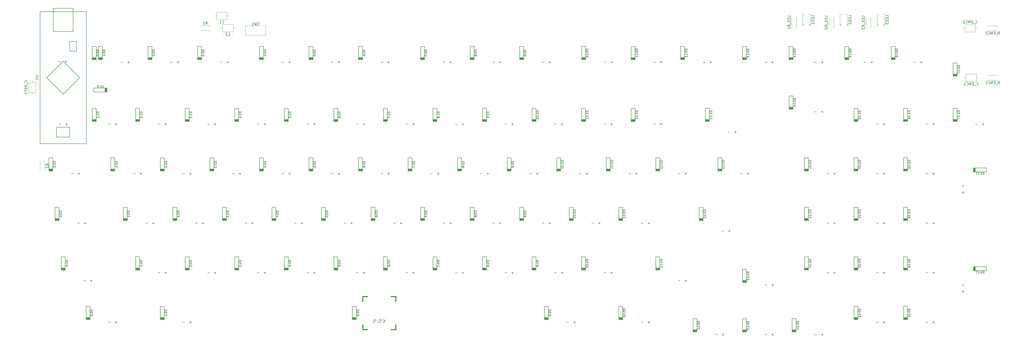
<source format=gbo>
G04 #@! TF.GenerationSoftware,KiCad,Pcbnew,5.1.0-060a0da~80~ubuntu18.04.1*
G04 #@! TF.CreationDate,2019-04-09T20:30:58-05:00*
G04 #@! TF.ProjectId,CBC2,43424332-2e6b-4696-9361-645f70636258,rev?*
G04 #@! TF.SameCoordinates,Original*
G04 #@! TF.FileFunction,Legend,Bot*
G04 #@! TF.FilePolarity,Positive*
%FSLAX46Y46*%
G04 Gerber Fmt 4.6, Leading zero omitted, Abs format (unit mm)*
G04 Created by KiCad (PCBNEW 5.1.0-060a0da~80~ubuntu18.04.1) date 2019-04-09 20:30:58*
%MOMM*%
%LPD*%
G04 APERTURE LIST*
%ADD10C,0.120000*%
%ADD11C,0.381000*%
%ADD12C,0.150000*%
%ADD13C,0.203200*%
G04 APERTURE END LIST*
D10*
X81762500Y970000D02*
X85162500Y970000D01*
X80122500Y970000D02*
X80662500Y970000D01*
X86262500Y970000D02*
X86802500Y970000D01*
X86802500Y970000D02*
X86802500Y1200000D01*
X79602500Y-2700000D02*
X79602500Y1200000D01*
X87322500Y-2700000D02*
X87322500Y1200000D01*
X79602500Y-2700000D02*
X87322500Y-2700000D01*
X80122500Y970000D02*
X80122500Y1200000D01*
D11*
X137318750Y-104965500D02*
X137318750Y-103187500D01*
X137318750Y-115887500D02*
X137318750Y-114109500D01*
X135540750Y-115887500D02*
X137318750Y-115887500D01*
X124618750Y-115887500D02*
X126396750Y-115887500D01*
X124618750Y-114109500D02*
X124618750Y-115887500D01*
X124618750Y-103187500D02*
X124618750Y-104965500D01*
X126396750Y-103187500D02*
X124618750Y-103187500D01*
X137318750Y-103187500D02*
X135540750Y-103187500D01*
D12*
X334137000Y-106997500D02*
X334137000Y-112077500D01*
X334137000Y-112077500D02*
X332613000Y-112077500D01*
X332613000Y-112077500D02*
X332613000Y-106997500D01*
X332613000Y-106997500D02*
X334137000Y-106997500D01*
X334137000Y-106997500D02*
X334137000Y-107505500D01*
X334137000Y-111696500D02*
X332613000Y-111696500D01*
X332613000Y-111823500D02*
X334137000Y-111823500D01*
X334137000Y-111950500D02*
X332613000Y-111950500D01*
X332613000Y-111569500D02*
X334137000Y-111569500D01*
X334137000Y-111442500D02*
X332613000Y-111442500D01*
X334137000Y-111315500D02*
X332613000Y-111315500D01*
X315087000Y-106997500D02*
X315087000Y-112077500D01*
X315087000Y-112077500D02*
X313563000Y-112077500D01*
X313563000Y-112077500D02*
X313563000Y-106997500D01*
X313563000Y-106997500D02*
X315087000Y-106997500D01*
X315087000Y-106997500D02*
X315087000Y-107505500D01*
X315087000Y-111696500D02*
X313563000Y-111696500D01*
X313563000Y-111823500D02*
X315087000Y-111823500D01*
X315087000Y-111950500D02*
X313563000Y-111950500D01*
X313563000Y-111569500D02*
X315087000Y-111569500D01*
X315087000Y-111442500D02*
X313563000Y-111442500D01*
X315087000Y-111315500D02*
X313563000Y-111315500D01*
X291274500Y-111760000D02*
X291274500Y-116840000D01*
X291274500Y-116840000D02*
X289750500Y-116840000D01*
X289750500Y-116840000D02*
X289750500Y-111760000D01*
X289750500Y-111760000D02*
X291274500Y-111760000D01*
X291274500Y-111760000D02*
X291274500Y-112268000D01*
X291274500Y-116459000D02*
X289750500Y-116459000D01*
X289750500Y-116586000D02*
X291274500Y-116586000D01*
X291274500Y-116713000D02*
X289750500Y-116713000D01*
X289750500Y-116332000D02*
X291274500Y-116332000D01*
X291274500Y-116205000D02*
X289750500Y-116205000D01*
X291274500Y-116078000D02*
X289750500Y-116078000D01*
X272224500Y-111760000D02*
X272224500Y-116840000D01*
X272224500Y-116840000D02*
X270700500Y-116840000D01*
X270700500Y-116840000D02*
X270700500Y-111760000D01*
X270700500Y-111760000D02*
X272224500Y-111760000D01*
X272224500Y-111760000D02*
X272224500Y-112268000D01*
X272224500Y-116459000D02*
X270700500Y-116459000D01*
X270700500Y-116586000D02*
X272224500Y-116586000D01*
X272224500Y-116713000D02*
X270700500Y-116713000D01*
X270700500Y-116332000D02*
X272224500Y-116332000D01*
X272224500Y-116205000D02*
X270700500Y-116205000D01*
X272224500Y-116078000D02*
X270700500Y-116078000D01*
X253174500Y-111760000D02*
X253174500Y-116840000D01*
X253174500Y-116840000D02*
X251650500Y-116840000D01*
X251650500Y-116840000D02*
X251650500Y-111760000D01*
X251650500Y-111760000D02*
X253174500Y-111760000D01*
X253174500Y-111760000D02*
X253174500Y-112268000D01*
X253174500Y-116459000D02*
X251650500Y-116459000D01*
X251650500Y-116586000D02*
X253174500Y-116586000D01*
X253174500Y-116713000D02*
X251650500Y-116713000D01*
X251650500Y-116332000D02*
X253174500Y-116332000D01*
X253174500Y-116205000D02*
X251650500Y-116205000D01*
X253174500Y-116078000D02*
X251650500Y-116078000D01*
X224599500Y-106997500D02*
X224599500Y-112077500D01*
X224599500Y-112077500D02*
X223075500Y-112077500D01*
X223075500Y-112077500D02*
X223075500Y-106997500D01*
X223075500Y-106997500D02*
X224599500Y-106997500D01*
X224599500Y-106997500D02*
X224599500Y-107505500D01*
X224599500Y-111696500D02*
X223075500Y-111696500D01*
X223075500Y-111823500D02*
X224599500Y-111823500D01*
X224599500Y-111950500D02*
X223075500Y-111950500D01*
X223075500Y-111569500D02*
X224599500Y-111569500D01*
X224599500Y-111442500D02*
X223075500Y-111442500D01*
X224599500Y-111315500D02*
X223075500Y-111315500D01*
X196024500Y-106997500D02*
X196024500Y-112077500D01*
X196024500Y-112077500D02*
X194500500Y-112077500D01*
X194500500Y-112077500D02*
X194500500Y-106997500D01*
X194500500Y-106997500D02*
X196024500Y-106997500D01*
X196024500Y-106997500D02*
X196024500Y-107505500D01*
X196024500Y-111696500D02*
X194500500Y-111696500D01*
X194500500Y-111823500D02*
X196024500Y-111823500D01*
X196024500Y-111950500D02*
X194500500Y-111950500D01*
X194500500Y-111569500D02*
X196024500Y-111569500D01*
X196024500Y-111442500D02*
X194500500Y-111442500D01*
X196024500Y-111315500D02*
X194500500Y-111315500D01*
X122205750Y-106997500D02*
X122205750Y-112077500D01*
X122205750Y-112077500D02*
X120681750Y-112077500D01*
X120681750Y-112077500D02*
X120681750Y-106997500D01*
X120681750Y-106997500D02*
X122205750Y-106997500D01*
X122205750Y-106997500D02*
X122205750Y-107505500D01*
X122205750Y-111696500D02*
X120681750Y-111696500D01*
X120681750Y-111823500D02*
X122205750Y-111823500D01*
X122205750Y-111950500D02*
X120681750Y-111950500D01*
X120681750Y-111569500D02*
X122205750Y-111569500D01*
X122205750Y-111442500D02*
X120681750Y-111442500D01*
X122205750Y-111315500D02*
X120681750Y-111315500D01*
X48387000Y-106997500D02*
X48387000Y-112077500D01*
X48387000Y-112077500D02*
X46863000Y-112077500D01*
X46863000Y-112077500D02*
X46863000Y-106997500D01*
X46863000Y-106997500D02*
X48387000Y-106997500D01*
X48387000Y-106997500D02*
X48387000Y-107505500D01*
X48387000Y-111696500D02*
X46863000Y-111696500D01*
X46863000Y-111823500D02*
X48387000Y-111823500D01*
X48387000Y-111950500D02*
X46863000Y-111950500D01*
X46863000Y-111569500D02*
X48387000Y-111569500D01*
X48387000Y-111442500D02*
X46863000Y-111442500D01*
X48387000Y-111315500D02*
X46863000Y-111315500D01*
X19812000Y-106997500D02*
X19812000Y-112077500D01*
X19812000Y-112077500D02*
X18288000Y-112077500D01*
X18288000Y-112077500D02*
X18288000Y-106997500D01*
X18288000Y-106997500D02*
X19812000Y-106997500D01*
X19812000Y-106997500D02*
X19812000Y-107505500D01*
X19812000Y-111696500D02*
X18288000Y-111696500D01*
X18288000Y-111823500D02*
X19812000Y-111823500D01*
X19812000Y-111950500D02*
X18288000Y-111950500D01*
X18288000Y-111569500D02*
X19812000Y-111569500D01*
X19812000Y-111442500D02*
X18288000Y-111442500D01*
X19812000Y-111315500D02*
X18288000Y-111315500D01*
X364540000Y-93262000D02*
X359460000Y-93262000D01*
X359460000Y-93262000D02*
X359460000Y-91738000D01*
X359460000Y-91738000D02*
X364540000Y-91738000D01*
X364540000Y-91738000D02*
X364540000Y-93262000D01*
X364540000Y-93262000D02*
X364032000Y-93262000D01*
X359841000Y-93262000D02*
X359841000Y-91738000D01*
X359714000Y-91738000D02*
X359714000Y-93262000D01*
X359587000Y-93262000D02*
X359587000Y-91738000D01*
X359968000Y-91738000D02*
X359968000Y-93262000D01*
X360095000Y-93262000D02*
X360095000Y-91738000D01*
X360222000Y-93262000D02*
X360222000Y-91738000D01*
X334137000Y-87947500D02*
X334137000Y-93027500D01*
X334137000Y-93027500D02*
X332613000Y-93027500D01*
X332613000Y-93027500D02*
X332613000Y-87947500D01*
X332613000Y-87947500D02*
X334137000Y-87947500D01*
X334137000Y-87947500D02*
X334137000Y-88455500D01*
X334137000Y-92646500D02*
X332613000Y-92646500D01*
X332613000Y-92773500D02*
X334137000Y-92773500D01*
X334137000Y-92900500D02*
X332613000Y-92900500D01*
X332613000Y-92519500D02*
X334137000Y-92519500D01*
X334137000Y-92392500D02*
X332613000Y-92392500D01*
X334137000Y-92265500D02*
X332613000Y-92265500D01*
X315087000Y-87947500D02*
X315087000Y-93027500D01*
X315087000Y-93027500D02*
X313563000Y-93027500D01*
X313563000Y-93027500D02*
X313563000Y-87947500D01*
X313563000Y-87947500D02*
X315087000Y-87947500D01*
X315087000Y-87947500D02*
X315087000Y-88455500D01*
X315087000Y-92646500D02*
X313563000Y-92646500D01*
X313563000Y-92773500D02*
X315087000Y-92773500D01*
X315087000Y-92900500D02*
X313563000Y-92900500D01*
X313563000Y-92519500D02*
X315087000Y-92519500D01*
X315087000Y-92392500D02*
X313563000Y-92392500D01*
X315087000Y-92265500D02*
X313563000Y-92265500D01*
X296037000Y-87947500D02*
X296037000Y-93027500D01*
X296037000Y-93027500D02*
X294513000Y-93027500D01*
X294513000Y-93027500D02*
X294513000Y-87947500D01*
X294513000Y-87947500D02*
X296037000Y-87947500D01*
X296037000Y-87947500D02*
X296037000Y-88455500D01*
X296037000Y-92646500D02*
X294513000Y-92646500D01*
X294513000Y-92773500D02*
X296037000Y-92773500D01*
X296037000Y-92900500D02*
X294513000Y-92900500D01*
X294513000Y-92519500D02*
X296037000Y-92519500D01*
X296037000Y-92392500D02*
X294513000Y-92392500D01*
X296037000Y-92265500D02*
X294513000Y-92265500D01*
X272224500Y-92710000D02*
X272224500Y-97790000D01*
X272224500Y-97790000D02*
X270700500Y-97790000D01*
X270700500Y-97790000D02*
X270700500Y-92710000D01*
X270700500Y-92710000D02*
X272224500Y-92710000D01*
X272224500Y-92710000D02*
X272224500Y-93218000D01*
X272224500Y-97409000D02*
X270700500Y-97409000D01*
X270700500Y-97536000D02*
X272224500Y-97536000D01*
X272224500Y-97663000D02*
X270700500Y-97663000D01*
X270700500Y-97282000D02*
X272224500Y-97282000D01*
X272224500Y-97155000D02*
X270700500Y-97155000D01*
X272224500Y-97028000D02*
X270700500Y-97028000D01*
X238887000Y-87947500D02*
X238887000Y-93027500D01*
X238887000Y-93027500D02*
X237363000Y-93027500D01*
X237363000Y-93027500D02*
X237363000Y-87947500D01*
X237363000Y-87947500D02*
X238887000Y-87947500D01*
X238887000Y-87947500D02*
X238887000Y-88455500D01*
X238887000Y-92646500D02*
X237363000Y-92646500D01*
X237363000Y-92773500D02*
X238887000Y-92773500D01*
X238887000Y-92900500D02*
X237363000Y-92900500D01*
X237363000Y-92519500D02*
X238887000Y-92519500D01*
X238887000Y-92392500D02*
X237363000Y-92392500D01*
X238887000Y-92265500D02*
X237363000Y-92265500D01*
X210312000Y-87947500D02*
X210312000Y-93027500D01*
X210312000Y-93027500D02*
X208788000Y-93027500D01*
X208788000Y-93027500D02*
X208788000Y-87947500D01*
X208788000Y-87947500D02*
X210312000Y-87947500D01*
X210312000Y-87947500D02*
X210312000Y-88455500D01*
X210312000Y-92646500D02*
X208788000Y-92646500D01*
X208788000Y-92773500D02*
X210312000Y-92773500D01*
X210312000Y-92900500D02*
X208788000Y-92900500D01*
X208788000Y-92519500D02*
X210312000Y-92519500D01*
X210312000Y-92392500D02*
X208788000Y-92392500D01*
X210312000Y-92265500D02*
X208788000Y-92265500D01*
X191262000Y-87947500D02*
X191262000Y-93027500D01*
X191262000Y-93027500D02*
X189738000Y-93027500D01*
X189738000Y-93027500D02*
X189738000Y-87947500D01*
X189738000Y-87947500D02*
X191262000Y-87947500D01*
X191262000Y-87947500D02*
X191262000Y-88455500D01*
X191262000Y-92646500D02*
X189738000Y-92646500D01*
X189738000Y-92773500D02*
X191262000Y-92773500D01*
X191262000Y-92900500D02*
X189738000Y-92900500D01*
X189738000Y-92519500D02*
X191262000Y-92519500D01*
X191262000Y-92392500D02*
X189738000Y-92392500D01*
X191262000Y-92265500D02*
X189738000Y-92265500D01*
X172212000Y-87947500D02*
X172212000Y-93027500D01*
X172212000Y-93027500D02*
X170688000Y-93027500D01*
X170688000Y-93027500D02*
X170688000Y-87947500D01*
X170688000Y-87947500D02*
X172212000Y-87947500D01*
X172212000Y-87947500D02*
X172212000Y-88455500D01*
X172212000Y-92646500D02*
X170688000Y-92646500D01*
X170688000Y-92773500D02*
X172212000Y-92773500D01*
X172212000Y-92900500D02*
X170688000Y-92900500D01*
X170688000Y-92519500D02*
X172212000Y-92519500D01*
X172212000Y-92392500D02*
X170688000Y-92392500D01*
X172212000Y-92265500D02*
X170688000Y-92265500D01*
X153162000Y-87947500D02*
X153162000Y-93027500D01*
X153162000Y-93027500D02*
X151638000Y-93027500D01*
X151638000Y-93027500D02*
X151638000Y-87947500D01*
X151638000Y-87947500D02*
X153162000Y-87947500D01*
X153162000Y-87947500D02*
X153162000Y-88455500D01*
X153162000Y-92646500D02*
X151638000Y-92646500D01*
X151638000Y-92773500D02*
X153162000Y-92773500D01*
X153162000Y-92900500D02*
X151638000Y-92900500D01*
X151638000Y-92519500D02*
X153162000Y-92519500D01*
X153162000Y-92392500D02*
X151638000Y-92392500D01*
X153162000Y-92265500D02*
X151638000Y-92265500D01*
X134112000Y-87947500D02*
X134112000Y-93027500D01*
X134112000Y-93027500D02*
X132588000Y-93027500D01*
X132588000Y-93027500D02*
X132588000Y-87947500D01*
X132588000Y-87947500D02*
X134112000Y-87947500D01*
X134112000Y-87947500D02*
X134112000Y-88455500D01*
X134112000Y-92646500D02*
X132588000Y-92646500D01*
X132588000Y-92773500D02*
X134112000Y-92773500D01*
X134112000Y-92900500D02*
X132588000Y-92900500D01*
X132588000Y-92519500D02*
X134112000Y-92519500D01*
X134112000Y-92392500D02*
X132588000Y-92392500D01*
X134112000Y-92265500D02*
X132588000Y-92265500D01*
X115062000Y-87947500D02*
X115062000Y-93027500D01*
X115062000Y-93027500D02*
X113538000Y-93027500D01*
X113538000Y-93027500D02*
X113538000Y-87947500D01*
X113538000Y-87947500D02*
X115062000Y-87947500D01*
X115062000Y-87947500D02*
X115062000Y-88455500D01*
X115062000Y-92646500D02*
X113538000Y-92646500D01*
X113538000Y-92773500D02*
X115062000Y-92773500D01*
X115062000Y-92900500D02*
X113538000Y-92900500D01*
X113538000Y-92519500D02*
X115062000Y-92519500D01*
X115062000Y-92392500D02*
X113538000Y-92392500D01*
X115062000Y-92265500D02*
X113538000Y-92265500D01*
X96012000Y-87947500D02*
X96012000Y-93027500D01*
X96012000Y-93027500D02*
X94488000Y-93027500D01*
X94488000Y-93027500D02*
X94488000Y-87947500D01*
X94488000Y-87947500D02*
X96012000Y-87947500D01*
X96012000Y-87947500D02*
X96012000Y-88455500D01*
X96012000Y-92646500D02*
X94488000Y-92646500D01*
X94488000Y-92773500D02*
X96012000Y-92773500D01*
X96012000Y-92900500D02*
X94488000Y-92900500D01*
X94488000Y-92519500D02*
X96012000Y-92519500D01*
X96012000Y-92392500D02*
X94488000Y-92392500D01*
X96012000Y-92265500D02*
X94488000Y-92265500D01*
X76962000Y-87947500D02*
X76962000Y-93027500D01*
X76962000Y-93027500D02*
X75438000Y-93027500D01*
X75438000Y-93027500D02*
X75438000Y-87947500D01*
X75438000Y-87947500D02*
X76962000Y-87947500D01*
X76962000Y-87947500D02*
X76962000Y-88455500D01*
X76962000Y-92646500D02*
X75438000Y-92646500D01*
X75438000Y-92773500D02*
X76962000Y-92773500D01*
X76962000Y-92900500D02*
X75438000Y-92900500D01*
X75438000Y-92519500D02*
X76962000Y-92519500D01*
X76962000Y-92392500D02*
X75438000Y-92392500D01*
X76962000Y-92265500D02*
X75438000Y-92265500D01*
X57912000Y-87947500D02*
X57912000Y-93027500D01*
X57912000Y-93027500D02*
X56388000Y-93027500D01*
X56388000Y-93027500D02*
X56388000Y-87947500D01*
X56388000Y-87947500D02*
X57912000Y-87947500D01*
X57912000Y-87947500D02*
X57912000Y-88455500D01*
X57912000Y-92646500D02*
X56388000Y-92646500D01*
X56388000Y-92773500D02*
X57912000Y-92773500D01*
X57912000Y-92900500D02*
X56388000Y-92900500D01*
X56388000Y-92519500D02*
X57912000Y-92519500D01*
X57912000Y-92392500D02*
X56388000Y-92392500D01*
X57912000Y-92265500D02*
X56388000Y-92265500D01*
X38862000Y-87947500D02*
X38862000Y-93027500D01*
X38862000Y-93027500D02*
X37338000Y-93027500D01*
X37338000Y-93027500D02*
X37338000Y-87947500D01*
X37338000Y-87947500D02*
X38862000Y-87947500D01*
X38862000Y-87947500D02*
X38862000Y-88455500D01*
X38862000Y-92646500D02*
X37338000Y-92646500D01*
X37338000Y-92773500D02*
X38862000Y-92773500D01*
X38862000Y-92900500D02*
X37338000Y-92900500D01*
X37338000Y-92519500D02*
X38862000Y-92519500D01*
X38862000Y-92392500D02*
X37338000Y-92392500D01*
X38862000Y-92265500D02*
X37338000Y-92265500D01*
X10287000Y-87947500D02*
X10287000Y-93027500D01*
X10287000Y-93027500D02*
X8763000Y-93027500D01*
X8763000Y-93027500D02*
X8763000Y-87947500D01*
X8763000Y-87947500D02*
X10287000Y-87947500D01*
X10287000Y-87947500D02*
X10287000Y-88455500D01*
X10287000Y-92646500D02*
X8763000Y-92646500D01*
X8763000Y-92773500D02*
X10287000Y-92773500D01*
X10287000Y-92900500D02*
X8763000Y-92900500D01*
X8763000Y-92519500D02*
X10287000Y-92519500D01*
X10287000Y-92392500D02*
X8763000Y-92392500D01*
X10287000Y-92265500D02*
X8763000Y-92265500D01*
X334137000Y-68897500D02*
X334137000Y-73977500D01*
X334137000Y-73977500D02*
X332613000Y-73977500D01*
X332613000Y-73977500D02*
X332613000Y-68897500D01*
X332613000Y-68897500D02*
X334137000Y-68897500D01*
X334137000Y-68897500D02*
X334137000Y-69405500D01*
X334137000Y-73596500D02*
X332613000Y-73596500D01*
X332613000Y-73723500D02*
X334137000Y-73723500D01*
X334137000Y-73850500D02*
X332613000Y-73850500D01*
X332613000Y-73469500D02*
X334137000Y-73469500D01*
X334137000Y-73342500D02*
X332613000Y-73342500D01*
X334137000Y-73215500D02*
X332613000Y-73215500D01*
X315087000Y-68897500D02*
X315087000Y-73977500D01*
X315087000Y-73977500D02*
X313563000Y-73977500D01*
X313563000Y-73977500D02*
X313563000Y-68897500D01*
X313563000Y-68897500D02*
X315087000Y-68897500D01*
X315087000Y-68897500D02*
X315087000Y-69405500D01*
X315087000Y-73596500D02*
X313563000Y-73596500D01*
X313563000Y-73723500D02*
X315087000Y-73723500D01*
X315087000Y-73850500D02*
X313563000Y-73850500D01*
X313563000Y-73469500D02*
X315087000Y-73469500D01*
X315087000Y-73342500D02*
X313563000Y-73342500D01*
X315087000Y-73215500D02*
X313563000Y-73215500D01*
X296037000Y-68897500D02*
X296037000Y-73977500D01*
X296037000Y-73977500D02*
X294513000Y-73977500D01*
X294513000Y-73977500D02*
X294513000Y-68897500D01*
X294513000Y-68897500D02*
X296037000Y-68897500D01*
X296037000Y-68897500D02*
X296037000Y-69405500D01*
X296037000Y-73596500D02*
X294513000Y-73596500D01*
X294513000Y-73723500D02*
X296037000Y-73723500D01*
X296037000Y-73850500D02*
X294513000Y-73850500D01*
X294513000Y-73469500D02*
X296037000Y-73469500D01*
X296037000Y-73342500D02*
X294513000Y-73342500D01*
X296037000Y-73215500D02*
X294513000Y-73215500D01*
X255555750Y-68897500D02*
X255555750Y-73977500D01*
X255555750Y-73977500D02*
X254031750Y-73977500D01*
X254031750Y-73977500D02*
X254031750Y-68897500D01*
X254031750Y-68897500D02*
X255555750Y-68897500D01*
X255555750Y-68897500D02*
X255555750Y-69405500D01*
X255555750Y-73596500D02*
X254031750Y-73596500D01*
X254031750Y-73723500D02*
X255555750Y-73723500D01*
X255555750Y-73850500D02*
X254031750Y-73850500D01*
X254031750Y-73469500D02*
X255555750Y-73469500D01*
X255555750Y-73342500D02*
X254031750Y-73342500D01*
X255555750Y-73215500D02*
X254031750Y-73215500D01*
X224599500Y-68897500D02*
X224599500Y-73977500D01*
X224599500Y-73977500D02*
X223075500Y-73977500D01*
X223075500Y-73977500D02*
X223075500Y-68897500D01*
X223075500Y-68897500D02*
X224599500Y-68897500D01*
X224599500Y-68897500D02*
X224599500Y-69405500D01*
X224599500Y-73596500D02*
X223075500Y-73596500D01*
X223075500Y-73723500D02*
X224599500Y-73723500D01*
X224599500Y-73850500D02*
X223075500Y-73850500D01*
X223075500Y-73469500D02*
X224599500Y-73469500D01*
X224599500Y-73342500D02*
X223075500Y-73342500D01*
X224599500Y-73215500D02*
X223075500Y-73215500D01*
X205549500Y-68897500D02*
X205549500Y-73977500D01*
X205549500Y-73977500D02*
X204025500Y-73977500D01*
X204025500Y-73977500D02*
X204025500Y-68897500D01*
X204025500Y-68897500D02*
X205549500Y-68897500D01*
X205549500Y-68897500D02*
X205549500Y-69405500D01*
X205549500Y-73596500D02*
X204025500Y-73596500D01*
X204025500Y-73723500D02*
X205549500Y-73723500D01*
X205549500Y-73850500D02*
X204025500Y-73850500D01*
X204025500Y-73469500D02*
X205549500Y-73469500D01*
X205549500Y-73342500D02*
X204025500Y-73342500D01*
X205549500Y-73215500D02*
X204025500Y-73215500D01*
X186499500Y-68897500D02*
X186499500Y-73977500D01*
X186499500Y-73977500D02*
X184975500Y-73977500D01*
X184975500Y-73977500D02*
X184975500Y-68897500D01*
X184975500Y-68897500D02*
X186499500Y-68897500D01*
X186499500Y-68897500D02*
X186499500Y-69405500D01*
X186499500Y-73596500D02*
X184975500Y-73596500D01*
X184975500Y-73723500D02*
X186499500Y-73723500D01*
X186499500Y-73850500D02*
X184975500Y-73850500D01*
X184975500Y-73469500D02*
X186499500Y-73469500D01*
X186499500Y-73342500D02*
X184975500Y-73342500D01*
X186499500Y-73215500D02*
X184975500Y-73215500D01*
X167449500Y-68897500D02*
X167449500Y-73977500D01*
X167449500Y-73977500D02*
X165925500Y-73977500D01*
X165925500Y-73977500D02*
X165925500Y-68897500D01*
X165925500Y-68897500D02*
X167449500Y-68897500D01*
X167449500Y-68897500D02*
X167449500Y-69405500D01*
X167449500Y-73596500D02*
X165925500Y-73596500D01*
X165925500Y-73723500D02*
X167449500Y-73723500D01*
X167449500Y-73850500D02*
X165925500Y-73850500D01*
X165925500Y-73469500D02*
X167449500Y-73469500D01*
X167449500Y-73342500D02*
X165925500Y-73342500D01*
X167449500Y-73215500D02*
X165925500Y-73215500D01*
X148399500Y-68897500D02*
X148399500Y-73977500D01*
X148399500Y-73977500D02*
X146875500Y-73977500D01*
X146875500Y-73977500D02*
X146875500Y-68897500D01*
X146875500Y-68897500D02*
X148399500Y-68897500D01*
X148399500Y-68897500D02*
X148399500Y-69405500D01*
X148399500Y-73596500D02*
X146875500Y-73596500D01*
X146875500Y-73723500D02*
X148399500Y-73723500D01*
X148399500Y-73850500D02*
X146875500Y-73850500D01*
X146875500Y-73469500D02*
X148399500Y-73469500D01*
X148399500Y-73342500D02*
X146875500Y-73342500D01*
X148399500Y-73215500D02*
X146875500Y-73215500D01*
X129349500Y-68897500D02*
X129349500Y-73977500D01*
X129349500Y-73977500D02*
X127825500Y-73977500D01*
X127825500Y-73977500D02*
X127825500Y-68897500D01*
X127825500Y-68897500D02*
X129349500Y-68897500D01*
X129349500Y-68897500D02*
X129349500Y-69405500D01*
X129349500Y-73596500D02*
X127825500Y-73596500D01*
X127825500Y-73723500D02*
X129349500Y-73723500D01*
X129349500Y-73850500D02*
X127825500Y-73850500D01*
X127825500Y-73469500D02*
X129349500Y-73469500D01*
X129349500Y-73342500D02*
X127825500Y-73342500D01*
X129349500Y-73215500D02*
X127825500Y-73215500D01*
X110299500Y-68897500D02*
X110299500Y-73977500D01*
X110299500Y-73977500D02*
X108775500Y-73977500D01*
X108775500Y-73977500D02*
X108775500Y-68897500D01*
X108775500Y-68897500D02*
X110299500Y-68897500D01*
X110299500Y-68897500D02*
X110299500Y-69405500D01*
X110299500Y-73596500D02*
X108775500Y-73596500D01*
X108775500Y-73723500D02*
X110299500Y-73723500D01*
X110299500Y-73850500D02*
X108775500Y-73850500D01*
X108775500Y-73469500D02*
X110299500Y-73469500D01*
X110299500Y-73342500D02*
X108775500Y-73342500D01*
X110299500Y-73215500D02*
X108775500Y-73215500D01*
X91249500Y-68897500D02*
X91249500Y-73977500D01*
X91249500Y-73977500D02*
X89725500Y-73977500D01*
X89725500Y-73977500D02*
X89725500Y-68897500D01*
X89725500Y-68897500D02*
X91249500Y-68897500D01*
X91249500Y-68897500D02*
X91249500Y-69405500D01*
X91249500Y-73596500D02*
X89725500Y-73596500D01*
X89725500Y-73723500D02*
X91249500Y-73723500D01*
X91249500Y-73850500D02*
X89725500Y-73850500D01*
X89725500Y-73469500D02*
X91249500Y-73469500D01*
X91249500Y-73342500D02*
X89725500Y-73342500D01*
X91249500Y-73215500D02*
X89725500Y-73215500D01*
X72199500Y-68897500D02*
X72199500Y-73977500D01*
X72199500Y-73977500D02*
X70675500Y-73977500D01*
X70675500Y-73977500D02*
X70675500Y-68897500D01*
X70675500Y-68897500D02*
X72199500Y-68897500D01*
X72199500Y-68897500D02*
X72199500Y-69405500D01*
X72199500Y-73596500D02*
X70675500Y-73596500D01*
X70675500Y-73723500D02*
X72199500Y-73723500D01*
X72199500Y-73850500D02*
X70675500Y-73850500D01*
X70675500Y-73469500D02*
X72199500Y-73469500D01*
X72199500Y-73342500D02*
X70675500Y-73342500D01*
X72199500Y-73215500D02*
X70675500Y-73215500D01*
X53149500Y-68897500D02*
X53149500Y-73977500D01*
X53149500Y-73977500D02*
X51625500Y-73977500D01*
X51625500Y-73977500D02*
X51625500Y-68897500D01*
X51625500Y-68897500D02*
X53149500Y-68897500D01*
X53149500Y-68897500D02*
X53149500Y-69405500D01*
X53149500Y-73596500D02*
X51625500Y-73596500D01*
X51625500Y-73723500D02*
X53149500Y-73723500D01*
X53149500Y-73850500D02*
X51625500Y-73850500D01*
X51625500Y-73469500D02*
X53149500Y-73469500D01*
X53149500Y-73342500D02*
X51625500Y-73342500D01*
X53149500Y-73215500D02*
X51625500Y-73215500D01*
X34099500Y-68897500D02*
X34099500Y-73977500D01*
X34099500Y-73977500D02*
X32575500Y-73977500D01*
X32575500Y-73977500D02*
X32575500Y-68897500D01*
X32575500Y-68897500D02*
X34099500Y-68897500D01*
X34099500Y-68897500D02*
X34099500Y-69405500D01*
X34099500Y-73596500D02*
X32575500Y-73596500D01*
X32575500Y-73723500D02*
X34099500Y-73723500D01*
X34099500Y-73850500D02*
X32575500Y-73850500D01*
X32575500Y-73469500D02*
X34099500Y-73469500D01*
X34099500Y-73342500D02*
X32575500Y-73342500D01*
X34099500Y-73215500D02*
X32575500Y-73215500D01*
X7905750Y-73215500D02*
X6381750Y-73215500D01*
X7905750Y-73342500D02*
X6381750Y-73342500D01*
X6381750Y-73469500D02*
X7905750Y-73469500D01*
X7905750Y-73850500D02*
X6381750Y-73850500D01*
X6381750Y-73723500D02*
X7905750Y-73723500D01*
X7905750Y-73596500D02*
X6381750Y-73596500D01*
X7905750Y-68897500D02*
X7905750Y-69405500D01*
X6381750Y-68897500D02*
X7905750Y-68897500D01*
X6381750Y-73977500D02*
X6381750Y-68897500D01*
X7905750Y-73977500D02*
X6381750Y-73977500D01*
X7905750Y-68897500D02*
X7905750Y-73977500D01*
X364540000Y-55262000D02*
X359460000Y-55262000D01*
X359460000Y-55262000D02*
X359460000Y-53738000D01*
X359460000Y-53738000D02*
X364540000Y-53738000D01*
X364540000Y-53738000D02*
X364540000Y-55262000D01*
X364540000Y-55262000D02*
X364032000Y-55262000D01*
X359841000Y-55262000D02*
X359841000Y-53738000D01*
X359714000Y-53738000D02*
X359714000Y-55262000D01*
X359587000Y-55262000D02*
X359587000Y-53738000D01*
X359968000Y-53738000D02*
X359968000Y-55262000D01*
X360095000Y-55262000D02*
X360095000Y-53738000D01*
X360222000Y-55262000D02*
X360222000Y-53738000D01*
X334137000Y-49847500D02*
X334137000Y-54927500D01*
X334137000Y-54927500D02*
X332613000Y-54927500D01*
X332613000Y-54927500D02*
X332613000Y-49847500D01*
X332613000Y-49847500D02*
X334137000Y-49847500D01*
X334137000Y-49847500D02*
X334137000Y-50355500D01*
X334137000Y-54546500D02*
X332613000Y-54546500D01*
X332613000Y-54673500D02*
X334137000Y-54673500D01*
X334137000Y-54800500D02*
X332613000Y-54800500D01*
X332613000Y-54419500D02*
X334137000Y-54419500D01*
X334137000Y-54292500D02*
X332613000Y-54292500D01*
X334137000Y-54165500D02*
X332613000Y-54165500D01*
X315087000Y-49847500D02*
X315087000Y-54927500D01*
X315087000Y-54927500D02*
X313563000Y-54927500D01*
X313563000Y-54927500D02*
X313563000Y-49847500D01*
X313563000Y-49847500D02*
X315087000Y-49847500D01*
X315087000Y-49847500D02*
X315087000Y-50355500D01*
X315087000Y-54546500D02*
X313563000Y-54546500D01*
X313563000Y-54673500D02*
X315087000Y-54673500D01*
X315087000Y-54800500D02*
X313563000Y-54800500D01*
X313563000Y-54419500D02*
X315087000Y-54419500D01*
X315087000Y-54292500D02*
X313563000Y-54292500D01*
X315087000Y-54165500D02*
X313563000Y-54165500D01*
X296037000Y-49847500D02*
X296037000Y-54927500D01*
X296037000Y-54927500D02*
X294513000Y-54927500D01*
X294513000Y-54927500D02*
X294513000Y-49847500D01*
X294513000Y-49847500D02*
X296037000Y-49847500D01*
X296037000Y-49847500D02*
X296037000Y-50355500D01*
X296037000Y-54546500D02*
X294513000Y-54546500D01*
X294513000Y-54673500D02*
X296037000Y-54673500D01*
X296037000Y-54800500D02*
X294513000Y-54800500D01*
X294513000Y-54419500D02*
X296037000Y-54419500D01*
X296037000Y-54292500D02*
X294513000Y-54292500D01*
X296037000Y-54165500D02*
X294513000Y-54165500D01*
X262699500Y-49847500D02*
X262699500Y-54927500D01*
X262699500Y-54927500D02*
X261175500Y-54927500D01*
X261175500Y-54927500D02*
X261175500Y-49847500D01*
X261175500Y-49847500D02*
X262699500Y-49847500D01*
X262699500Y-49847500D02*
X262699500Y-50355500D01*
X262699500Y-54546500D02*
X261175500Y-54546500D01*
X261175500Y-54673500D02*
X262699500Y-54673500D01*
X262699500Y-54800500D02*
X261175500Y-54800500D01*
X261175500Y-54419500D02*
X262699500Y-54419500D01*
X262699500Y-54292500D02*
X261175500Y-54292500D01*
X262699500Y-54165500D02*
X261175500Y-54165500D01*
X238887000Y-49847500D02*
X238887000Y-54927500D01*
X238887000Y-54927500D02*
X237363000Y-54927500D01*
X237363000Y-54927500D02*
X237363000Y-49847500D01*
X237363000Y-49847500D02*
X238887000Y-49847500D01*
X238887000Y-49847500D02*
X238887000Y-50355500D01*
X238887000Y-54546500D02*
X237363000Y-54546500D01*
X237363000Y-54673500D02*
X238887000Y-54673500D01*
X238887000Y-54800500D02*
X237363000Y-54800500D01*
X237363000Y-54419500D02*
X238887000Y-54419500D01*
X238887000Y-54292500D02*
X237363000Y-54292500D01*
X238887000Y-54165500D02*
X237363000Y-54165500D01*
X219837000Y-49847500D02*
X219837000Y-54927500D01*
X219837000Y-54927500D02*
X218313000Y-54927500D01*
X218313000Y-54927500D02*
X218313000Y-49847500D01*
X218313000Y-49847500D02*
X219837000Y-49847500D01*
X219837000Y-49847500D02*
X219837000Y-50355500D01*
X219837000Y-54546500D02*
X218313000Y-54546500D01*
X218313000Y-54673500D02*
X219837000Y-54673500D01*
X219837000Y-54800500D02*
X218313000Y-54800500D01*
X218313000Y-54419500D02*
X219837000Y-54419500D01*
X219837000Y-54292500D02*
X218313000Y-54292500D01*
X219837000Y-54165500D02*
X218313000Y-54165500D01*
X200787000Y-49847500D02*
X200787000Y-54927500D01*
X200787000Y-54927500D02*
X199263000Y-54927500D01*
X199263000Y-54927500D02*
X199263000Y-49847500D01*
X199263000Y-49847500D02*
X200787000Y-49847500D01*
X200787000Y-49847500D02*
X200787000Y-50355500D01*
X200787000Y-54546500D02*
X199263000Y-54546500D01*
X199263000Y-54673500D02*
X200787000Y-54673500D01*
X200787000Y-54800500D02*
X199263000Y-54800500D01*
X199263000Y-54419500D02*
X200787000Y-54419500D01*
X200787000Y-54292500D02*
X199263000Y-54292500D01*
X200787000Y-54165500D02*
X199263000Y-54165500D01*
X181737000Y-49847500D02*
X181737000Y-54927500D01*
X181737000Y-54927500D02*
X180213000Y-54927500D01*
X180213000Y-54927500D02*
X180213000Y-49847500D01*
X180213000Y-49847500D02*
X181737000Y-49847500D01*
X181737000Y-49847500D02*
X181737000Y-50355500D01*
X181737000Y-54546500D02*
X180213000Y-54546500D01*
X180213000Y-54673500D02*
X181737000Y-54673500D01*
X181737000Y-54800500D02*
X180213000Y-54800500D01*
X180213000Y-54419500D02*
X181737000Y-54419500D01*
X181737000Y-54292500D02*
X180213000Y-54292500D01*
X181737000Y-54165500D02*
X180213000Y-54165500D01*
X162687000Y-49847500D02*
X162687000Y-54927500D01*
X162687000Y-54927500D02*
X161163000Y-54927500D01*
X161163000Y-54927500D02*
X161163000Y-49847500D01*
X161163000Y-49847500D02*
X162687000Y-49847500D01*
X162687000Y-49847500D02*
X162687000Y-50355500D01*
X162687000Y-54546500D02*
X161163000Y-54546500D01*
X161163000Y-54673500D02*
X162687000Y-54673500D01*
X162687000Y-54800500D02*
X161163000Y-54800500D01*
X161163000Y-54419500D02*
X162687000Y-54419500D01*
X162687000Y-54292500D02*
X161163000Y-54292500D01*
X162687000Y-54165500D02*
X161163000Y-54165500D01*
X143637000Y-49847500D02*
X143637000Y-54927500D01*
X143637000Y-54927500D02*
X142113000Y-54927500D01*
X142113000Y-54927500D02*
X142113000Y-49847500D01*
X142113000Y-49847500D02*
X143637000Y-49847500D01*
X143637000Y-49847500D02*
X143637000Y-50355500D01*
X143637000Y-54546500D02*
X142113000Y-54546500D01*
X142113000Y-54673500D02*
X143637000Y-54673500D01*
X143637000Y-54800500D02*
X142113000Y-54800500D01*
X142113000Y-54419500D02*
X143637000Y-54419500D01*
X143637000Y-54292500D02*
X142113000Y-54292500D01*
X143637000Y-54165500D02*
X142113000Y-54165500D01*
X124587000Y-49847500D02*
X124587000Y-54927500D01*
X124587000Y-54927500D02*
X123063000Y-54927500D01*
X123063000Y-54927500D02*
X123063000Y-49847500D01*
X123063000Y-49847500D02*
X124587000Y-49847500D01*
X124587000Y-49847500D02*
X124587000Y-50355500D01*
X124587000Y-54546500D02*
X123063000Y-54546500D01*
X123063000Y-54673500D02*
X124587000Y-54673500D01*
X124587000Y-54800500D02*
X123063000Y-54800500D01*
X123063000Y-54419500D02*
X124587000Y-54419500D01*
X124587000Y-54292500D02*
X123063000Y-54292500D01*
X124587000Y-54165500D02*
X123063000Y-54165500D01*
X105537000Y-49847500D02*
X105537000Y-54927500D01*
X105537000Y-54927500D02*
X104013000Y-54927500D01*
X104013000Y-54927500D02*
X104013000Y-49847500D01*
X104013000Y-49847500D02*
X105537000Y-49847500D01*
X105537000Y-49847500D02*
X105537000Y-50355500D01*
X105537000Y-54546500D02*
X104013000Y-54546500D01*
X104013000Y-54673500D02*
X105537000Y-54673500D01*
X105537000Y-54800500D02*
X104013000Y-54800500D01*
X104013000Y-54419500D02*
X105537000Y-54419500D01*
X105537000Y-54292500D02*
X104013000Y-54292500D01*
X105537000Y-54165500D02*
X104013000Y-54165500D01*
X86487000Y-49847500D02*
X86487000Y-54927500D01*
X86487000Y-54927500D02*
X84963000Y-54927500D01*
X84963000Y-54927500D02*
X84963000Y-49847500D01*
X84963000Y-49847500D02*
X86487000Y-49847500D01*
X86487000Y-49847500D02*
X86487000Y-50355500D01*
X86487000Y-54546500D02*
X84963000Y-54546500D01*
X84963000Y-54673500D02*
X86487000Y-54673500D01*
X86487000Y-54800500D02*
X84963000Y-54800500D01*
X84963000Y-54419500D02*
X86487000Y-54419500D01*
X86487000Y-54292500D02*
X84963000Y-54292500D01*
X86487000Y-54165500D02*
X84963000Y-54165500D01*
X67437000Y-49847500D02*
X67437000Y-54927500D01*
X67437000Y-54927500D02*
X65913000Y-54927500D01*
X65913000Y-54927500D02*
X65913000Y-49847500D01*
X65913000Y-49847500D02*
X67437000Y-49847500D01*
X67437000Y-49847500D02*
X67437000Y-50355500D01*
X67437000Y-54546500D02*
X65913000Y-54546500D01*
X65913000Y-54673500D02*
X67437000Y-54673500D01*
X67437000Y-54800500D02*
X65913000Y-54800500D01*
X65913000Y-54419500D02*
X67437000Y-54419500D01*
X67437000Y-54292500D02*
X65913000Y-54292500D01*
X67437000Y-54165500D02*
X65913000Y-54165500D01*
X48387000Y-49847500D02*
X48387000Y-54927500D01*
X48387000Y-54927500D02*
X46863000Y-54927500D01*
X46863000Y-54927500D02*
X46863000Y-49847500D01*
X46863000Y-49847500D02*
X48387000Y-49847500D01*
X48387000Y-49847500D02*
X48387000Y-50355500D01*
X48387000Y-54546500D02*
X46863000Y-54546500D01*
X46863000Y-54673500D02*
X48387000Y-54673500D01*
X48387000Y-54800500D02*
X46863000Y-54800500D01*
X46863000Y-54419500D02*
X48387000Y-54419500D01*
X48387000Y-54292500D02*
X46863000Y-54292500D01*
X48387000Y-54165500D02*
X46863000Y-54165500D01*
X29337000Y-49847500D02*
X29337000Y-54927500D01*
X29337000Y-54927500D02*
X27813000Y-54927500D01*
X27813000Y-54927500D02*
X27813000Y-49847500D01*
X27813000Y-49847500D02*
X29337000Y-49847500D01*
X29337000Y-49847500D02*
X29337000Y-50355500D01*
X29337000Y-54546500D02*
X27813000Y-54546500D01*
X27813000Y-54673500D02*
X29337000Y-54673500D01*
X29337000Y-54800500D02*
X27813000Y-54800500D01*
X27813000Y-54419500D02*
X29337000Y-54419500D01*
X29337000Y-54292500D02*
X27813000Y-54292500D01*
X29337000Y-54165500D02*
X27813000Y-54165500D01*
X5524500Y-49847500D02*
X5524500Y-54927500D01*
X5524500Y-54927500D02*
X4000500Y-54927500D01*
X4000500Y-54927500D02*
X4000500Y-49847500D01*
X4000500Y-49847500D02*
X5524500Y-49847500D01*
X5524500Y-49847500D02*
X5524500Y-50355500D01*
X5524500Y-54546500D02*
X4000500Y-54546500D01*
X4000500Y-54673500D02*
X5524500Y-54673500D01*
X5524500Y-54800500D02*
X4000500Y-54800500D01*
X4000500Y-54419500D02*
X5524500Y-54419500D01*
X5524500Y-54292500D02*
X4000500Y-54292500D01*
X5524500Y-54165500D02*
X4000500Y-54165500D01*
X353187000Y-30797500D02*
X353187000Y-35877500D01*
X353187000Y-35877500D02*
X351663000Y-35877500D01*
X351663000Y-35877500D02*
X351663000Y-30797500D01*
X351663000Y-30797500D02*
X353187000Y-30797500D01*
X353187000Y-30797500D02*
X353187000Y-31305500D01*
X353187000Y-35496500D02*
X351663000Y-35496500D01*
X351663000Y-35623500D02*
X353187000Y-35623500D01*
X353187000Y-35750500D02*
X351663000Y-35750500D01*
X351663000Y-35369500D02*
X353187000Y-35369500D01*
X353187000Y-35242500D02*
X351663000Y-35242500D01*
X353187000Y-35115500D02*
X351663000Y-35115500D01*
X334137000Y-30797500D02*
X334137000Y-35877500D01*
X334137000Y-35877500D02*
X332613000Y-35877500D01*
X332613000Y-35877500D02*
X332613000Y-30797500D01*
X332613000Y-30797500D02*
X334137000Y-30797500D01*
X334137000Y-30797500D02*
X334137000Y-31305500D01*
X334137000Y-35496500D02*
X332613000Y-35496500D01*
X332613000Y-35623500D02*
X334137000Y-35623500D01*
X334137000Y-35750500D02*
X332613000Y-35750500D01*
X332613000Y-35369500D02*
X334137000Y-35369500D01*
X334137000Y-35242500D02*
X332613000Y-35242500D01*
X334137000Y-35115500D02*
X332613000Y-35115500D01*
X315087000Y-30797500D02*
X315087000Y-35877500D01*
X315087000Y-35877500D02*
X313563000Y-35877500D01*
X313563000Y-35877500D02*
X313563000Y-30797500D01*
X313563000Y-30797500D02*
X315087000Y-30797500D01*
X315087000Y-30797500D02*
X315087000Y-31305500D01*
X315087000Y-35496500D02*
X313563000Y-35496500D01*
X313563000Y-35623500D02*
X315087000Y-35623500D01*
X315087000Y-35750500D02*
X313563000Y-35750500D01*
X313563000Y-35369500D02*
X315087000Y-35369500D01*
X315087000Y-35242500D02*
X313563000Y-35242500D01*
X315087000Y-35115500D02*
X313563000Y-35115500D01*
X290084510Y-26035000D02*
X290084510Y-31115000D01*
X290084510Y-31115000D02*
X288560510Y-31115000D01*
X288560510Y-31115000D02*
X288560510Y-26035000D01*
X288560510Y-26035000D02*
X290084510Y-26035000D01*
X290084510Y-26035000D02*
X290084510Y-26543000D01*
X290084510Y-30734000D02*
X288560510Y-30734000D01*
X288560510Y-30861000D02*
X290084510Y-30861000D01*
X290084510Y-30988000D02*
X288560510Y-30988000D01*
X288560510Y-30607000D02*
X290084510Y-30607000D01*
X290084510Y-30480000D02*
X288560510Y-30480000D01*
X290084510Y-30353000D02*
X288560510Y-30353000D01*
X257937000Y-30797500D02*
X257937000Y-35877500D01*
X257937000Y-35877500D02*
X256413000Y-35877500D01*
X256413000Y-35877500D02*
X256413000Y-30797500D01*
X256413000Y-30797500D02*
X257937000Y-30797500D01*
X257937000Y-30797500D02*
X257937000Y-31305500D01*
X257937000Y-35496500D02*
X256413000Y-35496500D01*
X256413000Y-35623500D02*
X257937000Y-35623500D01*
X257937000Y-35750500D02*
X256413000Y-35750500D01*
X256413000Y-35369500D02*
X257937000Y-35369500D01*
X257937000Y-35242500D02*
X256413000Y-35242500D01*
X257937000Y-35115500D02*
X256413000Y-35115500D01*
X229362000Y-30797500D02*
X229362000Y-35877500D01*
X229362000Y-35877500D02*
X227838000Y-35877500D01*
X227838000Y-35877500D02*
X227838000Y-30797500D01*
X227838000Y-30797500D02*
X229362000Y-30797500D01*
X229362000Y-30797500D02*
X229362000Y-31305500D01*
X229362000Y-35496500D02*
X227838000Y-35496500D01*
X227838000Y-35623500D02*
X229362000Y-35623500D01*
X229362000Y-35750500D02*
X227838000Y-35750500D01*
X227838000Y-35369500D02*
X229362000Y-35369500D01*
X229362000Y-35242500D02*
X227838000Y-35242500D01*
X229362000Y-35115500D02*
X227838000Y-35115500D01*
X210312000Y-30797500D02*
X210312000Y-35877500D01*
X210312000Y-35877500D02*
X208788000Y-35877500D01*
X208788000Y-35877500D02*
X208788000Y-30797500D01*
X208788000Y-30797500D02*
X210312000Y-30797500D01*
X210312000Y-30797500D02*
X210312000Y-31305500D01*
X210312000Y-35496500D02*
X208788000Y-35496500D01*
X208788000Y-35623500D02*
X210312000Y-35623500D01*
X210312000Y-35750500D02*
X208788000Y-35750500D01*
X208788000Y-35369500D02*
X210312000Y-35369500D01*
X210312000Y-35242500D02*
X208788000Y-35242500D01*
X210312000Y-35115500D02*
X208788000Y-35115500D01*
X191262000Y-30797500D02*
X191262000Y-35877500D01*
X191262000Y-35877500D02*
X189738000Y-35877500D01*
X189738000Y-35877500D02*
X189738000Y-30797500D01*
X189738000Y-30797500D02*
X191262000Y-30797500D01*
X191262000Y-30797500D02*
X191262000Y-31305500D01*
X191262000Y-35496500D02*
X189738000Y-35496500D01*
X189738000Y-35623500D02*
X191262000Y-35623500D01*
X191262000Y-35750500D02*
X189738000Y-35750500D01*
X189738000Y-35369500D02*
X191262000Y-35369500D01*
X191262000Y-35242500D02*
X189738000Y-35242500D01*
X191262000Y-35115500D02*
X189738000Y-35115500D01*
X172212000Y-30797500D02*
X172212000Y-35877500D01*
X172212000Y-35877500D02*
X170688000Y-35877500D01*
X170688000Y-35877500D02*
X170688000Y-30797500D01*
X170688000Y-30797500D02*
X172212000Y-30797500D01*
X172212000Y-30797500D02*
X172212000Y-31305500D01*
X172212000Y-35496500D02*
X170688000Y-35496500D01*
X170688000Y-35623500D02*
X172212000Y-35623500D01*
X172212000Y-35750500D02*
X170688000Y-35750500D01*
X170688000Y-35369500D02*
X172212000Y-35369500D01*
X172212000Y-35242500D02*
X170688000Y-35242500D01*
X172212000Y-35115500D02*
X170688000Y-35115500D01*
X153162000Y-30797500D02*
X153162000Y-35877500D01*
X153162000Y-35877500D02*
X151638000Y-35877500D01*
X151638000Y-35877500D02*
X151638000Y-30797500D01*
X151638000Y-30797500D02*
X153162000Y-30797500D01*
X153162000Y-30797500D02*
X153162000Y-31305500D01*
X153162000Y-35496500D02*
X151638000Y-35496500D01*
X151638000Y-35623500D02*
X153162000Y-35623500D01*
X153162000Y-35750500D02*
X151638000Y-35750500D01*
X151638000Y-35369500D02*
X153162000Y-35369500D01*
X153162000Y-35242500D02*
X151638000Y-35242500D01*
X153162000Y-35115500D02*
X151638000Y-35115500D01*
X134112000Y-30797500D02*
X134112000Y-35877500D01*
X134112000Y-35877500D02*
X132588000Y-35877500D01*
X132588000Y-35877500D02*
X132588000Y-30797500D01*
X132588000Y-30797500D02*
X134112000Y-30797500D01*
X134112000Y-30797500D02*
X134112000Y-31305500D01*
X134112000Y-35496500D02*
X132588000Y-35496500D01*
X132588000Y-35623500D02*
X134112000Y-35623500D01*
X134112000Y-35750500D02*
X132588000Y-35750500D01*
X132588000Y-35369500D02*
X134112000Y-35369500D01*
X134112000Y-35242500D02*
X132588000Y-35242500D01*
X134112000Y-35115500D02*
X132588000Y-35115500D01*
X115062000Y-30797500D02*
X115062000Y-35877500D01*
X115062000Y-35877500D02*
X113538000Y-35877500D01*
X113538000Y-35877500D02*
X113538000Y-30797500D01*
X113538000Y-30797500D02*
X115062000Y-30797500D01*
X115062000Y-30797500D02*
X115062000Y-31305500D01*
X115062000Y-35496500D02*
X113538000Y-35496500D01*
X113538000Y-35623500D02*
X115062000Y-35623500D01*
X115062000Y-35750500D02*
X113538000Y-35750500D01*
X113538000Y-35369500D02*
X115062000Y-35369500D01*
X115062000Y-35242500D02*
X113538000Y-35242500D01*
X115062000Y-35115500D02*
X113538000Y-35115500D01*
X96012000Y-30797500D02*
X96012000Y-35877500D01*
X96012000Y-35877500D02*
X94488000Y-35877500D01*
X94488000Y-35877500D02*
X94488000Y-30797500D01*
X94488000Y-30797500D02*
X96012000Y-30797500D01*
X96012000Y-30797500D02*
X96012000Y-31305500D01*
X96012000Y-35496500D02*
X94488000Y-35496500D01*
X94488000Y-35623500D02*
X96012000Y-35623500D01*
X96012000Y-35750500D02*
X94488000Y-35750500D01*
X94488000Y-35369500D02*
X96012000Y-35369500D01*
X96012000Y-35242500D02*
X94488000Y-35242500D01*
X96012000Y-35115500D02*
X94488000Y-35115500D01*
X76962000Y-30797500D02*
X76962000Y-35877500D01*
X76962000Y-35877500D02*
X75438000Y-35877500D01*
X75438000Y-35877500D02*
X75438000Y-30797500D01*
X75438000Y-30797500D02*
X76962000Y-30797500D01*
X76962000Y-30797500D02*
X76962000Y-31305500D01*
X76962000Y-35496500D02*
X75438000Y-35496500D01*
X75438000Y-35623500D02*
X76962000Y-35623500D01*
X76962000Y-35750500D02*
X75438000Y-35750500D01*
X75438000Y-35369500D02*
X76962000Y-35369500D01*
X76962000Y-35242500D02*
X75438000Y-35242500D01*
X76962000Y-35115500D02*
X75438000Y-35115500D01*
X57912000Y-30797500D02*
X57912000Y-35877500D01*
X57912000Y-35877500D02*
X56388000Y-35877500D01*
X56388000Y-35877500D02*
X56388000Y-30797500D01*
X56388000Y-30797500D02*
X57912000Y-30797500D01*
X57912000Y-30797500D02*
X57912000Y-31305500D01*
X57912000Y-35496500D02*
X56388000Y-35496500D01*
X56388000Y-35623500D02*
X57912000Y-35623500D01*
X57912000Y-35750500D02*
X56388000Y-35750500D01*
X56388000Y-35369500D02*
X57912000Y-35369500D01*
X57912000Y-35242500D02*
X56388000Y-35242500D01*
X57912000Y-35115500D02*
X56388000Y-35115500D01*
X38862000Y-30797500D02*
X38862000Y-35877500D01*
X38862000Y-35877500D02*
X37338000Y-35877500D01*
X37338000Y-35877500D02*
X37338000Y-30797500D01*
X37338000Y-30797500D02*
X38862000Y-30797500D01*
X38862000Y-30797500D02*
X38862000Y-31305500D01*
X38862000Y-35496500D02*
X37338000Y-35496500D01*
X37338000Y-35623500D02*
X38862000Y-35623500D01*
X38862000Y-35750500D02*
X37338000Y-35750500D01*
X37338000Y-35369500D02*
X38862000Y-35369500D01*
X38862000Y-35242500D02*
X37338000Y-35242500D01*
X38862000Y-35115500D02*
X37338000Y-35115500D01*
X22193250Y-30797500D02*
X22193250Y-35877500D01*
X22193250Y-35877500D02*
X20669250Y-35877500D01*
X20669250Y-35877500D02*
X20669250Y-30797500D01*
X20669250Y-30797500D02*
X22193250Y-30797500D01*
X22193250Y-30797500D02*
X22193250Y-31305500D01*
X22193250Y-35496500D02*
X20669250Y-35496500D01*
X20669250Y-35623500D02*
X22193250Y-35623500D01*
X22193250Y-35750500D02*
X20669250Y-35750500D01*
X20669250Y-35369500D02*
X22193250Y-35369500D01*
X22193250Y-35242500D02*
X20669250Y-35242500D01*
X22193250Y-35115500D02*
X20669250Y-35115500D01*
X21272500Y-23050500D02*
X26352500Y-23050500D01*
X26352500Y-23050500D02*
X26352500Y-24574500D01*
X26352500Y-24574500D02*
X21272500Y-24574500D01*
X21272500Y-24574500D02*
X21272500Y-23050500D01*
X21272500Y-23050500D02*
X21780500Y-23050500D01*
X25971500Y-23050500D02*
X25971500Y-24574500D01*
X26098500Y-24574500D02*
X26098500Y-23050500D01*
X26225500Y-23050500D02*
X26225500Y-24574500D01*
X25844500Y-24574500D02*
X25844500Y-23050500D01*
X25717500Y-23050500D02*
X25717500Y-24574500D01*
X25590500Y-23050500D02*
X25590500Y-24574500D01*
X353187000Y-13335000D02*
X353187000Y-18415000D01*
X353187000Y-18415000D02*
X351663000Y-18415000D01*
X351663000Y-18415000D02*
X351663000Y-13335000D01*
X351663000Y-13335000D02*
X353187000Y-13335000D01*
X353187000Y-13335000D02*
X353187000Y-13843000D01*
X353187000Y-18034000D02*
X351663000Y-18034000D01*
X351663000Y-18161000D02*
X353187000Y-18161000D01*
X353187000Y-18288000D02*
X351663000Y-18288000D01*
X351663000Y-17907000D02*
X353187000Y-17907000D01*
X353187000Y-17780000D02*
X351663000Y-17780000D01*
X353187000Y-17653000D02*
X351663000Y-17653000D01*
X329374500Y-6985000D02*
X329374500Y-12065000D01*
X329374500Y-12065000D02*
X327850500Y-12065000D01*
X327850500Y-12065000D02*
X327850500Y-6985000D01*
X327850500Y-6985000D02*
X329374500Y-6985000D01*
X329374500Y-6985000D02*
X329374500Y-7493000D01*
X329374500Y-11684000D02*
X327850500Y-11684000D01*
X327850500Y-11811000D02*
X329374500Y-11811000D01*
X329374500Y-11938000D02*
X327850500Y-11938000D01*
X327850500Y-11557000D02*
X329374500Y-11557000D01*
X329374500Y-11430000D02*
X327850500Y-11430000D01*
X329374500Y-11303000D02*
X327850500Y-11303000D01*
X311515760Y-6985000D02*
X311515760Y-12065000D01*
X311515760Y-12065000D02*
X309991760Y-12065000D01*
X309991760Y-12065000D02*
X309991760Y-6985000D01*
X309991760Y-6985000D02*
X311515760Y-6985000D01*
X311515760Y-6985000D02*
X311515760Y-7493000D01*
X311515760Y-11684000D02*
X309991760Y-11684000D01*
X309991760Y-11811000D02*
X311515760Y-11811000D01*
X311515760Y-11938000D02*
X309991760Y-11938000D01*
X309991760Y-11557000D02*
X311515760Y-11557000D01*
X311515760Y-11430000D02*
X309991760Y-11430000D01*
X311515760Y-11303000D02*
X309991760Y-11303000D01*
X290084510Y-6985000D02*
X290084510Y-12065000D01*
X290084510Y-12065000D02*
X288560510Y-12065000D01*
X288560510Y-12065000D02*
X288560510Y-6985000D01*
X288560510Y-6985000D02*
X290084510Y-6985000D01*
X290084510Y-6985000D02*
X290084510Y-7493000D01*
X290084510Y-11684000D02*
X288560510Y-11684000D01*
X288560510Y-11811000D02*
X290084510Y-11811000D01*
X290084510Y-11938000D02*
X288560510Y-11938000D01*
X288560510Y-11557000D02*
X290084510Y-11557000D01*
X290084510Y-11430000D02*
X288560510Y-11430000D01*
X290084510Y-11303000D02*
X288560510Y-11303000D01*
X272224500Y-6985000D02*
X272224500Y-12065000D01*
X272224500Y-12065000D02*
X270700500Y-12065000D01*
X270700500Y-12065000D02*
X270700500Y-6985000D01*
X270700500Y-6985000D02*
X272224500Y-6985000D01*
X272224500Y-6985000D02*
X272224500Y-7493000D01*
X272224500Y-11684000D02*
X270700500Y-11684000D01*
X270700500Y-11811000D02*
X272224500Y-11811000D01*
X272224500Y-11938000D02*
X270700500Y-11938000D01*
X270700500Y-11557000D02*
X272224500Y-11557000D01*
X272224500Y-11430000D02*
X270700500Y-11430000D01*
X272224500Y-11303000D02*
X270700500Y-11303000D01*
X248412000Y-6985000D02*
X248412000Y-12065000D01*
X248412000Y-12065000D02*
X246888000Y-12065000D01*
X246888000Y-12065000D02*
X246888000Y-6985000D01*
X246888000Y-6985000D02*
X248412000Y-6985000D01*
X248412000Y-6985000D02*
X248412000Y-7493000D01*
X248412000Y-11684000D02*
X246888000Y-11684000D01*
X246888000Y-11811000D02*
X248412000Y-11811000D01*
X248412000Y-11938000D02*
X246888000Y-11938000D01*
X246888000Y-11557000D02*
X248412000Y-11557000D01*
X248412000Y-11430000D02*
X246888000Y-11430000D01*
X248412000Y-11303000D02*
X246888000Y-11303000D01*
X229362000Y-6985000D02*
X229362000Y-12065000D01*
X229362000Y-12065000D02*
X227838000Y-12065000D01*
X227838000Y-12065000D02*
X227838000Y-6985000D01*
X227838000Y-6985000D02*
X229362000Y-6985000D01*
X229362000Y-6985000D02*
X229362000Y-7493000D01*
X229362000Y-11684000D02*
X227838000Y-11684000D01*
X227838000Y-11811000D02*
X229362000Y-11811000D01*
X229362000Y-11938000D02*
X227838000Y-11938000D01*
X227838000Y-11557000D02*
X229362000Y-11557000D01*
X229362000Y-11430000D02*
X227838000Y-11430000D01*
X229362000Y-11303000D02*
X227838000Y-11303000D01*
X210312000Y-6985000D02*
X210312000Y-12065000D01*
X210312000Y-12065000D02*
X208788000Y-12065000D01*
X208788000Y-12065000D02*
X208788000Y-6985000D01*
X208788000Y-6985000D02*
X210312000Y-6985000D01*
X210312000Y-6985000D02*
X210312000Y-7493000D01*
X210312000Y-11684000D02*
X208788000Y-11684000D01*
X208788000Y-11811000D02*
X210312000Y-11811000D01*
X210312000Y-11938000D02*
X208788000Y-11938000D01*
X208788000Y-11557000D02*
X210312000Y-11557000D01*
X210312000Y-11430000D02*
X208788000Y-11430000D01*
X210312000Y-11303000D02*
X208788000Y-11303000D01*
X186499500Y-6985000D02*
X186499500Y-12065000D01*
X186499500Y-12065000D02*
X184975500Y-12065000D01*
X184975500Y-12065000D02*
X184975500Y-6985000D01*
X184975500Y-6985000D02*
X186499500Y-6985000D01*
X186499500Y-6985000D02*
X186499500Y-7493000D01*
X186499500Y-11684000D02*
X184975500Y-11684000D01*
X184975500Y-11811000D02*
X186499500Y-11811000D01*
X186499500Y-11938000D02*
X184975500Y-11938000D01*
X184975500Y-11557000D02*
X186499500Y-11557000D01*
X186499500Y-11430000D02*
X184975500Y-11430000D01*
X186499500Y-11303000D02*
X184975500Y-11303000D01*
X167449500Y-6985000D02*
X167449500Y-12065000D01*
X167449500Y-12065000D02*
X165925500Y-12065000D01*
X165925500Y-12065000D02*
X165925500Y-6985000D01*
X165925500Y-6985000D02*
X167449500Y-6985000D01*
X167449500Y-6985000D02*
X167449500Y-7493000D01*
X167449500Y-11684000D02*
X165925500Y-11684000D01*
X165925500Y-11811000D02*
X167449500Y-11811000D01*
X167449500Y-11938000D02*
X165925500Y-11938000D01*
X165925500Y-11557000D02*
X167449500Y-11557000D01*
X167449500Y-11430000D02*
X165925500Y-11430000D01*
X167449500Y-11303000D02*
X165925500Y-11303000D01*
X148399500Y-6985000D02*
X148399500Y-12065000D01*
X148399500Y-12065000D02*
X146875500Y-12065000D01*
X146875500Y-12065000D02*
X146875500Y-6985000D01*
X146875500Y-6985000D02*
X148399500Y-6985000D01*
X148399500Y-6985000D02*
X148399500Y-7493000D01*
X148399500Y-11684000D02*
X146875500Y-11684000D01*
X146875500Y-11811000D02*
X148399500Y-11811000D01*
X148399500Y-11938000D02*
X146875500Y-11938000D01*
X146875500Y-11557000D02*
X148399500Y-11557000D01*
X148399500Y-11430000D02*
X146875500Y-11430000D01*
X148399500Y-11303000D02*
X146875500Y-11303000D01*
X124587000Y-6985000D02*
X124587000Y-12065000D01*
X124587000Y-12065000D02*
X123063000Y-12065000D01*
X123063000Y-12065000D02*
X123063000Y-6985000D01*
X123063000Y-6985000D02*
X124587000Y-6985000D01*
X124587000Y-6985000D02*
X124587000Y-7493000D01*
X124587000Y-11684000D02*
X123063000Y-11684000D01*
X123063000Y-11811000D02*
X124587000Y-11811000D01*
X124587000Y-11938000D02*
X123063000Y-11938000D01*
X123063000Y-11557000D02*
X124587000Y-11557000D01*
X124587000Y-11430000D02*
X123063000Y-11430000D01*
X124587000Y-11303000D02*
X123063000Y-11303000D01*
X105537000Y-6985000D02*
X105537000Y-12065000D01*
X105537000Y-12065000D02*
X104013000Y-12065000D01*
X104013000Y-12065000D02*
X104013000Y-6985000D01*
X104013000Y-6985000D02*
X105537000Y-6985000D01*
X105537000Y-6985000D02*
X105537000Y-7493000D01*
X105537000Y-11684000D02*
X104013000Y-11684000D01*
X104013000Y-11811000D02*
X105537000Y-11811000D01*
X105537000Y-11938000D02*
X104013000Y-11938000D01*
X104013000Y-11557000D02*
X105537000Y-11557000D01*
X105537000Y-11430000D02*
X104013000Y-11430000D01*
X105537000Y-11303000D02*
X104013000Y-11303000D01*
X86487000Y-6985000D02*
X86487000Y-12065000D01*
X86487000Y-12065000D02*
X84963000Y-12065000D01*
X84963000Y-12065000D02*
X84963000Y-6985000D01*
X84963000Y-6985000D02*
X86487000Y-6985000D01*
X86487000Y-6985000D02*
X86487000Y-7493000D01*
X86487000Y-11684000D02*
X84963000Y-11684000D01*
X84963000Y-11811000D02*
X86487000Y-11811000D01*
X86487000Y-11938000D02*
X84963000Y-11938000D01*
X84963000Y-11557000D02*
X86487000Y-11557000D01*
X86487000Y-11430000D02*
X84963000Y-11430000D01*
X86487000Y-11303000D02*
X84963000Y-11303000D01*
X62674500Y-6985000D02*
X62674500Y-12065000D01*
X62674500Y-12065000D02*
X61150500Y-12065000D01*
X61150500Y-12065000D02*
X61150500Y-6985000D01*
X61150500Y-6985000D02*
X62674500Y-6985000D01*
X62674500Y-6985000D02*
X62674500Y-7493000D01*
X62674500Y-11684000D02*
X61150500Y-11684000D01*
X61150500Y-11811000D02*
X62674500Y-11811000D01*
X62674500Y-11938000D02*
X61150500Y-11938000D01*
X61150500Y-11557000D02*
X62674500Y-11557000D01*
X62674500Y-11430000D02*
X61150500Y-11430000D01*
X62674500Y-11303000D02*
X61150500Y-11303000D01*
X43624500Y-6985000D02*
X43624500Y-12065000D01*
X43624500Y-12065000D02*
X42100500Y-12065000D01*
X42100500Y-12065000D02*
X42100500Y-6985000D01*
X42100500Y-6985000D02*
X43624500Y-6985000D01*
X43624500Y-6985000D02*
X43624500Y-7493000D01*
X43624500Y-11684000D02*
X42100500Y-11684000D01*
X42100500Y-11811000D02*
X43624500Y-11811000D01*
X43624500Y-11938000D02*
X42100500Y-11938000D01*
X42100500Y-11557000D02*
X43624500Y-11557000D01*
X43624500Y-11430000D02*
X42100500Y-11430000D01*
X43624500Y-11303000D02*
X42100500Y-11303000D01*
X24574500Y-6985000D02*
X24574500Y-12065000D01*
X24574500Y-12065000D02*
X23050500Y-12065000D01*
X23050500Y-12065000D02*
X23050500Y-6985000D01*
X23050500Y-6985000D02*
X24574500Y-6985000D01*
X24574500Y-6985000D02*
X24574500Y-7493000D01*
X24574500Y-11684000D02*
X23050500Y-11684000D01*
X23050500Y-11811000D02*
X24574500Y-11811000D01*
X24574500Y-11938000D02*
X23050500Y-11938000D01*
X23050500Y-11557000D02*
X24574500Y-11557000D01*
X24574500Y-11430000D02*
X23050500Y-11430000D01*
X24574500Y-11303000D02*
X23050500Y-11303000D01*
X22193250Y-6985000D02*
X22193250Y-12065000D01*
X22193250Y-12065000D02*
X20669250Y-12065000D01*
X20669250Y-12065000D02*
X20669250Y-6985000D01*
X20669250Y-6985000D02*
X22193250Y-6985000D01*
X22193250Y-6985000D02*
X22193250Y-7493000D01*
X22193250Y-11684000D02*
X20669250Y-11684000D01*
X20669250Y-11811000D02*
X22193250Y-11811000D01*
X22193250Y-11938000D02*
X20669250Y-11938000D01*
X20669250Y-11557000D02*
X22193250Y-11557000D01*
X22193250Y-11430000D02*
X20669250Y-11430000D01*
X22193250Y-11303000D02*
X20669250Y-11303000D01*
X18415000Y6350000D02*
X635000Y6350000D01*
X18415000Y-44450000D02*
X18415000Y6350000D01*
X635000Y-44450000D02*
X18415000Y-44450000D01*
X635000Y6350000D02*
X635000Y-44450000D01*
X9525000Y-25400000D02*
X15875000Y-19050000D01*
X3175000Y-19050000D02*
X9525000Y-25400000D01*
X9525000Y-12700000D02*
X3175000Y-19050000D01*
X15875000Y-19050000D02*
X9525000Y-12700000D01*
X6985000Y-41910000D02*
X12065000Y-41910000D01*
X6985000Y-38100000D02*
X6985000Y-41910000D01*
X12065000Y-38100000D02*
X6985000Y-38100000D01*
X12065000Y-41910000D02*
X12065000Y-38100000D01*
X12065000Y-5080000D02*
X14605000Y-5080000D01*
X12065000Y-8890000D02*
X12065000Y-5080000D01*
X13335000Y-8890000D02*
X12065000Y-8890000D01*
X14605000Y-8890000D02*
X13335000Y-8890000D01*
X14605000Y-5080000D02*
X14605000Y-8890000D01*
X13335000Y-1270000D02*
X13335000Y7620000D01*
X5715000Y-1270000D02*
X5715000Y7620000D01*
X5715000Y7620000D02*
X13335000Y7620000D01*
X13335000Y-1270000D02*
X5715000Y-1270000D01*
D10*
X68405000Y3342500D02*
X68405000Y6182500D01*
X68405000Y6182500D02*
X72445000Y6182500D01*
X72445000Y6182500D02*
X72445000Y3342500D01*
X72445000Y3342500D02*
X68405000Y3342500D01*
X67715000Y4762500D02*
X68405000Y4762500D01*
X73135000Y4762500D02*
X72445000Y4762500D01*
X75516250Y0D02*
X74826250Y0D01*
X70096250Y0D02*
X70786250Y0D01*
X74826250Y-1420000D02*
X70786250Y-1420000D01*
X74826250Y1420000D02*
X74826250Y-1420000D01*
X70786250Y1420000D02*
X74826250Y1420000D01*
X70786250Y-1420000D02*
X70786250Y1420000D01*
X356536250Y-20470000D02*
X356536250Y-17630000D01*
X356536250Y-17630000D02*
X360576250Y-17630000D01*
X360576250Y-17630000D02*
X360576250Y-20470000D01*
X360576250Y-20470000D02*
X356536250Y-20470000D01*
X355846250Y-19050000D02*
X356536250Y-19050000D01*
X361266250Y-19050000D02*
X360576250Y-19050000D01*
X360220000Y1420000D02*
X360220000Y-1420000D01*
X360220000Y-1420000D02*
X356180000Y-1420000D01*
X356180000Y-1420000D02*
X356180000Y1420000D01*
X356180000Y1420000D02*
X360220000Y1420000D01*
X360910000Y0D02*
X360220000Y0D01*
X355490000Y0D02*
X356180000Y0D01*
X-2381250Y-25510000D02*
X-2381250Y-24820000D01*
X-2381250Y-20090000D02*
X-2381250Y-20780000D01*
X-3801250Y-24820000D02*
X-3801250Y-20780000D01*
X-961250Y-24820000D02*
X-3801250Y-24820000D01*
X-961250Y-20780000D02*
X-961250Y-24820000D01*
X-3801250Y-20780000D02*
X-961250Y-20780000D01*
X296735000Y1203751D02*
X296735000Y5323751D01*
X293815000Y1203751D02*
X293815000Y5323751D01*
X296735000Y1203751D02*
X296355000Y1203751D01*
X294195000Y1203751D02*
X293815000Y1203751D01*
X296735000Y5323751D02*
X296100000Y5323751D01*
X294450000Y5323751D02*
X293815000Y5323751D01*
X296735000Y1323751D02*
X296355000Y1323751D01*
X294195000Y1323751D02*
X293815000Y1323751D01*
X296735000Y1443751D02*
X296355000Y1443751D01*
X294195000Y1443751D02*
X293815000Y1443751D01*
X308482500Y1443751D02*
X308102500Y1443751D01*
X311022500Y1443751D02*
X310642500Y1443751D01*
X308482500Y1323751D02*
X308102500Y1323751D01*
X311022500Y1323751D02*
X310642500Y1323751D01*
X308737500Y5323751D02*
X308102500Y5323751D01*
X311022500Y5323751D02*
X310387500Y5323751D01*
X308482500Y1203751D02*
X308102500Y1203751D01*
X311022500Y1203751D02*
X310642500Y1203751D01*
X308102500Y1203751D02*
X308102500Y5323751D01*
X311022500Y1203751D02*
X311022500Y5323751D01*
X325310000Y1203751D02*
X325310000Y5323751D01*
X322390000Y1203751D02*
X322390000Y5323751D01*
X325310000Y1203751D02*
X324930000Y1203751D01*
X322770000Y1203751D02*
X322390000Y1203751D01*
X325310000Y5323751D02*
X324675000Y5323751D01*
X323025000Y5323751D02*
X322390000Y5323751D01*
X325310000Y1323751D02*
X324930000Y1323751D01*
X322770000Y1323751D02*
X322390000Y1323751D01*
X325310000Y1443751D02*
X324930000Y1443751D01*
X322770000Y1443751D02*
X322390000Y1443751D01*
X289592500Y4142500D02*
X289592500Y302500D01*
X291432500Y4142500D02*
X291432500Y302500D01*
X305720000Y4142500D02*
X305720000Y302500D01*
X303880000Y4142500D02*
X303880000Y302500D01*
X318167500Y4142500D02*
X318167500Y302500D01*
X320007500Y4142500D02*
X320007500Y302500D01*
X66055000Y920000D02*
X62215000Y920000D01*
X66055000Y-920000D02*
X62215000Y-920000D01*
X580000Y-54880000D02*
X580000Y-51040000D01*
X2420000Y-54880000D02*
X2420000Y-51040000D01*
X364951250Y-18130000D02*
X368791250Y-18130000D01*
X364951250Y-19970000D02*
X368791250Y-19970000D01*
X364951250Y-920000D02*
X368791250Y-920000D01*
X364951250Y920000D02*
X368791250Y920000D01*
D12*
X84795833Y1275238D02*
X84652976Y1227619D01*
X84414880Y1227619D01*
X84319642Y1275238D01*
X84272023Y1322857D01*
X84224404Y1418095D01*
X84224404Y1513333D01*
X84272023Y1608571D01*
X84319642Y1656190D01*
X84414880Y1703809D01*
X84605357Y1751428D01*
X84700595Y1799047D01*
X84748214Y1846666D01*
X84795833Y1941904D01*
X84795833Y2037142D01*
X84748214Y2132380D01*
X84700595Y2180000D01*
X84605357Y2227619D01*
X84367261Y2227619D01*
X84224404Y2180000D01*
X83891071Y2227619D02*
X83652976Y1227619D01*
X83462500Y1941904D01*
X83272023Y1227619D01*
X83033928Y2227619D01*
X82129166Y1227619D02*
X82700595Y1227619D01*
X82414880Y1227619D02*
X82414880Y2227619D01*
X82510119Y2084761D01*
X82605357Y1989523D01*
X82700595Y1941904D01*
X344550952Y-113108928D02*
X343789047Y-113108928D01*
X344170000Y-113489880D02*
X344170000Y-112727976D01*
X342020952Y-113108928D02*
X341259047Y-113108928D01*
X325500952Y-113108928D02*
X324739047Y-113108928D01*
X325120000Y-113489880D02*
X325120000Y-112727976D01*
X322970952Y-113108928D02*
X322209047Y-113108928D01*
X301688452Y-117871428D02*
X300926547Y-117871428D01*
X301307500Y-118252380D02*
X301307500Y-117490476D01*
X299158452Y-117871428D02*
X298396547Y-117871428D01*
X282638452Y-117871428D02*
X281876547Y-117871428D01*
X282257500Y-118252380D02*
X282257500Y-117490476D01*
X280108452Y-117871428D02*
X279346547Y-117871428D01*
X263588452Y-117871428D02*
X262826547Y-117871428D01*
X263207500Y-118252380D02*
X263207500Y-117490476D01*
X261058452Y-117871428D02*
X260296547Y-117871428D01*
X235013452Y-113108928D02*
X234251547Y-113108928D01*
X234632500Y-113489880D02*
X234632500Y-112727976D01*
X232483452Y-113108928D02*
X231721547Y-113108928D01*
X206438452Y-113108928D02*
X205676547Y-113108928D01*
X206057500Y-113489880D02*
X206057500Y-112727976D01*
X203908452Y-113108928D02*
X203146547Y-113108928D01*
D13*
X133182178Y-113287023D02*
X133182178Y-112017023D01*
X132311321Y-113287023D02*
X132964464Y-112561309D01*
X132311321Y-112017023D02*
X133182178Y-112742738D01*
X130932464Y-112017023D02*
X131658178Y-112017023D01*
X131730750Y-112621785D01*
X131658178Y-112561309D01*
X131513035Y-112500833D01*
X131150178Y-112500833D01*
X131005035Y-112561309D01*
X130932464Y-112621785D01*
X130859892Y-112742738D01*
X130859892Y-113045119D01*
X130932464Y-113166071D01*
X131005035Y-113226547D01*
X131150178Y-113287023D01*
X131513035Y-113287023D01*
X131658178Y-113226547D01*
X131730750Y-113166071D01*
X130206750Y-113166071D02*
X130134178Y-113226547D01*
X130206750Y-113287023D01*
X130279321Y-113226547D01*
X130206750Y-113166071D01*
X130206750Y-113287023D01*
X130206750Y-112500833D02*
X130134178Y-112561309D01*
X130206750Y-112621785D01*
X130279321Y-112561309D01*
X130206750Y-112500833D01*
X130206750Y-112621785D01*
X128755321Y-112017023D02*
X129481035Y-112017023D01*
X129553607Y-112621785D01*
X129481035Y-112561309D01*
X129335892Y-112500833D01*
X128973035Y-112500833D01*
X128827892Y-112561309D01*
X128755321Y-112621785D01*
X128682750Y-112742738D01*
X128682750Y-113045119D01*
X128755321Y-113166071D01*
X128827892Y-113226547D01*
X128973035Y-113287023D01*
X129335892Y-113287023D01*
X129481035Y-113226547D01*
X129553607Y-113166071D01*
D12*
X58800952Y-113108928D02*
X58039047Y-113108928D01*
X58420000Y-113489880D02*
X58420000Y-112727976D01*
X56270952Y-113108928D02*
X55509047Y-113108928D01*
X30225952Y-113108928D02*
X29464047Y-113108928D01*
X29845000Y-113489880D02*
X29845000Y-112727976D01*
X27695952Y-113108928D02*
X26934047Y-113108928D01*
X355472990Y-98361547D02*
X355472990Y-99123452D01*
X355472990Y-100901547D02*
X355472990Y-101663452D01*
X355853942Y-101282500D02*
X355092038Y-101282500D01*
X344550952Y-94058928D02*
X343789047Y-94058928D01*
X344170000Y-94439880D02*
X344170000Y-93677976D01*
X342020952Y-94058928D02*
X341259047Y-94058928D01*
X325500952Y-94058928D02*
X324739047Y-94058928D01*
X325120000Y-94439880D02*
X325120000Y-93677976D01*
X322970952Y-94058928D02*
X322209047Y-94058928D01*
X306450952Y-94058928D02*
X305689047Y-94058928D01*
X306070000Y-94439880D02*
X306070000Y-93677976D01*
X303920952Y-94058928D02*
X303159047Y-94058928D01*
X282638452Y-98821428D02*
X281876547Y-98821428D01*
X282257500Y-99202380D02*
X282257500Y-98440476D01*
X280108452Y-98821428D02*
X279346547Y-98821428D01*
X246760952Y-97107366D02*
X245999047Y-97107366D01*
X249300952Y-97107366D02*
X248539047Y-97107366D01*
X248920000Y-97488318D02*
X248920000Y-96726414D01*
X220725952Y-94058928D02*
X219964047Y-94058928D01*
X220345000Y-94439880D02*
X220345000Y-93677976D01*
X218195952Y-94058928D02*
X217434047Y-94058928D01*
X201675952Y-94058928D02*
X200914047Y-94058928D01*
X201295000Y-94439880D02*
X201295000Y-93677976D01*
X199145952Y-94058928D02*
X198384047Y-94058928D01*
X182625952Y-94058928D02*
X181864047Y-94058928D01*
X182245000Y-94439880D02*
X182245000Y-93677976D01*
X180095952Y-94058928D02*
X179334047Y-94058928D01*
X163575952Y-94058928D02*
X162814047Y-94058928D01*
X163195000Y-94439880D02*
X163195000Y-93677976D01*
X161045952Y-94058928D02*
X160284047Y-94058928D01*
X144525952Y-94058928D02*
X143764047Y-94058928D01*
X144145000Y-94439880D02*
X144145000Y-93677976D01*
X141995952Y-94058928D02*
X141234047Y-94058928D01*
X125475952Y-94058928D02*
X124714047Y-94058928D01*
X125095000Y-94439880D02*
X125095000Y-93677976D01*
X122945952Y-94058928D02*
X122184047Y-94058928D01*
X106425952Y-94058928D02*
X105664047Y-94058928D01*
X106045000Y-94439880D02*
X106045000Y-93677976D01*
X103895952Y-94058928D02*
X103134047Y-94058928D01*
X87375952Y-94058928D02*
X86614047Y-94058928D01*
X86995000Y-94439880D02*
X86995000Y-93677976D01*
X84845952Y-94058928D02*
X84084047Y-94058928D01*
X68325952Y-94058928D02*
X67564047Y-94058928D01*
X67945000Y-94439880D02*
X67945000Y-93677976D01*
X65795952Y-94058928D02*
X65034047Y-94058928D01*
X49275952Y-94058928D02*
X48514047Y-94058928D01*
X48895000Y-94439880D02*
X48895000Y-93677976D01*
X46745952Y-94058928D02*
X45984047Y-94058928D01*
X18160952Y-97107366D02*
X17399047Y-97107366D01*
X20700952Y-97107366D02*
X19939047Y-97107366D01*
X20320000Y-97488318D02*
X20320000Y-96726414D01*
X344550952Y-75008928D02*
X343789047Y-75008928D01*
X344170000Y-75389880D02*
X344170000Y-74627976D01*
X342020952Y-75008928D02*
X341259047Y-75008928D01*
X325500952Y-75008928D02*
X324739047Y-75008928D01*
X325120000Y-75389880D02*
X325120000Y-74627976D01*
X322970952Y-75008928D02*
X322209047Y-75008928D01*
X306450952Y-75008928D02*
X305689047Y-75008928D01*
X306070000Y-75389880D02*
X306070000Y-74627976D01*
X303920952Y-75008928D02*
X303159047Y-75008928D01*
X263429702Y-78057366D02*
X262667797Y-78057366D01*
X265969702Y-78057366D02*
X265207797Y-78057366D01*
X265588750Y-78438318D02*
X265588750Y-77676414D01*
X235013452Y-75008928D02*
X234251547Y-75008928D01*
X234632500Y-75389880D02*
X234632500Y-74627976D01*
X232483452Y-75008928D02*
X231721547Y-75008928D01*
X215963452Y-75008928D02*
X215201547Y-75008928D01*
X215582500Y-75389880D02*
X215582500Y-74627976D01*
X213433452Y-75008928D02*
X212671547Y-75008928D01*
X196913452Y-75008928D02*
X196151547Y-75008928D01*
X196532500Y-75389880D02*
X196532500Y-74627976D01*
X194383452Y-75008928D02*
X193621547Y-75008928D01*
X177863452Y-75008928D02*
X177101547Y-75008928D01*
X177482500Y-75389880D02*
X177482500Y-74627976D01*
X175333452Y-75008928D02*
X174571547Y-75008928D01*
X158813452Y-75008928D02*
X158051547Y-75008928D01*
X158432500Y-75389880D02*
X158432500Y-74627976D01*
X156283452Y-75008928D02*
X155521547Y-75008928D01*
X139763452Y-75008928D02*
X139001547Y-75008928D01*
X139382500Y-75389880D02*
X139382500Y-74627976D01*
X137233452Y-75008928D02*
X136471547Y-75008928D01*
X120713452Y-75008928D02*
X119951547Y-75008928D01*
X120332500Y-75389880D02*
X120332500Y-74627976D01*
X118183452Y-75008928D02*
X117421547Y-75008928D01*
X101663452Y-75008928D02*
X100901547Y-75008928D01*
X101282500Y-75389880D02*
X101282500Y-74627976D01*
X99133452Y-75008928D02*
X98371547Y-75008928D01*
X82613452Y-75008928D02*
X81851547Y-75008928D01*
X82232500Y-75389880D02*
X82232500Y-74627976D01*
X80083452Y-75008928D02*
X79321547Y-75008928D01*
X63563452Y-75008928D02*
X62801547Y-75008928D01*
X63182500Y-75389880D02*
X63182500Y-74627976D01*
X61033452Y-75008928D02*
X60271547Y-75008928D01*
X44513452Y-75008928D02*
X43751547Y-75008928D01*
X44132500Y-75389880D02*
X44132500Y-74627976D01*
X41983452Y-75008928D02*
X41221547Y-75008928D01*
X18319702Y-75008928D02*
X17557797Y-75008928D01*
X17938750Y-75389880D02*
X17938750Y-74627976D01*
X15789702Y-75008928D02*
X15027797Y-75008928D01*
X355472990Y-60261547D02*
X355472990Y-61023452D01*
X355472990Y-62801547D02*
X355472990Y-63563452D01*
X355853942Y-63182500D02*
X355092038Y-63182500D01*
X344550952Y-55958928D02*
X343789047Y-55958928D01*
X344170000Y-56339880D02*
X344170000Y-55577976D01*
X342020952Y-55958928D02*
X341259047Y-55958928D01*
X325500952Y-55958928D02*
X324739047Y-55958928D01*
X325120000Y-56339880D02*
X325120000Y-55577976D01*
X322970952Y-55958928D02*
X322209047Y-55958928D01*
X306450952Y-55958928D02*
X305689047Y-55958928D01*
X306070000Y-56339880D02*
X306070000Y-55577976D01*
X303920952Y-55958928D02*
X303159047Y-55958928D01*
X273113452Y-55958928D02*
X272351547Y-55958928D01*
X272732500Y-56339880D02*
X272732500Y-55577976D01*
X270583452Y-55958928D02*
X269821547Y-55958928D01*
X249300952Y-55958928D02*
X248539047Y-55958928D01*
X248920000Y-56339880D02*
X248920000Y-55577976D01*
X246770952Y-55958928D02*
X246009047Y-55958928D01*
X230250952Y-55958928D02*
X229489047Y-55958928D01*
X229870000Y-56339880D02*
X229870000Y-55577976D01*
X227720952Y-55958928D02*
X226959047Y-55958928D01*
X211200952Y-55958928D02*
X210439047Y-55958928D01*
X210820000Y-56339880D02*
X210820000Y-55577976D01*
X208670952Y-55958928D02*
X207909047Y-55958928D01*
X192150952Y-55958928D02*
X191389047Y-55958928D01*
X191770000Y-56339880D02*
X191770000Y-55577976D01*
X189620952Y-55958928D02*
X188859047Y-55958928D01*
X173100952Y-55958928D02*
X172339047Y-55958928D01*
X172720000Y-56339880D02*
X172720000Y-55577976D01*
X170570952Y-55958928D02*
X169809047Y-55958928D01*
X154050952Y-55958928D02*
X153289047Y-55958928D01*
X153670000Y-56339880D02*
X153670000Y-55577976D01*
X151520952Y-55958928D02*
X150759047Y-55958928D01*
X135000952Y-55958928D02*
X134239047Y-55958928D01*
X134620000Y-56339880D02*
X134620000Y-55577976D01*
X132470952Y-55958928D02*
X131709047Y-55958928D01*
X115950952Y-55958928D02*
X115189047Y-55958928D01*
X115570000Y-56339880D02*
X115570000Y-55577976D01*
X113420952Y-55958928D02*
X112659047Y-55958928D01*
X96900952Y-55958928D02*
X96139047Y-55958928D01*
X96520000Y-56339880D02*
X96520000Y-55577976D01*
X94370952Y-55958928D02*
X93609047Y-55958928D01*
X77850952Y-55958928D02*
X77089047Y-55958928D01*
X77470000Y-56339880D02*
X77470000Y-55577976D01*
X75320952Y-55958928D02*
X74559047Y-55958928D01*
X58800952Y-55958928D02*
X58039047Y-55958928D01*
X58420000Y-56339880D02*
X58420000Y-55577976D01*
X56270952Y-55958928D02*
X55509047Y-55958928D01*
X39750952Y-55958928D02*
X38989047Y-55958928D01*
X39370000Y-56339880D02*
X39370000Y-55577976D01*
X37220952Y-55958928D02*
X36459047Y-55958928D01*
X15938452Y-55958928D02*
X15176547Y-55958928D01*
X15557500Y-56339880D02*
X15557500Y-55577976D01*
X13408452Y-55958928D02*
X12646547Y-55958928D01*
X363600952Y-36908928D02*
X362839047Y-36908928D01*
X363220000Y-37289880D02*
X363220000Y-36527976D01*
X361070952Y-36908928D02*
X360309047Y-36908928D01*
X344550952Y-36908928D02*
X343789047Y-36908928D01*
X344170000Y-37289880D02*
X344170000Y-36527976D01*
X342020952Y-36908928D02*
X341259047Y-36908928D01*
X325500952Y-36908928D02*
X324739047Y-36908928D01*
X325120000Y-37289880D02*
X325120000Y-36527976D01*
X322970952Y-36908928D02*
X322209047Y-36908928D01*
X301688452Y-32146428D02*
X300926547Y-32146428D01*
X301307500Y-32527380D02*
X301307500Y-31765476D01*
X299158452Y-32146428D02*
X298396547Y-32146428D01*
X265810952Y-39957366D02*
X265049047Y-39957366D01*
X268350952Y-39957366D02*
X267589047Y-39957366D01*
X267970000Y-40338318D02*
X267970000Y-39576414D01*
X239775952Y-36908928D02*
X239014047Y-36908928D01*
X239395000Y-37289880D02*
X239395000Y-36527976D01*
X237245952Y-36908928D02*
X236484047Y-36908928D01*
X220725952Y-36908928D02*
X219964047Y-36908928D01*
X220345000Y-37289880D02*
X220345000Y-36527976D01*
X218195952Y-36908928D02*
X217434047Y-36908928D01*
X201675952Y-36908928D02*
X200914047Y-36908928D01*
X201295000Y-37289880D02*
X201295000Y-36527976D01*
X199145952Y-36908928D02*
X198384047Y-36908928D01*
X182625952Y-36908928D02*
X181864047Y-36908928D01*
X182245000Y-37289880D02*
X182245000Y-36527976D01*
X180095952Y-36908928D02*
X179334047Y-36908928D01*
X163575952Y-36908928D02*
X162814047Y-36908928D01*
X163195000Y-37289880D02*
X163195000Y-36527976D01*
X161045952Y-36908928D02*
X160284047Y-36908928D01*
X144525952Y-36908928D02*
X143764047Y-36908928D01*
X144145000Y-37289880D02*
X144145000Y-36527976D01*
X141995952Y-36908928D02*
X141234047Y-36908928D01*
X125475952Y-36908928D02*
X124714047Y-36908928D01*
X125095000Y-37289880D02*
X125095000Y-36527976D01*
X122945952Y-36908928D02*
X122184047Y-36908928D01*
X106425952Y-36908928D02*
X105664047Y-36908928D01*
X106045000Y-37289880D02*
X106045000Y-36527976D01*
X103895952Y-36908928D02*
X103134047Y-36908928D01*
X87375952Y-36908928D02*
X86614047Y-36908928D01*
X86995000Y-37289880D02*
X86995000Y-36527976D01*
X84845952Y-36908928D02*
X84084047Y-36908928D01*
X68325952Y-36908928D02*
X67564047Y-36908928D01*
X67945000Y-37289880D02*
X67945000Y-36527976D01*
X65795952Y-36908928D02*
X65034047Y-36908928D01*
X49275952Y-36908928D02*
X48514047Y-36908928D01*
X48895000Y-37289880D02*
X48895000Y-36527976D01*
X46745952Y-36908928D02*
X45984047Y-36908928D01*
X30225952Y-36908928D02*
X29464047Y-36908928D01*
X29845000Y-37289880D02*
X29845000Y-36527976D01*
X27695952Y-36908928D02*
X26934047Y-36908928D01*
X11175952Y-36908928D02*
X10414047Y-36908928D01*
X10795000Y-37289880D02*
X10795000Y-36527976D01*
X8645952Y-36908928D02*
X7884047Y-36908928D01*
X339788452Y-13096428D02*
X339026547Y-13096428D01*
X339407500Y-13477380D02*
X339407500Y-12715476D01*
X337258452Y-13096428D02*
X336496547Y-13096428D01*
X320738452Y-13096428D02*
X319976547Y-13096428D01*
X320357500Y-13477380D02*
X320357500Y-12715476D01*
X318208452Y-13096428D02*
X317446547Y-13096428D01*
X301688452Y-13096428D02*
X300926547Y-13096428D01*
X301307500Y-13477380D02*
X301307500Y-12715476D01*
X299158452Y-13096428D02*
X298396547Y-13096428D01*
X282638452Y-13096428D02*
X281876547Y-13096428D01*
X282257500Y-13477380D02*
X282257500Y-12715476D01*
X280108452Y-13096428D02*
X279346547Y-13096428D01*
X258825952Y-13096428D02*
X258064047Y-13096428D01*
X258445000Y-13477380D02*
X258445000Y-12715476D01*
X256295952Y-13096428D02*
X255534047Y-13096428D01*
X239775952Y-13096428D02*
X239014047Y-13096428D01*
X239395000Y-13477380D02*
X239395000Y-12715476D01*
X237245952Y-13096428D02*
X236484047Y-13096428D01*
X220725952Y-13096428D02*
X219964047Y-13096428D01*
X220345000Y-13477380D02*
X220345000Y-12715476D01*
X218195952Y-13096428D02*
X217434047Y-13096428D01*
X196913452Y-13096428D02*
X196151547Y-13096428D01*
X196532500Y-13477380D02*
X196532500Y-12715476D01*
X194383452Y-13096428D02*
X193621547Y-13096428D01*
X177863452Y-13096428D02*
X177101547Y-13096428D01*
X177482500Y-13477380D02*
X177482500Y-12715476D01*
X175333452Y-13096428D02*
X174571547Y-13096428D01*
X158813452Y-13096428D02*
X158051547Y-13096428D01*
X158432500Y-13477380D02*
X158432500Y-12715476D01*
X156283452Y-13096428D02*
X155521547Y-13096428D01*
X135000952Y-13096428D02*
X134239047Y-13096428D01*
X134620000Y-13477380D02*
X134620000Y-12715476D01*
X132470952Y-13096428D02*
X131709047Y-13096428D01*
X115950952Y-13096428D02*
X115189047Y-13096428D01*
X115570000Y-13477380D02*
X115570000Y-12715476D01*
X113420952Y-13096428D02*
X112659047Y-13096428D01*
X96900952Y-13096428D02*
X96139047Y-13096428D01*
X96520000Y-13477380D02*
X96520000Y-12715476D01*
X94370952Y-13096428D02*
X93609047Y-13096428D01*
X73088452Y-13096428D02*
X72326547Y-13096428D01*
X72707500Y-13477380D02*
X72707500Y-12715476D01*
X70558452Y-13096428D02*
X69796547Y-13096428D01*
X54038452Y-13096428D02*
X53276547Y-13096428D01*
X53657500Y-13477380D02*
X53657500Y-12715476D01*
X51508452Y-13096428D02*
X50746547Y-13096428D01*
X34988452Y-13096428D02*
X34226547Y-13096428D01*
X34607500Y-13477380D02*
X34607500Y-12715476D01*
X32458452Y-13096428D02*
X31696547Y-13096428D01*
X10921952Y-12842428D02*
X10160047Y-12842428D01*
X10541000Y-13223380D02*
X10541000Y-12461476D01*
X8391952Y-12842428D02*
X7630047Y-12842428D01*
X335136904Y-107969242D02*
X334336904Y-107969242D01*
X334336904Y-108159719D01*
X334375000Y-108274004D01*
X334451190Y-108350195D01*
X334527380Y-108388290D01*
X334679761Y-108426385D01*
X334794047Y-108426385D01*
X334946428Y-108388290D01*
X335022619Y-108350195D01*
X335098809Y-108274004D01*
X335136904Y-108159719D01*
X335136904Y-107969242D01*
X334336904Y-109150195D02*
X334336904Y-108769242D01*
X334717857Y-108731147D01*
X334679761Y-108769242D01*
X334641666Y-108845433D01*
X334641666Y-109035909D01*
X334679761Y-109112100D01*
X334717857Y-109150195D01*
X334794047Y-109188290D01*
X334984523Y-109188290D01*
X335060714Y-109150195D01*
X335098809Y-109112100D01*
X335136904Y-109035909D01*
X335136904Y-108845433D01*
X335098809Y-108769242D01*
X335060714Y-108731147D01*
X335060714Y-109531147D02*
X335098809Y-109569242D01*
X335136904Y-109531147D01*
X335098809Y-109493052D01*
X335060714Y-109531147D01*
X335136904Y-109531147D01*
X334641666Y-109531147D02*
X334679761Y-109569242D01*
X334717857Y-109531147D01*
X334679761Y-109493052D01*
X334641666Y-109531147D01*
X334717857Y-109531147D01*
X335136904Y-110331147D02*
X335136904Y-109874004D01*
X335136904Y-110102576D02*
X334336904Y-110102576D01*
X334451190Y-110026385D01*
X334527380Y-109950195D01*
X334565476Y-109874004D01*
X334336904Y-111016861D02*
X334336904Y-110864480D01*
X334375000Y-110788290D01*
X334413095Y-110750195D01*
X334527380Y-110674004D01*
X334679761Y-110635909D01*
X334984523Y-110635909D01*
X335060714Y-110674004D01*
X335098809Y-110712100D01*
X335136904Y-110788290D01*
X335136904Y-110940671D01*
X335098809Y-111016861D01*
X335060714Y-111054957D01*
X334984523Y-111093052D01*
X334794047Y-111093052D01*
X334717857Y-111054957D01*
X334679761Y-111016861D01*
X334641666Y-110940671D01*
X334641666Y-110788290D01*
X334679761Y-110712100D01*
X334717857Y-110674004D01*
X334794047Y-110635909D01*
X316086904Y-107969242D02*
X315286904Y-107969242D01*
X315286904Y-108159719D01*
X315325000Y-108274004D01*
X315401190Y-108350195D01*
X315477380Y-108388290D01*
X315629761Y-108426385D01*
X315744047Y-108426385D01*
X315896428Y-108388290D01*
X315972619Y-108350195D01*
X316048809Y-108274004D01*
X316086904Y-108159719D01*
X316086904Y-107969242D01*
X315286904Y-109150195D02*
X315286904Y-108769242D01*
X315667857Y-108731147D01*
X315629761Y-108769242D01*
X315591666Y-108845433D01*
X315591666Y-109035909D01*
X315629761Y-109112100D01*
X315667857Y-109150195D01*
X315744047Y-109188290D01*
X315934523Y-109188290D01*
X316010714Y-109150195D01*
X316048809Y-109112100D01*
X316086904Y-109035909D01*
X316086904Y-108845433D01*
X316048809Y-108769242D01*
X316010714Y-108731147D01*
X316010714Y-109531147D02*
X316048809Y-109569242D01*
X316086904Y-109531147D01*
X316048809Y-109493052D01*
X316010714Y-109531147D01*
X316086904Y-109531147D01*
X315591666Y-109531147D02*
X315629761Y-109569242D01*
X315667857Y-109531147D01*
X315629761Y-109493052D01*
X315591666Y-109531147D01*
X315667857Y-109531147D01*
X316086904Y-110331147D02*
X316086904Y-109874004D01*
X316086904Y-110102576D02*
X315286904Y-110102576D01*
X315401190Y-110026385D01*
X315477380Y-109950195D01*
X315515476Y-109874004D01*
X315286904Y-111054957D02*
X315286904Y-110674004D01*
X315667857Y-110635909D01*
X315629761Y-110674004D01*
X315591666Y-110750195D01*
X315591666Y-110940671D01*
X315629761Y-111016861D01*
X315667857Y-111054957D01*
X315744047Y-111093052D01*
X315934523Y-111093052D01*
X316010714Y-111054957D01*
X316048809Y-111016861D01*
X316086904Y-110940671D01*
X316086904Y-110750195D01*
X316048809Y-110674004D01*
X316010714Y-110635909D01*
X292274404Y-112731742D02*
X291474404Y-112731742D01*
X291474404Y-112922219D01*
X291512500Y-113036504D01*
X291588690Y-113112695D01*
X291664880Y-113150790D01*
X291817261Y-113188885D01*
X291931547Y-113188885D01*
X292083928Y-113150790D01*
X292160119Y-113112695D01*
X292236309Y-113036504D01*
X292274404Y-112922219D01*
X292274404Y-112731742D01*
X291474404Y-113912695D02*
X291474404Y-113531742D01*
X291855357Y-113493647D01*
X291817261Y-113531742D01*
X291779166Y-113607933D01*
X291779166Y-113798409D01*
X291817261Y-113874600D01*
X291855357Y-113912695D01*
X291931547Y-113950790D01*
X292122023Y-113950790D01*
X292198214Y-113912695D01*
X292236309Y-113874600D01*
X292274404Y-113798409D01*
X292274404Y-113607933D01*
X292236309Y-113531742D01*
X292198214Y-113493647D01*
X292198214Y-114293647D02*
X292236309Y-114331742D01*
X292274404Y-114293647D01*
X292236309Y-114255552D01*
X292198214Y-114293647D01*
X292274404Y-114293647D01*
X291779166Y-114293647D02*
X291817261Y-114331742D01*
X291855357Y-114293647D01*
X291817261Y-114255552D01*
X291779166Y-114293647D01*
X291855357Y-114293647D01*
X292274404Y-115093647D02*
X292274404Y-114636504D01*
X292274404Y-114865076D02*
X291474404Y-114865076D01*
X291588690Y-114788885D01*
X291664880Y-114712695D01*
X291702976Y-114636504D01*
X291741071Y-115779361D02*
X292274404Y-115779361D01*
X291436309Y-115588885D02*
X292007738Y-115398409D01*
X292007738Y-115893647D01*
X273224404Y-112731742D02*
X272424404Y-112731742D01*
X272424404Y-112922219D01*
X272462500Y-113036504D01*
X272538690Y-113112695D01*
X272614880Y-113150790D01*
X272767261Y-113188885D01*
X272881547Y-113188885D01*
X273033928Y-113150790D01*
X273110119Y-113112695D01*
X273186309Y-113036504D01*
X273224404Y-112922219D01*
X273224404Y-112731742D01*
X272424404Y-113912695D02*
X272424404Y-113531742D01*
X272805357Y-113493647D01*
X272767261Y-113531742D01*
X272729166Y-113607933D01*
X272729166Y-113798409D01*
X272767261Y-113874600D01*
X272805357Y-113912695D01*
X272881547Y-113950790D01*
X273072023Y-113950790D01*
X273148214Y-113912695D01*
X273186309Y-113874600D01*
X273224404Y-113798409D01*
X273224404Y-113607933D01*
X273186309Y-113531742D01*
X273148214Y-113493647D01*
X273148214Y-114293647D02*
X273186309Y-114331742D01*
X273224404Y-114293647D01*
X273186309Y-114255552D01*
X273148214Y-114293647D01*
X273224404Y-114293647D01*
X272729166Y-114293647D02*
X272767261Y-114331742D01*
X272805357Y-114293647D01*
X272767261Y-114255552D01*
X272729166Y-114293647D01*
X272805357Y-114293647D01*
X273224404Y-115093647D02*
X273224404Y-114636504D01*
X273224404Y-114865076D02*
X272424404Y-114865076D01*
X272538690Y-114788885D01*
X272614880Y-114712695D01*
X272652976Y-114636504D01*
X272424404Y-115360314D02*
X272424404Y-115855552D01*
X272729166Y-115588885D01*
X272729166Y-115703171D01*
X272767261Y-115779361D01*
X272805357Y-115817457D01*
X272881547Y-115855552D01*
X273072023Y-115855552D01*
X273148214Y-115817457D01*
X273186309Y-115779361D01*
X273224404Y-115703171D01*
X273224404Y-115474600D01*
X273186309Y-115398409D01*
X273148214Y-115360314D01*
X254174404Y-112731742D02*
X253374404Y-112731742D01*
X253374404Y-112922219D01*
X253412500Y-113036504D01*
X253488690Y-113112695D01*
X253564880Y-113150790D01*
X253717261Y-113188885D01*
X253831547Y-113188885D01*
X253983928Y-113150790D01*
X254060119Y-113112695D01*
X254136309Y-113036504D01*
X254174404Y-112922219D01*
X254174404Y-112731742D01*
X253374404Y-113912695D02*
X253374404Y-113531742D01*
X253755357Y-113493647D01*
X253717261Y-113531742D01*
X253679166Y-113607933D01*
X253679166Y-113798409D01*
X253717261Y-113874600D01*
X253755357Y-113912695D01*
X253831547Y-113950790D01*
X254022023Y-113950790D01*
X254098214Y-113912695D01*
X254136309Y-113874600D01*
X254174404Y-113798409D01*
X254174404Y-113607933D01*
X254136309Y-113531742D01*
X254098214Y-113493647D01*
X254098214Y-114293647D02*
X254136309Y-114331742D01*
X254174404Y-114293647D01*
X254136309Y-114255552D01*
X254098214Y-114293647D01*
X254174404Y-114293647D01*
X253679166Y-114293647D02*
X253717261Y-114331742D01*
X253755357Y-114293647D01*
X253717261Y-114255552D01*
X253679166Y-114293647D01*
X253755357Y-114293647D01*
X254174404Y-115093647D02*
X254174404Y-114636504D01*
X254174404Y-114865076D02*
X253374404Y-114865076D01*
X253488690Y-114788885D01*
X253564880Y-114712695D01*
X253602976Y-114636504D01*
X253450595Y-115398409D02*
X253412500Y-115436504D01*
X253374404Y-115512695D01*
X253374404Y-115703171D01*
X253412500Y-115779361D01*
X253450595Y-115817457D01*
X253526785Y-115855552D01*
X253602976Y-115855552D01*
X253717261Y-115817457D01*
X254174404Y-115360314D01*
X254174404Y-115855552D01*
X225599404Y-107969242D02*
X224799404Y-107969242D01*
X224799404Y-108159719D01*
X224837500Y-108274004D01*
X224913690Y-108350195D01*
X224989880Y-108388290D01*
X225142261Y-108426385D01*
X225256547Y-108426385D01*
X225408928Y-108388290D01*
X225485119Y-108350195D01*
X225561309Y-108274004D01*
X225599404Y-108159719D01*
X225599404Y-107969242D01*
X224799404Y-109150195D02*
X224799404Y-108769242D01*
X225180357Y-108731147D01*
X225142261Y-108769242D01*
X225104166Y-108845433D01*
X225104166Y-109035909D01*
X225142261Y-109112100D01*
X225180357Y-109150195D01*
X225256547Y-109188290D01*
X225447023Y-109188290D01*
X225523214Y-109150195D01*
X225561309Y-109112100D01*
X225599404Y-109035909D01*
X225599404Y-108845433D01*
X225561309Y-108769242D01*
X225523214Y-108731147D01*
X225523214Y-109531147D02*
X225561309Y-109569242D01*
X225599404Y-109531147D01*
X225561309Y-109493052D01*
X225523214Y-109531147D01*
X225599404Y-109531147D01*
X225104166Y-109531147D02*
X225142261Y-109569242D01*
X225180357Y-109531147D01*
X225142261Y-109493052D01*
X225104166Y-109531147D01*
X225180357Y-109531147D01*
X225599404Y-110331147D02*
X225599404Y-109874004D01*
X225599404Y-110102576D02*
X224799404Y-110102576D01*
X224913690Y-110026385D01*
X224989880Y-109950195D01*
X225027976Y-109874004D01*
X224799404Y-110826385D02*
X224799404Y-110902576D01*
X224837500Y-110978766D01*
X224875595Y-111016861D01*
X224951785Y-111054957D01*
X225104166Y-111093052D01*
X225294642Y-111093052D01*
X225447023Y-111054957D01*
X225523214Y-111016861D01*
X225561309Y-110978766D01*
X225599404Y-110902576D01*
X225599404Y-110826385D01*
X225561309Y-110750195D01*
X225523214Y-110712100D01*
X225447023Y-110674004D01*
X225294642Y-110635909D01*
X225104166Y-110635909D01*
X224951785Y-110674004D01*
X224875595Y-110712100D01*
X224837500Y-110750195D01*
X224799404Y-110826385D01*
X197024404Y-108350195D02*
X196224404Y-108350195D01*
X196224404Y-108540671D01*
X196262500Y-108654957D01*
X196338690Y-108731147D01*
X196414880Y-108769242D01*
X196567261Y-108807338D01*
X196681547Y-108807338D01*
X196833928Y-108769242D01*
X196910119Y-108731147D01*
X196986309Y-108654957D01*
X197024404Y-108540671D01*
X197024404Y-108350195D01*
X196224404Y-109531147D02*
X196224404Y-109150195D01*
X196605357Y-109112100D01*
X196567261Y-109150195D01*
X196529166Y-109226385D01*
X196529166Y-109416861D01*
X196567261Y-109493052D01*
X196605357Y-109531147D01*
X196681547Y-109569242D01*
X196872023Y-109569242D01*
X196948214Y-109531147D01*
X196986309Y-109493052D01*
X197024404Y-109416861D01*
X197024404Y-109226385D01*
X196986309Y-109150195D01*
X196948214Y-109112100D01*
X196948214Y-109912100D02*
X196986309Y-109950195D01*
X197024404Y-109912100D01*
X196986309Y-109874004D01*
X196948214Y-109912100D01*
X197024404Y-109912100D01*
X196529166Y-109912100D02*
X196567261Y-109950195D01*
X196605357Y-109912100D01*
X196567261Y-109874004D01*
X196529166Y-109912100D01*
X196605357Y-109912100D01*
X197024404Y-110331147D02*
X197024404Y-110483528D01*
X196986309Y-110559719D01*
X196948214Y-110597814D01*
X196833928Y-110674004D01*
X196681547Y-110712100D01*
X196376785Y-110712100D01*
X196300595Y-110674004D01*
X196262500Y-110635909D01*
X196224404Y-110559719D01*
X196224404Y-110407338D01*
X196262500Y-110331147D01*
X196300595Y-110293052D01*
X196376785Y-110254957D01*
X196567261Y-110254957D01*
X196643452Y-110293052D01*
X196681547Y-110331147D01*
X196719642Y-110407338D01*
X196719642Y-110559719D01*
X196681547Y-110635909D01*
X196643452Y-110674004D01*
X196567261Y-110712100D01*
X123205654Y-108350195D02*
X122405654Y-108350195D01*
X122405654Y-108540671D01*
X122443750Y-108654957D01*
X122519940Y-108731147D01*
X122596130Y-108769242D01*
X122748511Y-108807338D01*
X122862797Y-108807338D01*
X123015178Y-108769242D01*
X123091369Y-108731147D01*
X123167559Y-108654957D01*
X123205654Y-108540671D01*
X123205654Y-108350195D01*
X122405654Y-109531147D02*
X122405654Y-109150195D01*
X122786607Y-109112100D01*
X122748511Y-109150195D01*
X122710416Y-109226385D01*
X122710416Y-109416861D01*
X122748511Y-109493052D01*
X122786607Y-109531147D01*
X122862797Y-109569242D01*
X123053273Y-109569242D01*
X123129464Y-109531147D01*
X123167559Y-109493052D01*
X123205654Y-109416861D01*
X123205654Y-109226385D01*
X123167559Y-109150195D01*
X123129464Y-109112100D01*
X123129464Y-109912100D02*
X123167559Y-109950195D01*
X123205654Y-109912100D01*
X123167559Y-109874004D01*
X123129464Y-109912100D01*
X123205654Y-109912100D01*
X122710416Y-109912100D02*
X122748511Y-109950195D01*
X122786607Y-109912100D01*
X122748511Y-109874004D01*
X122710416Y-109912100D01*
X122786607Y-109912100D01*
X122405654Y-110674004D02*
X122405654Y-110293052D01*
X122786607Y-110254957D01*
X122748511Y-110293052D01*
X122710416Y-110369242D01*
X122710416Y-110559719D01*
X122748511Y-110635909D01*
X122786607Y-110674004D01*
X122862797Y-110712100D01*
X123053273Y-110712100D01*
X123129464Y-110674004D01*
X123167559Y-110635909D01*
X123205654Y-110559719D01*
X123205654Y-110369242D01*
X123167559Y-110293052D01*
X123129464Y-110254957D01*
X49386904Y-108350195D02*
X48586904Y-108350195D01*
X48586904Y-108540671D01*
X48625000Y-108654957D01*
X48701190Y-108731147D01*
X48777380Y-108769242D01*
X48929761Y-108807338D01*
X49044047Y-108807338D01*
X49196428Y-108769242D01*
X49272619Y-108731147D01*
X49348809Y-108654957D01*
X49386904Y-108540671D01*
X49386904Y-108350195D01*
X48586904Y-109531147D02*
X48586904Y-109150195D01*
X48967857Y-109112100D01*
X48929761Y-109150195D01*
X48891666Y-109226385D01*
X48891666Y-109416861D01*
X48929761Y-109493052D01*
X48967857Y-109531147D01*
X49044047Y-109569242D01*
X49234523Y-109569242D01*
X49310714Y-109531147D01*
X49348809Y-109493052D01*
X49386904Y-109416861D01*
X49386904Y-109226385D01*
X49348809Y-109150195D01*
X49310714Y-109112100D01*
X49310714Y-109912100D02*
X49348809Y-109950195D01*
X49386904Y-109912100D01*
X49348809Y-109874004D01*
X49310714Y-109912100D01*
X49386904Y-109912100D01*
X48891666Y-109912100D02*
X48929761Y-109950195D01*
X48967857Y-109912100D01*
X48929761Y-109874004D01*
X48891666Y-109912100D01*
X48967857Y-109912100D01*
X49386904Y-110712100D02*
X49386904Y-110254957D01*
X49386904Y-110483528D02*
X48586904Y-110483528D01*
X48701190Y-110407338D01*
X48777380Y-110331147D01*
X48815476Y-110254957D01*
X20811904Y-108350195D02*
X20011904Y-108350195D01*
X20011904Y-108540671D01*
X20050000Y-108654957D01*
X20126190Y-108731147D01*
X20202380Y-108769242D01*
X20354761Y-108807338D01*
X20469047Y-108807338D01*
X20621428Y-108769242D01*
X20697619Y-108731147D01*
X20773809Y-108654957D01*
X20811904Y-108540671D01*
X20811904Y-108350195D01*
X20011904Y-109531147D02*
X20011904Y-109150195D01*
X20392857Y-109112100D01*
X20354761Y-109150195D01*
X20316666Y-109226385D01*
X20316666Y-109416861D01*
X20354761Y-109493052D01*
X20392857Y-109531147D01*
X20469047Y-109569242D01*
X20659523Y-109569242D01*
X20735714Y-109531147D01*
X20773809Y-109493052D01*
X20811904Y-109416861D01*
X20811904Y-109226385D01*
X20773809Y-109150195D01*
X20735714Y-109112100D01*
X20735714Y-109912100D02*
X20773809Y-109950195D01*
X20811904Y-109912100D01*
X20773809Y-109874004D01*
X20735714Y-109912100D01*
X20811904Y-109912100D01*
X20316666Y-109912100D02*
X20354761Y-109950195D01*
X20392857Y-109912100D01*
X20354761Y-109874004D01*
X20316666Y-109912100D01*
X20392857Y-109912100D01*
X20011904Y-110445433D02*
X20011904Y-110521623D01*
X20050000Y-110597814D01*
X20088095Y-110635909D01*
X20164285Y-110674004D01*
X20316666Y-110712100D01*
X20507142Y-110712100D01*
X20659523Y-110674004D01*
X20735714Y-110635909D01*
X20773809Y-110597814D01*
X20811904Y-110521623D01*
X20811904Y-110445433D01*
X20773809Y-110369242D01*
X20735714Y-110331147D01*
X20659523Y-110293052D01*
X20507142Y-110254957D01*
X20316666Y-110254957D01*
X20164285Y-110293052D01*
X20088095Y-110331147D01*
X20050000Y-110369242D01*
X20011904Y-110445433D01*
X363568257Y-94261904D02*
X363568257Y-93461904D01*
X363377780Y-93461904D01*
X363263495Y-93500000D01*
X363187304Y-93576190D01*
X363149209Y-93652380D01*
X363111114Y-93804761D01*
X363111114Y-93919047D01*
X363149209Y-94071428D01*
X363187304Y-94147619D01*
X363263495Y-94223809D01*
X363377780Y-94261904D01*
X363568257Y-94261904D01*
X362425400Y-93728571D02*
X362425400Y-94261904D01*
X362615876Y-93423809D02*
X362806352Y-93995238D01*
X362311114Y-93995238D01*
X362006352Y-94185714D02*
X361968257Y-94223809D01*
X362006352Y-94261904D01*
X362044447Y-94223809D01*
X362006352Y-94185714D01*
X362006352Y-94261904D01*
X362006352Y-93766666D02*
X361968257Y-93804761D01*
X362006352Y-93842857D01*
X362044447Y-93804761D01*
X362006352Y-93766666D01*
X362006352Y-93842857D01*
X361206352Y-94261904D02*
X361663495Y-94261904D01*
X361434923Y-94261904D02*
X361434923Y-93461904D01*
X361511114Y-93576190D01*
X361587304Y-93652380D01*
X361663495Y-93690476D01*
X360939685Y-93461904D02*
X360406352Y-93461904D01*
X360749209Y-94261904D01*
X335136904Y-88919242D02*
X334336904Y-88919242D01*
X334336904Y-89109719D01*
X334375000Y-89224004D01*
X334451190Y-89300195D01*
X334527380Y-89338290D01*
X334679761Y-89376385D01*
X334794047Y-89376385D01*
X334946428Y-89338290D01*
X335022619Y-89300195D01*
X335098809Y-89224004D01*
X335136904Y-89109719D01*
X335136904Y-88919242D01*
X334603571Y-90062100D02*
X335136904Y-90062100D01*
X334298809Y-89871623D02*
X334870238Y-89681147D01*
X334870238Y-90176385D01*
X335060714Y-90481147D02*
X335098809Y-90519242D01*
X335136904Y-90481147D01*
X335098809Y-90443052D01*
X335060714Y-90481147D01*
X335136904Y-90481147D01*
X334641666Y-90481147D02*
X334679761Y-90519242D01*
X334717857Y-90481147D01*
X334679761Y-90443052D01*
X334641666Y-90481147D01*
X334717857Y-90481147D01*
X335136904Y-91281147D02*
X335136904Y-90824004D01*
X335136904Y-91052576D02*
X334336904Y-91052576D01*
X334451190Y-90976385D01*
X334527380Y-90900195D01*
X334565476Y-90824004D01*
X334336904Y-91966861D02*
X334336904Y-91814480D01*
X334375000Y-91738290D01*
X334413095Y-91700195D01*
X334527380Y-91624004D01*
X334679761Y-91585909D01*
X334984523Y-91585909D01*
X335060714Y-91624004D01*
X335098809Y-91662100D01*
X335136904Y-91738290D01*
X335136904Y-91890671D01*
X335098809Y-91966861D01*
X335060714Y-92004957D01*
X334984523Y-92043052D01*
X334794047Y-92043052D01*
X334717857Y-92004957D01*
X334679761Y-91966861D01*
X334641666Y-91890671D01*
X334641666Y-91738290D01*
X334679761Y-91662100D01*
X334717857Y-91624004D01*
X334794047Y-91585909D01*
X316086904Y-88919242D02*
X315286904Y-88919242D01*
X315286904Y-89109719D01*
X315325000Y-89224004D01*
X315401190Y-89300195D01*
X315477380Y-89338290D01*
X315629761Y-89376385D01*
X315744047Y-89376385D01*
X315896428Y-89338290D01*
X315972619Y-89300195D01*
X316048809Y-89224004D01*
X316086904Y-89109719D01*
X316086904Y-88919242D01*
X315553571Y-90062100D02*
X316086904Y-90062100D01*
X315248809Y-89871623D02*
X315820238Y-89681147D01*
X315820238Y-90176385D01*
X316010714Y-90481147D02*
X316048809Y-90519242D01*
X316086904Y-90481147D01*
X316048809Y-90443052D01*
X316010714Y-90481147D01*
X316086904Y-90481147D01*
X315591666Y-90481147D02*
X315629761Y-90519242D01*
X315667857Y-90481147D01*
X315629761Y-90443052D01*
X315591666Y-90481147D01*
X315667857Y-90481147D01*
X316086904Y-91281147D02*
X316086904Y-90824004D01*
X316086904Y-91052576D02*
X315286904Y-91052576D01*
X315401190Y-90976385D01*
X315477380Y-90900195D01*
X315515476Y-90824004D01*
X315286904Y-92004957D02*
X315286904Y-91624004D01*
X315667857Y-91585909D01*
X315629761Y-91624004D01*
X315591666Y-91700195D01*
X315591666Y-91890671D01*
X315629761Y-91966861D01*
X315667857Y-92004957D01*
X315744047Y-92043052D01*
X315934523Y-92043052D01*
X316010714Y-92004957D01*
X316048809Y-91966861D01*
X316086904Y-91890671D01*
X316086904Y-91700195D01*
X316048809Y-91624004D01*
X316010714Y-91585909D01*
X297036904Y-88919242D02*
X296236904Y-88919242D01*
X296236904Y-89109719D01*
X296275000Y-89224004D01*
X296351190Y-89300195D01*
X296427380Y-89338290D01*
X296579761Y-89376385D01*
X296694047Y-89376385D01*
X296846428Y-89338290D01*
X296922619Y-89300195D01*
X296998809Y-89224004D01*
X297036904Y-89109719D01*
X297036904Y-88919242D01*
X296503571Y-90062100D02*
X297036904Y-90062100D01*
X296198809Y-89871623D02*
X296770238Y-89681147D01*
X296770238Y-90176385D01*
X296960714Y-90481147D02*
X296998809Y-90519242D01*
X297036904Y-90481147D01*
X296998809Y-90443052D01*
X296960714Y-90481147D01*
X297036904Y-90481147D01*
X296541666Y-90481147D02*
X296579761Y-90519242D01*
X296617857Y-90481147D01*
X296579761Y-90443052D01*
X296541666Y-90481147D01*
X296617857Y-90481147D01*
X297036904Y-91281147D02*
X297036904Y-90824004D01*
X297036904Y-91052576D02*
X296236904Y-91052576D01*
X296351190Y-90976385D01*
X296427380Y-90900195D01*
X296465476Y-90824004D01*
X296503571Y-91966861D02*
X297036904Y-91966861D01*
X296198809Y-91776385D02*
X296770238Y-91585909D01*
X296770238Y-92081147D01*
X273224404Y-93681742D02*
X272424404Y-93681742D01*
X272424404Y-93872219D01*
X272462500Y-93986504D01*
X272538690Y-94062695D01*
X272614880Y-94100790D01*
X272767261Y-94138885D01*
X272881547Y-94138885D01*
X273033928Y-94100790D01*
X273110119Y-94062695D01*
X273186309Y-93986504D01*
X273224404Y-93872219D01*
X273224404Y-93681742D01*
X272691071Y-94824600D02*
X273224404Y-94824600D01*
X272386309Y-94634123D02*
X272957738Y-94443647D01*
X272957738Y-94938885D01*
X273148214Y-95243647D02*
X273186309Y-95281742D01*
X273224404Y-95243647D01*
X273186309Y-95205552D01*
X273148214Y-95243647D01*
X273224404Y-95243647D01*
X272729166Y-95243647D02*
X272767261Y-95281742D01*
X272805357Y-95243647D01*
X272767261Y-95205552D01*
X272729166Y-95243647D01*
X272805357Y-95243647D01*
X273224404Y-96043647D02*
X273224404Y-95586504D01*
X273224404Y-95815076D02*
X272424404Y-95815076D01*
X272538690Y-95738885D01*
X272614880Y-95662695D01*
X272652976Y-95586504D01*
X272424404Y-96310314D02*
X272424404Y-96805552D01*
X272729166Y-96538885D01*
X272729166Y-96653171D01*
X272767261Y-96729361D01*
X272805357Y-96767457D01*
X272881547Y-96805552D01*
X273072023Y-96805552D01*
X273148214Y-96767457D01*
X273186309Y-96729361D01*
X273224404Y-96653171D01*
X273224404Y-96424600D01*
X273186309Y-96348409D01*
X273148214Y-96310314D01*
X239886904Y-88919242D02*
X239086904Y-88919242D01*
X239086904Y-89109719D01*
X239125000Y-89224004D01*
X239201190Y-89300195D01*
X239277380Y-89338290D01*
X239429761Y-89376385D01*
X239544047Y-89376385D01*
X239696428Y-89338290D01*
X239772619Y-89300195D01*
X239848809Y-89224004D01*
X239886904Y-89109719D01*
X239886904Y-88919242D01*
X239353571Y-90062100D02*
X239886904Y-90062100D01*
X239048809Y-89871623D02*
X239620238Y-89681147D01*
X239620238Y-90176385D01*
X239810714Y-90481147D02*
X239848809Y-90519242D01*
X239886904Y-90481147D01*
X239848809Y-90443052D01*
X239810714Y-90481147D01*
X239886904Y-90481147D01*
X239391666Y-90481147D02*
X239429761Y-90519242D01*
X239467857Y-90481147D01*
X239429761Y-90443052D01*
X239391666Y-90481147D01*
X239467857Y-90481147D01*
X239886904Y-91281147D02*
X239886904Y-90824004D01*
X239886904Y-91052576D02*
X239086904Y-91052576D01*
X239201190Y-90976385D01*
X239277380Y-90900195D01*
X239315476Y-90824004D01*
X239886904Y-92043052D02*
X239886904Y-91585909D01*
X239886904Y-91814480D02*
X239086904Y-91814480D01*
X239201190Y-91738290D01*
X239277380Y-91662100D01*
X239315476Y-91585909D01*
X211311904Y-88919242D02*
X210511904Y-88919242D01*
X210511904Y-89109719D01*
X210550000Y-89224004D01*
X210626190Y-89300195D01*
X210702380Y-89338290D01*
X210854761Y-89376385D01*
X210969047Y-89376385D01*
X211121428Y-89338290D01*
X211197619Y-89300195D01*
X211273809Y-89224004D01*
X211311904Y-89109719D01*
X211311904Y-88919242D01*
X210778571Y-90062100D02*
X211311904Y-90062100D01*
X210473809Y-89871623D02*
X211045238Y-89681147D01*
X211045238Y-90176385D01*
X211235714Y-90481147D02*
X211273809Y-90519242D01*
X211311904Y-90481147D01*
X211273809Y-90443052D01*
X211235714Y-90481147D01*
X211311904Y-90481147D01*
X210816666Y-90481147D02*
X210854761Y-90519242D01*
X210892857Y-90481147D01*
X210854761Y-90443052D01*
X210816666Y-90481147D01*
X210892857Y-90481147D01*
X211311904Y-91281147D02*
X211311904Y-90824004D01*
X211311904Y-91052576D02*
X210511904Y-91052576D01*
X210626190Y-90976385D01*
X210702380Y-90900195D01*
X210740476Y-90824004D01*
X210511904Y-91776385D02*
X210511904Y-91852576D01*
X210550000Y-91928766D01*
X210588095Y-91966861D01*
X210664285Y-92004957D01*
X210816666Y-92043052D01*
X211007142Y-92043052D01*
X211159523Y-92004957D01*
X211235714Y-91966861D01*
X211273809Y-91928766D01*
X211311904Y-91852576D01*
X211311904Y-91776385D01*
X211273809Y-91700195D01*
X211235714Y-91662100D01*
X211159523Y-91624004D01*
X211007142Y-91585909D01*
X210816666Y-91585909D01*
X210664285Y-91624004D01*
X210588095Y-91662100D01*
X210550000Y-91700195D01*
X210511904Y-91776385D01*
X192261904Y-89300195D02*
X191461904Y-89300195D01*
X191461904Y-89490671D01*
X191500000Y-89604957D01*
X191576190Y-89681147D01*
X191652380Y-89719242D01*
X191804761Y-89757338D01*
X191919047Y-89757338D01*
X192071428Y-89719242D01*
X192147619Y-89681147D01*
X192223809Y-89604957D01*
X192261904Y-89490671D01*
X192261904Y-89300195D01*
X191728571Y-90443052D02*
X192261904Y-90443052D01*
X191423809Y-90252576D02*
X191995238Y-90062100D01*
X191995238Y-90557338D01*
X192185714Y-90862100D02*
X192223809Y-90900195D01*
X192261904Y-90862100D01*
X192223809Y-90824004D01*
X192185714Y-90862100D01*
X192261904Y-90862100D01*
X191766666Y-90862100D02*
X191804761Y-90900195D01*
X191842857Y-90862100D01*
X191804761Y-90824004D01*
X191766666Y-90862100D01*
X191842857Y-90862100D01*
X192261904Y-91281147D02*
X192261904Y-91433528D01*
X192223809Y-91509719D01*
X192185714Y-91547814D01*
X192071428Y-91624004D01*
X191919047Y-91662100D01*
X191614285Y-91662100D01*
X191538095Y-91624004D01*
X191500000Y-91585909D01*
X191461904Y-91509719D01*
X191461904Y-91357338D01*
X191500000Y-91281147D01*
X191538095Y-91243052D01*
X191614285Y-91204957D01*
X191804761Y-91204957D01*
X191880952Y-91243052D01*
X191919047Y-91281147D01*
X191957142Y-91357338D01*
X191957142Y-91509719D01*
X191919047Y-91585909D01*
X191880952Y-91624004D01*
X191804761Y-91662100D01*
X173211904Y-89300195D02*
X172411904Y-89300195D01*
X172411904Y-89490671D01*
X172450000Y-89604957D01*
X172526190Y-89681147D01*
X172602380Y-89719242D01*
X172754761Y-89757338D01*
X172869047Y-89757338D01*
X173021428Y-89719242D01*
X173097619Y-89681147D01*
X173173809Y-89604957D01*
X173211904Y-89490671D01*
X173211904Y-89300195D01*
X172678571Y-90443052D02*
X173211904Y-90443052D01*
X172373809Y-90252576D02*
X172945238Y-90062100D01*
X172945238Y-90557338D01*
X173135714Y-90862100D02*
X173173809Y-90900195D01*
X173211904Y-90862100D01*
X173173809Y-90824004D01*
X173135714Y-90862100D01*
X173211904Y-90862100D01*
X172716666Y-90862100D02*
X172754761Y-90900195D01*
X172792857Y-90862100D01*
X172754761Y-90824004D01*
X172716666Y-90862100D01*
X172792857Y-90862100D01*
X172754761Y-91357338D02*
X172716666Y-91281147D01*
X172678571Y-91243052D01*
X172602380Y-91204957D01*
X172564285Y-91204957D01*
X172488095Y-91243052D01*
X172450000Y-91281147D01*
X172411904Y-91357338D01*
X172411904Y-91509719D01*
X172450000Y-91585909D01*
X172488095Y-91624004D01*
X172564285Y-91662100D01*
X172602380Y-91662100D01*
X172678571Y-91624004D01*
X172716666Y-91585909D01*
X172754761Y-91509719D01*
X172754761Y-91357338D01*
X172792857Y-91281147D01*
X172830952Y-91243052D01*
X172907142Y-91204957D01*
X173059523Y-91204957D01*
X173135714Y-91243052D01*
X173173809Y-91281147D01*
X173211904Y-91357338D01*
X173211904Y-91509719D01*
X173173809Y-91585909D01*
X173135714Y-91624004D01*
X173059523Y-91662100D01*
X172907142Y-91662100D01*
X172830952Y-91624004D01*
X172792857Y-91585909D01*
X172754761Y-91509719D01*
X154161904Y-89300195D02*
X153361904Y-89300195D01*
X153361904Y-89490671D01*
X153400000Y-89604957D01*
X153476190Y-89681147D01*
X153552380Y-89719242D01*
X153704761Y-89757338D01*
X153819047Y-89757338D01*
X153971428Y-89719242D01*
X154047619Y-89681147D01*
X154123809Y-89604957D01*
X154161904Y-89490671D01*
X154161904Y-89300195D01*
X153628571Y-90443052D02*
X154161904Y-90443052D01*
X153323809Y-90252576D02*
X153895238Y-90062100D01*
X153895238Y-90557338D01*
X154085714Y-90862100D02*
X154123809Y-90900195D01*
X154161904Y-90862100D01*
X154123809Y-90824004D01*
X154085714Y-90862100D01*
X154161904Y-90862100D01*
X153666666Y-90862100D02*
X153704761Y-90900195D01*
X153742857Y-90862100D01*
X153704761Y-90824004D01*
X153666666Y-90862100D01*
X153742857Y-90862100D01*
X153361904Y-91166861D02*
X153361904Y-91700195D01*
X154161904Y-91357338D01*
X135111904Y-89300195D02*
X134311904Y-89300195D01*
X134311904Y-89490671D01*
X134350000Y-89604957D01*
X134426190Y-89681147D01*
X134502380Y-89719242D01*
X134654761Y-89757338D01*
X134769047Y-89757338D01*
X134921428Y-89719242D01*
X134997619Y-89681147D01*
X135073809Y-89604957D01*
X135111904Y-89490671D01*
X135111904Y-89300195D01*
X134578571Y-90443052D02*
X135111904Y-90443052D01*
X134273809Y-90252576D02*
X134845238Y-90062100D01*
X134845238Y-90557338D01*
X135035714Y-90862100D02*
X135073809Y-90900195D01*
X135111904Y-90862100D01*
X135073809Y-90824004D01*
X135035714Y-90862100D01*
X135111904Y-90862100D01*
X134616666Y-90862100D02*
X134654761Y-90900195D01*
X134692857Y-90862100D01*
X134654761Y-90824004D01*
X134616666Y-90862100D01*
X134692857Y-90862100D01*
X134311904Y-91585909D02*
X134311904Y-91433528D01*
X134350000Y-91357338D01*
X134388095Y-91319242D01*
X134502380Y-91243052D01*
X134654761Y-91204957D01*
X134959523Y-91204957D01*
X135035714Y-91243052D01*
X135073809Y-91281147D01*
X135111904Y-91357338D01*
X135111904Y-91509719D01*
X135073809Y-91585909D01*
X135035714Y-91624004D01*
X134959523Y-91662100D01*
X134769047Y-91662100D01*
X134692857Y-91624004D01*
X134654761Y-91585909D01*
X134616666Y-91509719D01*
X134616666Y-91357338D01*
X134654761Y-91281147D01*
X134692857Y-91243052D01*
X134769047Y-91204957D01*
X116061904Y-89300195D02*
X115261904Y-89300195D01*
X115261904Y-89490671D01*
X115300000Y-89604957D01*
X115376190Y-89681147D01*
X115452380Y-89719242D01*
X115604761Y-89757338D01*
X115719047Y-89757338D01*
X115871428Y-89719242D01*
X115947619Y-89681147D01*
X116023809Y-89604957D01*
X116061904Y-89490671D01*
X116061904Y-89300195D01*
X115528571Y-90443052D02*
X116061904Y-90443052D01*
X115223809Y-90252576D02*
X115795238Y-90062100D01*
X115795238Y-90557338D01*
X115985714Y-90862100D02*
X116023809Y-90900195D01*
X116061904Y-90862100D01*
X116023809Y-90824004D01*
X115985714Y-90862100D01*
X116061904Y-90862100D01*
X115566666Y-90862100D02*
X115604761Y-90900195D01*
X115642857Y-90862100D01*
X115604761Y-90824004D01*
X115566666Y-90862100D01*
X115642857Y-90862100D01*
X115261904Y-91624004D02*
X115261904Y-91243052D01*
X115642857Y-91204957D01*
X115604761Y-91243052D01*
X115566666Y-91319242D01*
X115566666Y-91509719D01*
X115604761Y-91585909D01*
X115642857Y-91624004D01*
X115719047Y-91662100D01*
X115909523Y-91662100D01*
X115985714Y-91624004D01*
X116023809Y-91585909D01*
X116061904Y-91509719D01*
X116061904Y-91319242D01*
X116023809Y-91243052D01*
X115985714Y-91204957D01*
X97011904Y-89300195D02*
X96211904Y-89300195D01*
X96211904Y-89490671D01*
X96250000Y-89604957D01*
X96326190Y-89681147D01*
X96402380Y-89719242D01*
X96554761Y-89757338D01*
X96669047Y-89757338D01*
X96821428Y-89719242D01*
X96897619Y-89681147D01*
X96973809Y-89604957D01*
X97011904Y-89490671D01*
X97011904Y-89300195D01*
X96478571Y-90443052D02*
X97011904Y-90443052D01*
X96173809Y-90252576D02*
X96745238Y-90062100D01*
X96745238Y-90557338D01*
X96935714Y-90862100D02*
X96973809Y-90900195D01*
X97011904Y-90862100D01*
X96973809Y-90824004D01*
X96935714Y-90862100D01*
X97011904Y-90862100D01*
X96516666Y-90862100D02*
X96554761Y-90900195D01*
X96592857Y-90862100D01*
X96554761Y-90824004D01*
X96516666Y-90862100D01*
X96592857Y-90862100D01*
X96478571Y-91585909D02*
X97011904Y-91585909D01*
X96173809Y-91395433D02*
X96745238Y-91204957D01*
X96745238Y-91700195D01*
X77961904Y-89300195D02*
X77161904Y-89300195D01*
X77161904Y-89490671D01*
X77200000Y-89604957D01*
X77276190Y-89681147D01*
X77352380Y-89719242D01*
X77504761Y-89757338D01*
X77619047Y-89757338D01*
X77771428Y-89719242D01*
X77847619Y-89681147D01*
X77923809Y-89604957D01*
X77961904Y-89490671D01*
X77961904Y-89300195D01*
X77428571Y-90443052D02*
X77961904Y-90443052D01*
X77123809Y-90252576D02*
X77695238Y-90062100D01*
X77695238Y-90557338D01*
X77885714Y-90862100D02*
X77923809Y-90900195D01*
X77961904Y-90862100D01*
X77923809Y-90824004D01*
X77885714Y-90862100D01*
X77961904Y-90862100D01*
X77466666Y-90862100D02*
X77504761Y-90900195D01*
X77542857Y-90862100D01*
X77504761Y-90824004D01*
X77466666Y-90862100D01*
X77542857Y-90862100D01*
X77161904Y-91166861D02*
X77161904Y-91662100D01*
X77466666Y-91395433D01*
X77466666Y-91509719D01*
X77504761Y-91585909D01*
X77542857Y-91624004D01*
X77619047Y-91662100D01*
X77809523Y-91662100D01*
X77885714Y-91624004D01*
X77923809Y-91585909D01*
X77961904Y-91509719D01*
X77961904Y-91281147D01*
X77923809Y-91204957D01*
X77885714Y-91166861D01*
X58911904Y-89300195D02*
X58111904Y-89300195D01*
X58111904Y-89490671D01*
X58150000Y-89604957D01*
X58226190Y-89681147D01*
X58302380Y-89719242D01*
X58454761Y-89757338D01*
X58569047Y-89757338D01*
X58721428Y-89719242D01*
X58797619Y-89681147D01*
X58873809Y-89604957D01*
X58911904Y-89490671D01*
X58911904Y-89300195D01*
X58378571Y-90443052D02*
X58911904Y-90443052D01*
X58073809Y-90252576D02*
X58645238Y-90062100D01*
X58645238Y-90557338D01*
X58835714Y-90862100D02*
X58873809Y-90900195D01*
X58911904Y-90862100D01*
X58873809Y-90824004D01*
X58835714Y-90862100D01*
X58911904Y-90862100D01*
X58416666Y-90862100D02*
X58454761Y-90900195D01*
X58492857Y-90862100D01*
X58454761Y-90824004D01*
X58416666Y-90862100D01*
X58492857Y-90862100D01*
X58188095Y-91204957D02*
X58150000Y-91243052D01*
X58111904Y-91319242D01*
X58111904Y-91509719D01*
X58150000Y-91585909D01*
X58188095Y-91624004D01*
X58264285Y-91662100D01*
X58340476Y-91662100D01*
X58454761Y-91624004D01*
X58911904Y-91166861D01*
X58911904Y-91662100D01*
X39861904Y-89300195D02*
X39061904Y-89300195D01*
X39061904Y-89490671D01*
X39100000Y-89604957D01*
X39176190Y-89681147D01*
X39252380Y-89719242D01*
X39404761Y-89757338D01*
X39519047Y-89757338D01*
X39671428Y-89719242D01*
X39747619Y-89681147D01*
X39823809Y-89604957D01*
X39861904Y-89490671D01*
X39861904Y-89300195D01*
X39328571Y-90443052D02*
X39861904Y-90443052D01*
X39023809Y-90252576D02*
X39595238Y-90062100D01*
X39595238Y-90557338D01*
X39785714Y-90862100D02*
X39823809Y-90900195D01*
X39861904Y-90862100D01*
X39823809Y-90824004D01*
X39785714Y-90862100D01*
X39861904Y-90862100D01*
X39366666Y-90862100D02*
X39404761Y-90900195D01*
X39442857Y-90862100D01*
X39404761Y-90824004D01*
X39366666Y-90862100D01*
X39442857Y-90862100D01*
X39861904Y-91662100D02*
X39861904Y-91204957D01*
X39861904Y-91433528D02*
X39061904Y-91433528D01*
X39176190Y-91357338D01*
X39252380Y-91281147D01*
X39290476Y-91204957D01*
X11286904Y-89300195D02*
X10486904Y-89300195D01*
X10486904Y-89490671D01*
X10525000Y-89604957D01*
X10601190Y-89681147D01*
X10677380Y-89719242D01*
X10829761Y-89757338D01*
X10944047Y-89757338D01*
X11096428Y-89719242D01*
X11172619Y-89681147D01*
X11248809Y-89604957D01*
X11286904Y-89490671D01*
X11286904Y-89300195D01*
X10753571Y-90443052D02*
X11286904Y-90443052D01*
X10448809Y-90252576D02*
X11020238Y-90062100D01*
X11020238Y-90557338D01*
X11210714Y-90862100D02*
X11248809Y-90900195D01*
X11286904Y-90862100D01*
X11248809Y-90824004D01*
X11210714Y-90862100D01*
X11286904Y-90862100D01*
X10791666Y-90862100D02*
X10829761Y-90900195D01*
X10867857Y-90862100D01*
X10829761Y-90824004D01*
X10791666Y-90862100D01*
X10867857Y-90862100D01*
X10486904Y-91395433D02*
X10486904Y-91471623D01*
X10525000Y-91547814D01*
X10563095Y-91585909D01*
X10639285Y-91624004D01*
X10791666Y-91662100D01*
X10982142Y-91662100D01*
X11134523Y-91624004D01*
X11210714Y-91585909D01*
X11248809Y-91547814D01*
X11286904Y-91471623D01*
X11286904Y-91395433D01*
X11248809Y-91319242D01*
X11210714Y-91281147D01*
X11134523Y-91243052D01*
X10982142Y-91204957D01*
X10791666Y-91204957D01*
X10639285Y-91243052D01*
X10563095Y-91281147D01*
X10525000Y-91319242D01*
X10486904Y-91395433D01*
X335136904Y-69869242D02*
X334336904Y-69869242D01*
X334336904Y-70059719D01*
X334375000Y-70174004D01*
X334451190Y-70250195D01*
X334527380Y-70288290D01*
X334679761Y-70326385D01*
X334794047Y-70326385D01*
X334946428Y-70288290D01*
X335022619Y-70250195D01*
X335098809Y-70174004D01*
X335136904Y-70059719D01*
X335136904Y-69869242D01*
X334336904Y-70593052D02*
X334336904Y-71088290D01*
X334641666Y-70821623D01*
X334641666Y-70935909D01*
X334679761Y-71012100D01*
X334717857Y-71050195D01*
X334794047Y-71088290D01*
X334984523Y-71088290D01*
X335060714Y-71050195D01*
X335098809Y-71012100D01*
X335136904Y-70935909D01*
X335136904Y-70707338D01*
X335098809Y-70631147D01*
X335060714Y-70593052D01*
X335060714Y-71431147D02*
X335098809Y-71469242D01*
X335136904Y-71431147D01*
X335098809Y-71393052D01*
X335060714Y-71431147D01*
X335136904Y-71431147D01*
X334641666Y-71431147D02*
X334679761Y-71469242D01*
X334717857Y-71431147D01*
X334679761Y-71393052D01*
X334641666Y-71431147D01*
X334717857Y-71431147D01*
X335136904Y-72231147D02*
X335136904Y-71774004D01*
X335136904Y-72002576D02*
X334336904Y-72002576D01*
X334451190Y-71926385D01*
X334527380Y-71850195D01*
X334565476Y-71774004D01*
X334336904Y-72916861D02*
X334336904Y-72764480D01*
X334375000Y-72688290D01*
X334413095Y-72650195D01*
X334527380Y-72574004D01*
X334679761Y-72535909D01*
X334984523Y-72535909D01*
X335060714Y-72574004D01*
X335098809Y-72612100D01*
X335136904Y-72688290D01*
X335136904Y-72840671D01*
X335098809Y-72916861D01*
X335060714Y-72954957D01*
X334984523Y-72993052D01*
X334794047Y-72993052D01*
X334717857Y-72954957D01*
X334679761Y-72916861D01*
X334641666Y-72840671D01*
X334641666Y-72688290D01*
X334679761Y-72612100D01*
X334717857Y-72574004D01*
X334794047Y-72535909D01*
X316086904Y-69869242D02*
X315286904Y-69869242D01*
X315286904Y-70059719D01*
X315325000Y-70174004D01*
X315401190Y-70250195D01*
X315477380Y-70288290D01*
X315629761Y-70326385D01*
X315744047Y-70326385D01*
X315896428Y-70288290D01*
X315972619Y-70250195D01*
X316048809Y-70174004D01*
X316086904Y-70059719D01*
X316086904Y-69869242D01*
X315286904Y-70593052D02*
X315286904Y-71088290D01*
X315591666Y-70821623D01*
X315591666Y-70935909D01*
X315629761Y-71012100D01*
X315667857Y-71050195D01*
X315744047Y-71088290D01*
X315934523Y-71088290D01*
X316010714Y-71050195D01*
X316048809Y-71012100D01*
X316086904Y-70935909D01*
X316086904Y-70707338D01*
X316048809Y-70631147D01*
X316010714Y-70593052D01*
X316010714Y-71431147D02*
X316048809Y-71469242D01*
X316086904Y-71431147D01*
X316048809Y-71393052D01*
X316010714Y-71431147D01*
X316086904Y-71431147D01*
X315591666Y-71431147D02*
X315629761Y-71469242D01*
X315667857Y-71431147D01*
X315629761Y-71393052D01*
X315591666Y-71431147D01*
X315667857Y-71431147D01*
X316086904Y-72231147D02*
X316086904Y-71774004D01*
X316086904Y-72002576D02*
X315286904Y-72002576D01*
X315401190Y-71926385D01*
X315477380Y-71850195D01*
X315515476Y-71774004D01*
X315286904Y-72954957D02*
X315286904Y-72574004D01*
X315667857Y-72535909D01*
X315629761Y-72574004D01*
X315591666Y-72650195D01*
X315591666Y-72840671D01*
X315629761Y-72916861D01*
X315667857Y-72954957D01*
X315744047Y-72993052D01*
X315934523Y-72993052D01*
X316010714Y-72954957D01*
X316048809Y-72916861D01*
X316086904Y-72840671D01*
X316086904Y-72650195D01*
X316048809Y-72574004D01*
X316010714Y-72535909D01*
X297036904Y-69869242D02*
X296236904Y-69869242D01*
X296236904Y-70059719D01*
X296275000Y-70174004D01*
X296351190Y-70250195D01*
X296427380Y-70288290D01*
X296579761Y-70326385D01*
X296694047Y-70326385D01*
X296846428Y-70288290D01*
X296922619Y-70250195D01*
X296998809Y-70174004D01*
X297036904Y-70059719D01*
X297036904Y-69869242D01*
X296236904Y-70593052D02*
X296236904Y-71088290D01*
X296541666Y-70821623D01*
X296541666Y-70935909D01*
X296579761Y-71012100D01*
X296617857Y-71050195D01*
X296694047Y-71088290D01*
X296884523Y-71088290D01*
X296960714Y-71050195D01*
X296998809Y-71012100D01*
X297036904Y-70935909D01*
X297036904Y-70707338D01*
X296998809Y-70631147D01*
X296960714Y-70593052D01*
X296960714Y-71431147D02*
X296998809Y-71469242D01*
X297036904Y-71431147D01*
X296998809Y-71393052D01*
X296960714Y-71431147D01*
X297036904Y-71431147D01*
X296541666Y-71431147D02*
X296579761Y-71469242D01*
X296617857Y-71431147D01*
X296579761Y-71393052D01*
X296541666Y-71431147D01*
X296617857Y-71431147D01*
X297036904Y-72231147D02*
X297036904Y-71774004D01*
X297036904Y-72002576D02*
X296236904Y-72002576D01*
X296351190Y-71926385D01*
X296427380Y-71850195D01*
X296465476Y-71774004D01*
X296503571Y-72916861D02*
X297036904Y-72916861D01*
X296198809Y-72726385D02*
X296770238Y-72535909D01*
X296770238Y-73031147D01*
X256555654Y-69869242D02*
X255755654Y-69869242D01*
X255755654Y-70059719D01*
X255793750Y-70174004D01*
X255869940Y-70250195D01*
X255946130Y-70288290D01*
X256098511Y-70326385D01*
X256212797Y-70326385D01*
X256365178Y-70288290D01*
X256441369Y-70250195D01*
X256517559Y-70174004D01*
X256555654Y-70059719D01*
X256555654Y-69869242D01*
X255755654Y-70593052D02*
X255755654Y-71088290D01*
X256060416Y-70821623D01*
X256060416Y-70935909D01*
X256098511Y-71012100D01*
X256136607Y-71050195D01*
X256212797Y-71088290D01*
X256403273Y-71088290D01*
X256479464Y-71050195D01*
X256517559Y-71012100D01*
X256555654Y-70935909D01*
X256555654Y-70707338D01*
X256517559Y-70631147D01*
X256479464Y-70593052D01*
X256479464Y-71431147D02*
X256517559Y-71469242D01*
X256555654Y-71431147D01*
X256517559Y-71393052D01*
X256479464Y-71431147D01*
X256555654Y-71431147D01*
X256060416Y-71431147D02*
X256098511Y-71469242D01*
X256136607Y-71431147D01*
X256098511Y-71393052D01*
X256060416Y-71431147D01*
X256136607Y-71431147D01*
X256555654Y-72231147D02*
X256555654Y-71774004D01*
X256555654Y-72002576D02*
X255755654Y-72002576D01*
X255869940Y-71926385D01*
X255946130Y-71850195D01*
X255984226Y-71774004D01*
X255831845Y-72535909D02*
X255793750Y-72574004D01*
X255755654Y-72650195D01*
X255755654Y-72840671D01*
X255793750Y-72916861D01*
X255831845Y-72954957D01*
X255908035Y-72993052D01*
X255984226Y-72993052D01*
X256098511Y-72954957D01*
X256555654Y-72497814D01*
X256555654Y-72993052D01*
X225599404Y-69869242D02*
X224799404Y-69869242D01*
X224799404Y-70059719D01*
X224837500Y-70174004D01*
X224913690Y-70250195D01*
X224989880Y-70288290D01*
X225142261Y-70326385D01*
X225256547Y-70326385D01*
X225408928Y-70288290D01*
X225485119Y-70250195D01*
X225561309Y-70174004D01*
X225599404Y-70059719D01*
X225599404Y-69869242D01*
X224799404Y-70593052D02*
X224799404Y-71088290D01*
X225104166Y-70821623D01*
X225104166Y-70935909D01*
X225142261Y-71012100D01*
X225180357Y-71050195D01*
X225256547Y-71088290D01*
X225447023Y-71088290D01*
X225523214Y-71050195D01*
X225561309Y-71012100D01*
X225599404Y-70935909D01*
X225599404Y-70707338D01*
X225561309Y-70631147D01*
X225523214Y-70593052D01*
X225523214Y-71431147D02*
X225561309Y-71469242D01*
X225599404Y-71431147D01*
X225561309Y-71393052D01*
X225523214Y-71431147D01*
X225599404Y-71431147D01*
X225104166Y-71431147D02*
X225142261Y-71469242D01*
X225180357Y-71431147D01*
X225142261Y-71393052D01*
X225104166Y-71431147D01*
X225180357Y-71431147D01*
X225599404Y-72231147D02*
X225599404Y-71774004D01*
X225599404Y-72002576D02*
X224799404Y-72002576D01*
X224913690Y-71926385D01*
X224989880Y-71850195D01*
X225027976Y-71774004D01*
X225599404Y-72993052D02*
X225599404Y-72535909D01*
X225599404Y-72764480D02*
X224799404Y-72764480D01*
X224913690Y-72688290D01*
X224989880Y-72612100D01*
X225027976Y-72535909D01*
X206549404Y-69869242D02*
X205749404Y-69869242D01*
X205749404Y-70059719D01*
X205787500Y-70174004D01*
X205863690Y-70250195D01*
X205939880Y-70288290D01*
X206092261Y-70326385D01*
X206206547Y-70326385D01*
X206358928Y-70288290D01*
X206435119Y-70250195D01*
X206511309Y-70174004D01*
X206549404Y-70059719D01*
X206549404Y-69869242D01*
X205749404Y-70593052D02*
X205749404Y-71088290D01*
X206054166Y-70821623D01*
X206054166Y-70935909D01*
X206092261Y-71012100D01*
X206130357Y-71050195D01*
X206206547Y-71088290D01*
X206397023Y-71088290D01*
X206473214Y-71050195D01*
X206511309Y-71012100D01*
X206549404Y-70935909D01*
X206549404Y-70707338D01*
X206511309Y-70631147D01*
X206473214Y-70593052D01*
X206473214Y-71431147D02*
X206511309Y-71469242D01*
X206549404Y-71431147D01*
X206511309Y-71393052D01*
X206473214Y-71431147D01*
X206549404Y-71431147D01*
X206054166Y-71431147D02*
X206092261Y-71469242D01*
X206130357Y-71431147D01*
X206092261Y-71393052D01*
X206054166Y-71431147D01*
X206130357Y-71431147D01*
X206549404Y-72231147D02*
X206549404Y-71774004D01*
X206549404Y-72002576D02*
X205749404Y-72002576D01*
X205863690Y-71926385D01*
X205939880Y-71850195D01*
X205977976Y-71774004D01*
X205749404Y-72726385D02*
X205749404Y-72802576D01*
X205787500Y-72878766D01*
X205825595Y-72916861D01*
X205901785Y-72954957D01*
X206054166Y-72993052D01*
X206244642Y-72993052D01*
X206397023Y-72954957D01*
X206473214Y-72916861D01*
X206511309Y-72878766D01*
X206549404Y-72802576D01*
X206549404Y-72726385D01*
X206511309Y-72650195D01*
X206473214Y-72612100D01*
X206397023Y-72574004D01*
X206244642Y-72535909D01*
X206054166Y-72535909D01*
X205901785Y-72574004D01*
X205825595Y-72612100D01*
X205787500Y-72650195D01*
X205749404Y-72726385D01*
X187499404Y-70250195D02*
X186699404Y-70250195D01*
X186699404Y-70440671D01*
X186737500Y-70554957D01*
X186813690Y-70631147D01*
X186889880Y-70669242D01*
X187042261Y-70707338D01*
X187156547Y-70707338D01*
X187308928Y-70669242D01*
X187385119Y-70631147D01*
X187461309Y-70554957D01*
X187499404Y-70440671D01*
X187499404Y-70250195D01*
X186699404Y-70974004D02*
X186699404Y-71469242D01*
X187004166Y-71202576D01*
X187004166Y-71316861D01*
X187042261Y-71393052D01*
X187080357Y-71431147D01*
X187156547Y-71469242D01*
X187347023Y-71469242D01*
X187423214Y-71431147D01*
X187461309Y-71393052D01*
X187499404Y-71316861D01*
X187499404Y-71088290D01*
X187461309Y-71012100D01*
X187423214Y-70974004D01*
X187423214Y-71812100D02*
X187461309Y-71850195D01*
X187499404Y-71812100D01*
X187461309Y-71774004D01*
X187423214Y-71812100D01*
X187499404Y-71812100D01*
X187004166Y-71812100D02*
X187042261Y-71850195D01*
X187080357Y-71812100D01*
X187042261Y-71774004D01*
X187004166Y-71812100D01*
X187080357Y-71812100D01*
X187499404Y-72231147D02*
X187499404Y-72383528D01*
X187461309Y-72459719D01*
X187423214Y-72497814D01*
X187308928Y-72574004D01*
X187156547Y-72612100D01*
X186851785Y-72612100D01*
X186775595Y-72574004D01*
X186737500Y-72535909D01*
X186699404Y-72459719D01*
X186699404Y-72307338D01*
X186737500Y-72231147D01*
X186775595Y-72193052D01*
X186851785Y-72154957D01*
X187042261Y-72154957D01*
X187118452Y-72193052D01*
X187156547Y-72231147D01*
X187194642Y-72307338D01*
X187194642Y-72459719D01*
X187156547Y-72535909D01*
X187118452Y-72574004D01*
X187042261Y-72612100D01*
X168449404Y-70250195D02*
X167649404Y-70250195D01*
X167649404Y-70440671D01*
X167687500Y-70554957D01*
X167763690Y-70631147D01*
X167839880Y-70669242D01*
X167992261Y-70707338D01*
X168106547Y-70707338D01*
X168258928Y-70669242D01*
X168335119Y-70631147D01*
X168411309Y-70554957D01*
X168449404Y-70440671D01*
X168449404Y-70250195D01*
X167649404Y-70974004D02*
X167649404Y-71469242D01*
X167954166Y-71202576D01*
X167954166Y-71316861D01*
X167992261Y-71393052D01*
X168030357Y-71431147D01*
X168106547Y-71469242D01*
X168297023Y-71469242D01*
X168373214Y-71431147D01*
X168411309Y-71393052D01*
X168449404Y-71316861D01*
X168449404Y-71088290D01*
X168411309Y-71012100D01*
X168373214Y-70974004D01*
X168373214Y-71812100D02*
X168411309Y-71850195D01*
X168449404Y-71812100D01*
X168411309Y-71774004D01*
X168373214Y-71812100D01*
X168449404Y-71812100D01*
X167954166Y-71812100D02*
X167992261Y-71850195D01*
X168030357Y-71812100D01*
X167992261Y-71774004D01*
X167954166Y-71812100D01*
X168030357Y-71812100D01*
X167992261Y-72307338D02*
X167954166Y-72231147D01*
X167916071Y-72193052D01*
X167839880Y-72154957D01*
X167801785Y-72154957D01*
X167725595Y-72193052D01*
X167687500Y-72231147D01*
X167649404Y-72307338D01*
X167649404Y-72459719D01*
X167687500Y-72535909D01*
X167725595Y-72574004D01*
X167801785Y-72612100D01*
X167839880Y-72612100D01*
X167916071Y-72574004D01*
X167954166Y-72535909D01*
X167992261Y-72459719D01*
X167992261Y-72307338D01*
X168030357Y-72231147D01*
X168068452Y-72193052D01*
X168144642Y-72154957D01*
X168297023Y-72154957D01*
X168373214Y-72193052D01*
X168411309Y-72231147D01*
X168449404Y-72307338D01*
X168449404Y-72459719D01*
X168411309Y-72535909D01*
X168373214Y-72574004D01*
X168297023Y-72612100D01*
X168144642Y-72612100D01*
X168068452Y-72574004D01*
X168030357Y-72535909D01*
X167992261Y-72459719D01*
X149399404Y-70250195D02*
X148599404Y-70250195D01*
X148599404Y-70440671D01*
X148637500Y-70554957D01*
X148713690Y-70631147D01*
X148789880Y-70669242D01*
X148942261Y-70707338D01*
X149056547Y-70707338D01*
X149208928Y-70669242D01*
X149285119Y-70631147D01*
X149361309Y-70554957D01*
X149399404Y-70440671D01*
X149399404Y-70250195D01*
X148599404Y-70974004D02*
X148599404Y-71469242D01*
X148904166Y-71202576D01*
X148904166Y-71316861D01*
X148942261Y-71393052D01*
X148980357Y-71431147D01*
X149056547Y-71469242D01*
X149247023Y-71469242D01*
X149323214Y-71431147D01*
X149361309Y-71393052D01*
X149399404Y-71316861D01*
X149399404Y-71088290D01*
X149361309Y-71012100D01*
X149323214Y-70974004D01*
X149323214Y-71812100D02*
X149361309Y-71850195D01*
X149399404Y-71812100D01*
X149361309Y-71774004D01*
X149323214Y-71812100D01*
X149399404Y-71812100D01*
X148904166Y-71812100D02*
X148942261Y-71850195D01*
X148980357Y-71812100D01*
X148942261Y-71774004D01*
X148904166Y-71812100D01*
X148980357Y-71812100D01*
X148599404Y-72116861D02*
X148599404Y-72650195D01*
X149399404Y-72307338D01*
X130349404Y-70250195D02*
X129549404Y-70250195D01*
X129549404Y-70440671D01*
X129587500Y-70554957D01*
X129663690Y-70631147D01*
X129739880Y-70669242D01*
X129892261Y-70707338D01*
X130006547Y-70707338D01*
X130158928Y-70669242D01*
X130235119Y-70631147D01*
X130311309Y-70554957D01*
X130349404Y-70440671D01*
X130349404Y-70250195D01*
X129549404Y-70974004D02*
X129549404Y-71469242D01*
X129854166Y-71202576D01*
X129854166Y-71316861D01*
X129892261Y-71393052D01*
X129930357Y-71431147D01*
X130006547Y-71469242D01*
X130197023Y-71469242D01*
X130273214Y-71431147D01*
X130311309Y-71393052D01*
X130349404Y-71316861D01*
X130349404Y-71088290D01*
X130311309Y-71012100D01*
X130273214Y-70974004D01*
X130273214Y-71812100D02*
X130311309Y-71850195D01*
X130349404Y-71812100D01*
X130311309Y-71774004D01*
X130273214Y-71812100D01*
X130349404Y-71812100D01*
X129854166Y-71812100D02*
X129892261Y-71850195D01*
X129930357Y-71812100D01*
X129892261Y-71774004D01*
X129854166Y-71812100D01*
X129930357Y-71812100D01*
X129549404Y-72535909D02*
X129549404Y-72383528D01*
X129587500Y-72307338D01*
X129625595Y-72269242D01*
X129739880Y-72193052D01*
X129892261Y-72154957D01*
X130197023Y-72154957D01*
X130273214Y-72193052D01*
X130311309Y-72231147D01*
X130349404Y-72307338D01*
X130349404Y-72459719D01*
X130311309Y-72535909D01*
X130273214Y-72574004D01*
X130197023Y-72612100D01*
X130006547Y-72612100D01*
X129930357Y-72574004D01*
X129892261Y-72535909D01*
X129854166Y-72459719D01*
X129854166Y-72307338D01*
X129892261Y-72231147D01*
X129930357Y-72193052D01*
X130006547Y-72154957D01*
X111299404Y-70250195D02*
X110499404Y-70250195D01*
X110499404Y-70440671D01*
X110537500Y-70554957D01*
X110613690Y-70631147D01*
X110689880Y-70669242D01*
X110842261Y-70707338D01*
X110956547Y-70707338D01*
X111108928Y-70669242D01*
X111185119Y-70631147D01*
X111261309Y-70554957D01*
X111299404Y-70440671D01*
X111299404Y-70250195D01*
X110499404Y-70974004D02*
X110499404Y-71469242D01*
X110804166Y-71202576D01*
X110804166Y-71316861D01*
X110842261Y-71393052D01*
X110880357Y-71431147D01*
X110956547Y-71469242D01*
X111147023Y-71469242D01*
X111223214Y-71431147D01*
X111261309Y-71393052D01*
X111299404Y-71316861D01*
X111299404Y-71088290D01*
X111261309Y-71012100D01*
X111223214Y-70974004D01*
X111223214Y-71812100D02*
X111261309Y-71850195D01*
X111299404Y-71812100D01*
X111261309Y-71774004D01*
X111223214Y-71812100D01*
X111299404Y-71812100D01*
X110804166Y-71812100D02*
X110842261Y-71850195D01*
X110880357Y-71812100D01*
X110842261Y-71774004D01*
X110804166Y-71812100D01*
X110880357Y-71812100D01*
X110499404Y-72574004D02*
X110499404Y-72193052D01*
X110880357Y-72154957D01*
X110842261Y-72193052D01*
X110804166Y-72269242D01*
X110804166Y-72459719D01*
X110842261Y-72535909D01*
X110880357Y-72574004D01*
X110956547Y-72612100D01*
X111147023Y-72612100D01*
X111223214Y-72574004D01*
X111261309Y-72535909D01*
X111299404Y-72459719D01*
X111299404Y-72269242D01*
X111261309Y-72193052D01*
X111223214Y-72154957D01*
X92249404Y-70250195D02*
X91449404Y-70250195D01*
X91449404Y-70440671D01*
X91487500Y-70554957D01*
X91563690Y-70631147D01*
X91639880Y-70669242D01*
X91792261Y-70707338D01*
X91906547Y-70707338D01*
X92058928Y-70669242D01*
X92135119Y-70631147D01*
X92211309Y-70554957D01*
X92249404Y-70440671D01*
X92249404Y-70250195D01*
X91449404Y-70974004D02*
X91449404Y-71469242D01*
X91754166Y-71202576D01*
X91754166Y-71316861D01*
X91792261Y-71393052D01*
X91830357Y-71431147D01*
X91906547Y-71469242D01*
X92097023Y-71469242D01*
X92173214Y-71431147D01*
X92211309Y-71393052D01*
X92249404Y-71316861D01*
X92249404Y-71088290D01*
X92211309Y-71012100D01*
X92173214Y-70974004D01*
X92173214Y-71812100D02*
X92211309Y-71850195D01*
X92249404Y-71812100D01*
X92211309Y-71774004D01*
X92173214Y-71812100D01*
X92249404Y-71812100D01*
X91754166Y-71812100D02*
X91792261Y-71850195D01*
X91830357Y-71812100D01*
X91792261Y-71774004D01*
X91754166Y-71812100D01*
X91830357Y-71812100D01*
X91716071Y-72535909D02*
X92249404Y-72535909D01*
X91411309Y-72345433D02*
X91982738Y-72154957D01*
X91982738Y-72650195D01*
X73199404Y-70250195D02*
X72399404Y-70250195D01*
X72399404Y-70440671D01*
X72437500Y-70554957D01*
X72513690Y-70631147D01*
X72589880Y-70669242D01*
X72742261Y-70707338D01*
X72856547Y-70707338D01*
X73008928Y-70669242D01*
X73085119Y-70631147D01*
X73161309Y-70554957D01*
X73199404Y-70440671D01*
X73199404Y-70250195D01*
X72399404Y-70974004D02*
X72399404Y-71469242D01*
X72704166Y-71202576D01*
X72704166Y-71316861D01*
X72742261Y-71393052D01*
X72780357Y-71431147D01*
X72856547Y-71469242D01*
X73047023Y-71469242D01*
X73123214Y-71431147D01*
X73161309Y-71393052D01*
X73199404Y-71316861D01*
X73199404Y-71088290D01*
X73161309Y-71012100D01*
X73123214Y-70974004D01*
X73123214Y-71812100D02*
X73161309Y-71850195D01*
X73199404Y-71812100D01*
X73161309Y-71774004D01*
X73123214Y-71812100D01*
X73199404Y-71812100D01*
X72704166Y-71812100D02*
X72742261Y-71850195D01*
X72780357Y-71812100D01*
X72742261Y-71774004D01*
X72704166Y-71812100D01*
X72780357Y-71812100D01*
X72399404Y-72116861D02*
X72399404Y-72612100D01*
X72704166Y-72345433D01*
X72704166Y-72459719D01*
X72742261Y-72535909D01*
X72780357Y-72574004D01*
X72856547Y-72612100D01*
X73047023Y-72612100D01*
X73123214Y-72574004D01*
X73161309Y-72535909D01*
X73199404Y-72459719D01*
X73199404Y-72231147D01*
X73161309Y-72154957D01*
X73123214Y-72116861D01*
X54149404Y-70250195D02*
X53349404Y-70250195D01*
X53349404Y-70440671D01*
X53387500Y-70554957D01*
X53463690Y-70631147D01*
X53539880Y-70669242D01*
X53692261Y-70707338D01*
X53806547Y-70707338D01*
X53958928Y-70669242D01*
X54035119Y-70631147D01*
X54111309Y-70554957D01*
X54149404Y-70440671D01*
X54149404Y-70250195D01*
X53349404Y-70974004D02*
X53349404Y-71469242D01*
X53654166Y-71202576D01*
X53654166Y-71316861D01*
X53692261Y-71393052D01*
X53730357Y-71431147D01*
X53806547Y-71469242D01*
X53997023Y-71469242D01*
X54073214Y-71431147D01*
X54111309Y-71393052D01*
X54149404Y-71316861D01*
X54149404Y-71088290D01*
X54111309Y-71012100D01*
X54073214Y-70974004D01*
X54073214Y-71812100D02*
X54111309Y-71850195D01*
X54149404Y-71812100D01*
X54111309Y-71774004D01*
X54073214Y-71812100D01*
X54149404Y-71812100D01*
X53654166Y-71812100D02*
X53692261Y-71850195D01*
X53730357Y-71812100D01*
X53692261Y-71774004D01*
X53654166Y-71812100D01*
X53730357Y-71812100D01*
X53425595Y-72154957D02*
X53387500Y-72193052D01*
X53349404Y-72269242D01*
X53349404Y-72459719D01*
X53387500Y-72535909D01*
X53425595Y-72574004D01*
X53501785Y-72612100D01*
X53577976Y-72612100D01*
X53692261Y-72574004D01*
X54149404Y-72116861D01*
X54149404Y-72612100D01*
X35099404Y-70250195D02*
X34299404Y-70250195D01*
X34299404Y-70440671D01*
X34337500Y-70554957D01*
X34413690Y-70631147D01*
X34489880Y-70669242D01*
X34642261Y-70707338D01*
X34756547Y-70707338D01*
X34908928Y-70669242D01*
X34985119Y-70631147D01*
X35061309Y-70554957D01*
X35099404Y-70440671D01*
X35099404Y-70250195D01*
X34299404Y-70974004D02*
X34299404Y-71469242D01*
X34604166Y-71202576D01*
X34604166Y-71316861D01*
X34642261Y-71393052D01*
X34680357Y-71431147D01*
X34756547Y-71469242D01*
X34947023Y-71469242D01*
X35023214Y-71431147D01*
X35061309Y-71393052D01*
X35099404Y-71316861D01*
X35099404Y-71088290D01*
X35061309Y-71012100D01*
X35023214Y-70974004D01*
X35023214Y-71812100D02*
X35061309Y-71850195D01*
X35099404Y-71812100D01*
X35061309Y-71774004D01*
X35023214Y-71812100D01*
X35099404Y-71812100D01*
X34604166Y-71812100D02*
X34642261Y-71850195D01*
X34680357Y-71812100D01*
X34642261Y-71774004D01*
X34604166Y-71812100D01*
X34680357Y-71812100D01*
X35099404Y-72612100D02*
X35099404Y-72154957D01*
X35099404Y-72383528D02*
X34299404Y-72383528D01*
X34413690Y-72307338D01*
X34489880Y-72231147D01*
X34527976Y-72154957D01*
X8905654Y-70250195D02*
X8105654Y-70250195D01*
X8105654Y-70440671D01*
X8143750Y-70554957D01*
X8219940Y-70631147D01*
X8296130Y-70669242D01*
X8448511Y-70707338D01*
X8562797Y-70707338D01*
X8715178Y-70669242D01*
X8791369Y-70631147D01*
X8867559Y-70554957D01*
X8905654Y-70440671D01*
X8905654Y-70250195D01*
X8105654Y-70974004D02*
X8105654Y-71469242D01*
X8410416Y-71202576D01*
X8410416Y-71316861D01*
X8448511Y-71393052D01*
X8486607Y-71431147D01*
X8562797Y-71469242D01*
X8753273Y-71469242D01*
X8829464Y-71431147D01*
X8867559Y-71393052D01*
X8905654Y-71316861D01*
X8905654Y-71088290D01*
X8867559Y-71012100D01*
X8829464Y-70974004D01*
X8829464Y-71812100D02*
X8867559Y-71850195D01*
X8905654Y-71812100D01*
X8867559Y-71774004D01*
X8829464Y-71812100D01*
X8905654Y-71812100D01*
X8410416Y-71812100D02*
X8448511Y-71850195D01*
X8486607Y-71812100D01*
X8448511Y-71774004D01*
X8410416Y-71812100D01*
X8486607Y-71812100D01*
X8105654Y-72345433D02*
X8105654Y-72421623D01*
X8143750Y-72497814D01*
X8181845Y-72535909D01*
X8258035Y-72574004D01*
X8410416Y-72612100D01*
X8600892Y-72612100D01*
X8753273Y-72574004D01*
X8829464Y-72535909D01*
X8867559Y-72497814D01*
X8905654Y-72421623D01*
X8905654Y-72345433D01*
X8867559Y-72269242D01*
X8829464Y-72231147D01*
X8753273Y-72193052D01*
X8600892Y-72154957D01*
X8410416Y-72154957D01*
X8258035Y-72193052D01*
X8181845Y-72231147D01*
X8143750Y-72269242D01*
X8105654Y-72345433D01*
X363568257Y-56261904D02*
X363568257Y-55461904D01*
X363377780Y-55461904D01*
X363263495Y-55500000D01*
X363187304Y-55576190D01*
X363149209Y-55652380D01*
X363111114Y-55804761D01*
X363111114Y-55919047D01*
X363149209Y-56071428D01*
X363187304Y-56147619D01*
X363263495Y-56223809D01*
X363377780Y-56261904D01*
X363568257Y-56261904D01*
X362806352Y-55538095D02*
X362768257Y-55500000D01*
X362692066Y-55461904D01*
X362501590Y-55461904D01*
X362425400Y-55500000D01*
X362387304Y-55538095D01*
X362349209Y-55614285D01*
X362349209Y-55690476D01*
X362387304Y-55804761D01*
X362844447Y-56261904D01*
X362349209Y-56261904D01*
X362006352Y-56185714D02*
X361968257Y-56223809D01*
X362006352Y-56261904D01*
X362044447Y-56223809D01*
X362006352Y-56185714D01*
X362006352Y-56261904D01*
X362006352Y-55766666D02*
X361968257Y-55804761D01*
X362006352Y-55842857D01*
X362044447Y-55804761D01*
X362006352Y-55766666D01*
X362006352Y-55842857D01*
X361206352Y-56261904D02*
X361663495Y-56261904D01*
X361434923Y-56261904D02*
X361434923Y-55461904D01*
X361511114Y-55576190D01*
X361587304Y-55652380D01*
X361663495Y-55690476D01*
X360939685Y-55461904D02*
X360406352Y-55461904D01*
X360749209Y-56261904D01*
X335136904Y-50819242D02*
X334336904Y-50819242D01*
X334336904Y-51009719D01*
X334375000Y-51124004D01*
X334451190Y-51200195D01*
X334527380Y-51238290D01*
X334679761Y-51276385D01*
X334794047Y-51276385D01*
X334946428Y-51238290D01*
X335022619Y-51200195D01*
X335098809Y-51124004D01*
X335136904Y-51009719D01*
X335136904Y-50819242D01*
X334413095Y-51581147D02*
X334375000Y-51619242D01*
X334336904Y-51695433D01*
X334336904Y-51885909D01*
X334375000Y-51962100D01*
X334413095Y-52000195D01*
X334489285Y-52038290D01*
X334565476Y-52038290D01*
X334679761Y-52000195D01*
X335136904Y-51543052D01*
X335136904Y-52038290D01*
X335060714Y-52381147D02*
X335098809Y-52419242D01*
X335136904Y-52381147D01*
X335098809Y-52343052D01*
X335060714Y-52381147D01*
X335136904Y-52381147D01*
X334641666Y-52381147D02*
X334679761Y-52419242D01*
X334717857Y-52381147D01*
X334679761Y-52343052D01*
X334641666Y-52381147D01*
X334717857Y-52381147D01*
X335136904Y-53181147D02*
X335136904Y-52724004D01*
X335136904Y-52952576D02*
X334336904Y-52952576D01*
X334451190Y-52876385D01*
X334527380Y-52800195D01*
X334565476Y-52724004D01*
X334336904Y-53866861D02*
X334336904Y-53714480D01*
X334375000Y-53638290D01*
X334413095Y-53600195D01*
X334527380Y-53524004D01*
X334679761Y-53485909D01*
X334984523Y-53485909D01*
X335060714Y-53524004D01*
X335098809Y-53562100D01*
X335136904Y-53638290D01*
X335136904Y-53790671D01*
X335098809Y-53866861D01*
X335060714Y-53904957D01*
X334984523Y-53943052D01*
X334794047Y-53943052D01*
X334717857Y-53904957D01*
X334679761Y-53866861D01*
X334641666Y-53790671D01*
X334641666Y-53638290D01*
X334679761Y-53562100D01*
X334717857Y-53524004D01*
X334794047Y-53485909D01*
X316086904Y-50819242D02*
X315286904Y-50819242D01*
X315286904Y-51009719D01*
X315325000Y-51124004D01*
X315401190Y-51200195D01*
X315477380Y-51238290D01*
X315629761Y-51276385D01*
X315744047Y-51276385D01*
X315896428Y-51238290D01*
X315972619Y-51200195D01*
X316048809Y-51124004D01*
X316086904Y-51009719D01*
X316086904Y-50819242D01*
X315363095Y-51581147D02*
X315325000Y-51619242D01*
X315286904Y-51695433D01*
X315286904Y-51885909D01*
X315325000Y-51962100D01*
X315363095Y-52000195D01*
X315439285Y-52038290D01*
X315515476Y-52038290D01*
X315629761Y-52000195D01*
X316086904Y-51543052D01*
X316086904Y-52038290D01*
X316010714Y-52381147D02*
X316048809Y-52419242D01*
X316086904Y-52381147D01*
X316048809Y-52343052D01*
X316010714Y-52381147D01*
X316086904Y-52381147D01*
X315591666Y-52381147D02*
X315629761Y-52419242D01*
X315667857Y-52381147D01*
X315629761Y-52343052D01*
X315591666Y-52381147D01*
X315667857Y-52381147D01*
X316086904Y-53181147D02*
X316086904Y-52724004D01*
X316086904Y-52952576D02*
X315286904Y-52952576D01*
X315401190Y-52876385D01*
X315477380Y-52800195D01*
X315515476Y-52724004D01*
X315286904Y-53904957D02*
X315286904Y-53524004D01*
X315667857Y-53485909D01*
X315629761Y-53524004D01*
X315591666Y-53600195D01*
X315591666Y-53790671D01*
X315629761Y-53866861D01*
X315667857Y-53904957D01*
X315744047Y-53943052D01*
X315934523Y-53943052D01*
X316010714Y-53904957D01*
X316048809Y-53866861D01*
X316086904Y-53790671D01*
X316086904Y-53600195D01*
X316048809Y-53524004D01*
X316010714Y-53485909D01*
X297036904Y-50819242D02*
X296236904Y-50819242D01*
X296236904Y-51009719D01*
X296275000Y-51124004D01*
X296351190Y-51200195D01*
X296427380Y-51238290D01*
X296579761Y-51276385D01*
X296694047Y-51276385D01*
X296846428Y-51238290D01*
X296922619Y-51200195D01*
X296998809Y-51124004D01*
X297036904Y-51009719D01*
X297036904Y-50819242D01*
X296313095Y-51581147D02*
X296275000Y-51619242D01*
X296236904Y-51695433D01*
X296236904Y-51885909D01*
X296275000Y-51962100D01*
X296313095Y-52000195D01*
X296389285Y-52038290D01*
X296465476Y-52038290D01*
X296579761Y-52000195D01*
X297036904Y-51543052D01*
X297036904Y-52038290D01*
X296960714Y-52381147D02*
X296998809Y-52419242D01*
X297036904Y-52381147D01*
X296998809Y-52343052D01*
X296960714Y-52381147D01*
X297036904Y-52381147D01*
X296541666Y-52381147D02*
X296579761Y-52419242D01*
X296617857Y-52381147D01*
X296579761Y-52343052D01*
X296541666Y-52381147D01*
X296617857Y-52381147D01*
X297036904Y-53181147D02*
X297036904Y-52724004D01*
X297036904Y-52952576D02*
X296236904Y-52952576D01*
X296351190Y-52876385D01*
X296427380Y-52800195D01*
X296465476Y-52724004D01*
X296503571Y-53866861D02*
X297036904Y-53866861D01*
X296198809Y-53676385D02*
X296770238Y-53485909D01*
X296770238Y-53981147D01*
X263699404Y-50819242D02*
X262899404Y-50819242D01*
X262899404Y-51009719D01*
X262937500Y-51124004D01*
X263013690Y-51200195D01*
X263089880Y-51238290D01*
X263242261Y-51276385D01*
X263356547Y-51276385D01*
X263508928Y-51238290D01*
X263585119Y-51200195D01*
X263661309Y-51124004D01*
X263699404Y-51009719D01*
X263699404Y-50819242D01*
X262975595Y-51581147D02*
X262937500Y-51619242D01*
X262899404Y-51695433D01*
X262899404Y-51885909D01*
X262937500Y-51962100D01*
X262975595Y-52000195D01*
X263051785Y-52038290D01*
X263127976Y-52038290D01*
X263242261Y-52000195D01*
X263699404Y-51543052D01*
X263699404Y-52038290D01*
X263623214Y-52381147D02*
X263661309Y-52419242D01*
X263699404Y-52381147D01*
X263661309Y-52343052D01*
X263623214Y-52381147D01*
X263699404Y-52381147D01*
X263204166Y-52381147D02*
X263242261Y-52419242D01*
X263280357Y-52381147D01*
X263242261Y-52343052D01*
X263204166Y-52381147D01*
X263280357Y-52381147D01*
X263699404Y-53181147D02*
X263699404Y-52724004D01*
X263699404Y-52952576D02*
X262899404Y-52952576D01*
X263013690Y-52876385D01*
X263089880Y-52800195D01*
X263127976Y-52724004D01*
X262899404Y-53447814D02*
X262899404Y-53943052D01*
X263204166Y-53676385D01*
X263204166Y-53790671D01*
X263242261Y-53866861D01*
X263280357Y-53904957D01*
X263356547Y-53943052D01*
X263547023Y-53943052D01*
X263623214Y-53904957D01*
X263661309Y-53866861D01*
X263699404Y-53790671D01*
X263699404Y-53562100D01*
X263661309Y-53485909D01*
X263623214Y-53447814D01*
X239886904Y-50819242D02*
X239086904Y-50819242D01*
X239086904Y-51009719D01*
X239125000Y-51124004D01*
X239201190Y-51200195D01*
X239277380Y-51238290D01*
X239429761Y-51276385D01*
X239544047Y-51276385D01*
X239696428Y-51238290D01*
X239772619Y-51200195D01*
X239848809Y-51124004D01*
X239886904Y-51009719D01*
X239886904Y-50819242D01*
X239163095Y-51581147D02*
X239125000Y-51619242D01*
X239086904Y-51695433D01*
X239086904Y-51885909D01*
X239125000Y-51962100D01*
X239163095Y-52000195D01*
X239239285Y-52038290D01*
X239315476Y-52038290D01*
X239429761Y-52000195D01*
X239886904Y-51543052D01*
X239886904Y-52038290D01*
X239810714Y-52381147D02*
X239848809Y-52419242D01*
X239886904Y-52381147D01*
X239848809Y-52343052D01*
X239810714Y-52381147D01*
X239886904Y-52381147D01*
X239391666Y-52381147D02*
X239429761Y-52419242D01*
X239467857Y-52381147D01*
X239429761Y-52343052D01*
X239391666Y-52381147D01*
X239467857Y-52381147D01*
X239886904Y-53181147D02*
X239886904Y-52724004D01*
X239886904Y-52952576D02*
X239086904Y-52952576D01*
X239201190Y-52876385D01*
X239277380Y-52800195D01*
X239315476Y-52724004D01*
X239163095Y-53485909D02*
X239125000Y-53524004D01*
X239086904Y-53600195D01*
X239086904Y-53790671D01*
X239125000Y-53866861D01*
X239163095Y-53904957D01*
X239239285Y-53943052D01*
X239315476Y-53943052D01*
X239429761Y-53904957D01*
X239886904Y-53447814D01*
X239886904Y-53943052D01*
X220836904Y-50819242D02*
X220036904Y-50819242D01*
X220036904Y-51009719D01*
X220075000Y-51124004D01*
X220151190Y-51200195D01*
X220227380Y-51238290D01*
X220379761Y-51276385D01*
X220494047Y-51276385D01*
X220646428Y-51238290D01*
X220722619Y-51200195D01*
X220798809Y-51124004D01*
X220836904Y-51009719D01*
X220836904Y-50819242D01*
X220113095Y-51581147D02*
X220075000Y-51619242D01*
X220036904Y-51695433D01*
X220036904Y-51885909D01*
X220075000Y-51962100D01*
X220113095Y-52000195D01*
X220189285Y-52038290D01*
X220265476Y-52038290D01*
X220379761Y-52000195D01*
X220836904Y-51543052D01*
X220836904Y-52038290D01*
X220760714Y-52381147D02*
X220798809Y-52419242D01*
X220836904Y-52381147D01*
X220798809Y-52343052D01*
X220760714Y-52381147D01*
X220836904Y-52381147D01*
X220341666Y-52381147D02*
X220379761Y-52419242D01*
X220417857Y-52381147D01*
X220379761Y-52343052D01*
X220341666Y-52381147D01*
X220417857Y-52381147D01*
X220836904Y-53181147D02*
X220836904Y-52724004D01*
X220836904Y-52952576D02*
X220036904Y-52952576D01*
X220151190Y-52876385D01*
X220227380Y-52800195D01*
X220265476Y-52724004D01*
X220836904Y-53943052D02*
X220836904Y-53485909D01*
X220836904Y-53714480D02*
X220036904Y-53714480D01*
X220151190Y-53638290D01*
X220227380Y-53562100D01*
X220265476Y-53485909D01*
X201786904Y-50819242D02*
X200986904Y-50819242D01*
X200986904Y-51009719D01*
X201025000Y-51124004D01*
X201101190Y-51200195D01*
X201177380Y-51238290D01*
X201329761Y-51276385D01*
X201444047Y-51276385D01*
X201596428Y-51238290D01*
X201672619Y-51200195D01*
X201748809Y-51124004D01*
X201786904Y-51009719D01*
X201786904Y-50819242D01*
X201063095Y-51581147D02*
X201025000Y-51619242D01*
X200986904Y-51695433D01*
X200986904Y-51885909D01*
X201025000Y-51962100D01*
X201063095Y-52000195D01*
X201139285Y-52038290D01*
X201215476Y-52038290D01*
X201329761Y-52000195D01*
X201786904Y-51543052D01*
X201786904Y-52038290D01*
X201710714Y-52381147D02*
X201748809Y-52419242D01*
X201786904Y-52381147D01*
X201748809Y-52343052D01*
X201710714Y-52381147D01*
X201786904Y-52381147D01*
X201291666Y-52381147D02*
X201329761Y-52419242D01*
X201367857Y-52381147D01*
X201329761Y-52343052D01*
X201291666Y-52381147D01*
X201367857Y-52381147D01*
X201786904Y-53181147D02*
X201786904Y-52724004D01*
X201786904Y-52952576D02*
X200986904Y-52952576D01*
X201101190Y-52876385D01*
X201177380Y-52800195D01*
X201215476Y-52724004D01*
X200986904Y-53676385D02*
X200986904Y-53752576D01*
X201025000Y-53828766D01*
X201063095Y-53866861D01*
X201139285Y-53904957D01*
X201291666Y-53943052D01*
X201482142Y-53943052D01*
X201634523Y-53904957D01*
X201710714Y-53866861D01*
X201748809Y-53828766D01*
X201786904Y-53752576D01*
X201786904Y-53676385D01*
X201748809Y-53600195D01*
X201710714Y-53562100D01*
X201634523Y-53524004D01*
X201482142Y-53485909D01*
X201291666Y-53485909D01*
X201139285Y-53524004D01*
X201063095Y-53562100D01*
X201025000Y-53600195D01*
X200986904Y-53676385D01*
X182736904Y-51200195D02*
X181936904Y-51200195D01*
X181936904Y-51390671D01*
X181975000Y-51504957D01*
X182051190Y-51581147D01*
X182127380Y-51619242D01*
X182279761Y-51657338D01*
X182394047Y-51657338D01*
X182546428Y-51619242D01*
X182622619Y-51581147D01*
X182698809Y-51504957D01*
X182736904Y-51390671D01*
X182736904Y-51200195D01*
X182013095Y-51962100D02*
X181975000Y-52000195D01*
X181936904Y-52076385D01*
X181936904Y-52266861D01*
X181975000Y-52343052D01*
X182013095Y-52381147D01*
X182089285Y-52419242D01*
X182165476Y-52419242D01*
X182279761Y-52381147D01*
X182736904Y-51924004D01*
X182736904Y-52419242D01*
X182660714Y-52762100D02*
X182698809Y-52800195D01*
X182736904Y-52762100D01*
X182698809Y-52724004D01*
X182660714Y-52762100D01*
X182736904Y-52762100D01*
X182241666Y-52762100D02*
X182279761Y-52800195D01*
X182317857Y-52762100D01*
X182279761Y-52724004D01*
X182241666Y-52762100D01*
X182317857Y-52762100D01*
X182736904Y-53181147D02*
X182736904Y-53333528D01*
X182698809Y-53409719D01*
X182660714Y-53447814D01*
X182546428Y-53524004D01*
X182394047Y-53562100D01*
X182089285Y-53562100D01*
X182013095Y-53524004D01*
X181975000Y-53485909D01*
X181936904Y-53409719D01*
X181936904Y-53257338D01*
X181975000Y-53181147D01*
X182013095Y-53143052D01*
X182089285Y-53104957D01*
X182279761Y-53104957D01*
X182355952Y-53143052D01*
X182394047Y-53181147D01*
X182432142Y-53257338D01*
X182432142Y-53409719D01*
X182394047Y-53485909D01*
X182355952Y-53524004D01*
X182279761Y-53562100D01*
X163686904Y-51200195D02*
X162886904Y-51200195D01*
X162886904Y-51390671D01*
X162925000Y-51504957D01*
X163001190Y-51581147D01*
X163077380Y-51619242D01*
X163229761Y-51657338D01*
X163344047Y-51657338D01*
X163496428Y-51619242D01*
X163572619Y-51581147D01*
X163648809Y-51504957D01*
X163686904Y-51390671D01*
X163686904Y-51200195D01*
X162963095Y-51962100D02*
X162925000Y-52000195D01*
X162886904Y-52076385D01*
X162886904Y-52266861D01*
X162925000Y-52343052D01*
X162963095Y-52381147D01*
X163039285Y-52419242D01*
X163115476Y-52419242D01*
X163229761Y-52381147D01*
X163686904Y-51924004D01*
X163686904Y-52419242D01*
X163610714Y-52762100D02*
X163648809Y-52800195D01*
X163686904Y-52762100D01*
X163648809Y-52724004D01*
X163610714Y-52762100D01*
X163686904Y-52762100D01*
X163191666Y-52762100D02*
X163229761Y-52800195D01*
X163267857Y-52762100D01*
X163229761Y-52724004D01*
X163191666Y-52762100D01*
X163267857Y-52762100D01*
X163229761Y-53257338D02*
X163191666Y-53181147D01*
X163153571Y-53143052D01*
X163077380Y-53104957D01*
X163039285Y-53104957D01*
X162963095Y-53143052D01*
X162925000Y-53181147D01*
X162886904Y-53257338D01*
X162886904Y-53409719D01*
X162925000Y-53485909D01*
X162963095Y-53524004D01*
X163039285Y-53562100D01*
X163077380Y-53562100D01*
X163153571Y-53524004D01*
X163191666Y-53485909D01*
X163229761Y-53409719D01*
X163229761Y-53257338D01*
X163267857Y-53181147D01*
X163305952Y-53143052D01*
X163382142Y-53104957D01*
X163534523Y-53104957D01*
X163610714Y-53143052D01*
X163648809Y-53181147D01*
X163686904Y-53257338D01*
X163686904Y-53409719D01*
X163648809Y-53485909D01*
X163610714Y-53524004D01*
X163534523Y-53562100D01*
X163382142Y-53562100D01*
X163305952Y-53524004D01*
X163267857Y-53485909D01*
X163229761Y-53409719D01*
X144636904Y-51200195D02*
X143836904Y-51200195D01*
X143836904Y-51390671D01*
X143875000Y-51504957D01*
X143951190Y-51581147D01*
X144027380Y-51619242D01*
X144179761Y-51657338D01*
X144294047Y-51657338D01*
X144446428Y-51619242D01*
X144522619Y-51581147D01*
X144598809Y-51504957D01*
X144636904Y-51390671D01*
X144636904Y-51200195D01*
X143913095Y-51962100D02*
X143875000Y-52000195D01*
X143836904Y-52076385D01*
X143836904Y-52266861D01*
X143875000Y-52343052D01*
X143913095Y-52381147D01*
X143989285Y-52419242D01*
X144065476Y-52419242D01*
X144179761Y-52381147D01*
X144636904Y-51924004D01*
X144636904Y-52419242D01*
X144560714Y-52762100D02*
X144598809Y-52800195D01*
X144636904Y-52762100D01*
X144598809Y-52724004D01*
X144560714Y-52762100D01*
X144636904Y-52762100D01*
X144141666Y-52762100D02*
X144179761Y-52800195D01*
X144217857Y-52762100D01*
X144179761Y-52724004D01*
X144141666Y-52762100D01*
X144217857Y-52762100D01*
X143836904Y-53066861D02*
X143836904Y-53600195D01*
X144636904Y-53257338D01*
X125586904Y-51200195D02*
X124786904Y-51200195D01*
X124786904Y-51390671D01*
X124825000Y-51504957D01*
X124901190Y-51581147D01*
X124977380Y-51619242D01*
X125129761Y-51657338D01*
X125244047Y-51657338D01*
X125396428Y-51619242D01*
X125472619Y-51581147D01*
X125548809Y-51504957D01*
X125586904Y-51390671D01*
X125586904Y-51200195D01*
X124863095Y-51962100D02*
X124825000Y-52000195D01*
X124786904Y-52076385D01*
X124786904Y-52266861D01*
X124825000Y-52343052D01*
X124863095Y-52381147D01*
X124939285Y-52419242D01*
X125015476Y-52419242D01*
X125129761Y-52381147D01*
X125586904Y-51924004D01*
X125586904Y-52419242D01*
X125510714Y-52762100D02*
X125548809Y-52800195D01*
X125586904Y-52762100D01*
X125548809Y-52724004D01*
X125510714Y-52762100D01*
X125586904Y-52762100D01*
X125091666Y-52762100D02*
X125129761Y-52800195D01*
X125167857Y-52762100D01*
X125129761Y-52724004D01*
X125091666Y-52762100D01*
X125167857Y-52762100D01*
X124786904Y-53485909D02*
X124786904Y-53333528D01*
X124825000Y-53257338D01*
X124863095Y-53219242D01*
X124977380Y-53143052D01*
X125129761Y-53104957D01*
X125434523Y-53104957D01*
X125510714Y-53143052D01*
X125548809Y-53181147D01*
X125586904Y-53257338D01*
X125586904Y-53409719D01*
X125548809Y-53485909D01*
X125510714Y-53524004D01*
X125434523Y-53562100D01*
X125244047Y-53562100D01*
X125167857Y-53524004D01*
X125129761Y-53485909D01*
X125091666Y-53409719D01*
X125091666Y-53257338D01*
X125129761Y-53181147D01*
X125167857Y-53143052D01*
X125244047Y-53104957D01*
X106536904Y-51200195D02*
X105736904Y-51200195D01*
X105736904Y-51390671D01*
X105775000Y-51504957D01*
X105851190Y-51581147D01*
X105927380Y-51619242D01*
X106079761Y-51657338D01*
X106194047Y-51657338D01*
X106346428Y-51619242D01*
X106422619Y-51581147D01*
X106498809Y-51504957D01*
X106536904Y-51390671D01*
X106536904Y-51200195D01*
X105813095Y-51962100D02*
X105775000Y-52000195D01*
X105736904Y-52076385D01*
X105736904Y-52266861D01*
X105775000Y-52343052D01*
X105813095Y-52381147D01*
X105889285Y-52419242D01*
X105965476Y-52419242D01*
X106079761Y-52381147D01*
X106536904Y-51924004D01*
X106536904Y-52419242D01*
X106460714Y-52762100D02*
X106498809Y-52800195D01*
X106536904Y-52762100D01*
X106498809Y-52724004D01*
X106460714Y-52762100D01*
X106536904Y-52762100D01*
X106041666Y-52762100D02*
X106079761Y-52800195D01*
X106117857Y-52762100D01*
X106079761Y-52724004D01*
X106041666Y-52762100D01*
X106117857Y-52762100D01*
X105736904Y-53524004D02*
X105736904Y-53143052D01*
X106117857Y-53104957D01*
X106079761Y-53143052D01*
X106041666Y-53219242D01*
X106041666Y-53409719D01*
X106079761Y-53485909D01*
X106117857Y-53524004D01*
X106194047Y-53562100D01*
X106384523Y-53562100D01*
X106460714Y-53524004D01*
X106498809Y-53485909D01*
X106536904Y-53409719D01*
X106536904Y-53219242D01*
X106498809Y-53143052D01*
X106460714Y-53104957D01*
X87486904Y-51200195D02*
X86686904Y-51200195D01*
X86686904Y-51390671D01*
X86725000Y-51504957D01*
X86801190Y-51581147D01*
X86877380Y-51619242D01*
X87029761Y-51657338D01*
X87144047Y-51657338D01*
X87296428Y-51619242D01*
X87372619Y-51581147D01*
X87448809Y-51504957D01*
X87486904Y-51390671D01*
X87486904Y-51200195D01*
X86763095Y-51962100D02*
X86725000Y-52000195D01*
X86686904Y-52076385D01*
X86686904Y-52266861D01*
X86725000Y-52343052D01*
X86763095Y-52381147D01*
X86839285Y-52419242D01*
X86915476Y-52419242D01*
X87029761Y-52381147D01*
X87486904Y-51924004D01*
X87486904Y-52419242D01*
X87410714Y-52762100D02*
X87448809Y-52800195D01*
X87486904Y-52762100D01*
X87448809Y-52724004D01*
X87410714Y-52762100D01*
X87486904Y-52762100D01*
X86991666Y-52762100D02*
X87029761Y-52800195D01*
X87067857Y-52762100D01*
X87029761Y-52724004D01*
X86991666Y-52762100D01*
X87067857Y-52762100D01*
X86953571Y-53485909D02*
X87486904Y-53485909D01*
X86648809Y-53295433D02*
X87220238Y-53104957D01*
X87220238Y-53600195D01*
X68436904Y-51200195D02*
X67636904Y-51200195D01*
X67636904Y-51390671D01*
X67675000Y-51504957D01*
X67751190Y-51581147D01*
X67827380Y-51619242D01*
X67979761Y-51657338D01*
X68094047Y-51657338D01*
X68246428Y-51619242D01*
X68322619Y-51581147D01*
X68398809Y-51504957D01*
X68436904Y-51390671D01*
X68436904Y-51200195D01*
X67713095Y-51962100D02*
X67675000Y-52000195D01*
X67636904Y-52076385D01*
X67636904Y-52266861D01*
X67675000Y-52343052D01*
X67713095Y-52381147D01*
X67789285Y-52419242D01*
X67865476Y-52419242D01*
X67979761Y-52381147D01*
X68436904Y-51924004D01*
X68436904Y-52419242D01*
X68360714Y-52762100D02*
X68398809Y-52800195D01*
X68436904Y-52762100D01*
X68398809Y-52724004D01*
X68360714Y-52762100D01*
X68436904Y-52762100D01*
X67941666Y-52762100D02*
X67979761Y-52800195D01*
X68017857Y-52762100D01*
X67979761Y-52724004D01*
X67941666Y-52762100D01*
X68017857Y-52762100D01*
X67636904Y-53066861D02*
X67636904Y-53562100D01*
X67941666Y-53295433D01*
X67941666Y-53409719D01*
X67979761Y-53485909D01*
X68017857Y-53524004D01*
X68094047Y-53562100D01*
X68284523Y-53562100D01*
X68360714Y-53524004D01*
X68398809Y-53485909D01*
X68436904Y-53409719D01*
X68436904Y-53181147D01*
X68398809Y-53104957D01*
X68360714Y-53066861D01*
X49386904Y-51200195D02*
X48586904Y-51200195D01*
X48586904Y-51390671D01*
X48625000Y-51504957D01*
X48701190Y-51581147D01*
X48777380Y-51619242D01*
X48929761Y-51657338D01*
X49044047Y-51657338D01*
X49196428Y-51619242D01*
X49272619Y-51581147D01*
X49348809Y-51504957D01*
X49386904Y-51390671D01*
X49386904Y-51200195D01*
X48663095Y-51962100D02*
X48625000Y-52000195D01*
X48586904Y-52076385D01*
X48586904Y-52266861D01*
X48625000Y-52343052D01*
X48663095Y-52381147D01*
X48739285Y-52419242D01*
X48815476Y-52419242D01*
X48929761Y-52381147D01*
X49386904Y-51924004D01*
X49386904Y-52419242D01*
X49310714Y-52762100D02*
X49348809Y-52800195D01*
X49386904Y-52762100D01*
X49348809Y-52724004D01*
X49310714Y-52762100D01*
X49386904Y-52762100D01*
X48891666Y-52762100D02*
X48929761Y-52800195D01*
X48967857Y-52762100D01*
X48929761Y-52724004D01*
X48891666Y-52762100D01*
X48967857Y-52762100D01*
X48663095Y-53104957D02*
X48625000Y-53143052D01*
X48586904Y-53219242D01*
X48586904Y-53409719D01*
X48625000Y-53485909D01*
X48663095Y-53524004D01*
X48739285Y-53562100D01*
X48815476Y-53562100D01*
X48929761Y-53524004D01*
X49386904Y-53066861D01*
X49386904Y-53562100D01*
X30336904Y-51200195D02*
X29536904Y-51200195D01*
X29536904Y-51390671D01*
X29575000Y-51504957D01*
X29651190Y-51581147D01*
X29727380Y-51619242D01*
X29879761Y-51657338D01*
X29994047Y-51657338D01*
X30146428Y-51619242D01*
X30222619Y-51581147D01*
X30298809Y-51504957D01*
X30336904Y-51390671D01*
X30336904Y-51200195D01*
X29613095Y-51962100D02*
X29575000Y-52000195D01*
X29536904Y-52076385D01*
X29536904Y-52266861D01*
X29575000Y-52343052D01*
X29613095Y-52381147D01*
X29689285Y-52419242D01*
X29765476Y-52419242D01*
X29879761Y-52381147D01*
X30336904Y-51924004D01*
X30336904Y-52419242D01*
X30260714Y-52762100D02*
X30298809Y-52800195D01*
X30336904Y-52762100D01*
X30298809Y-52724004D01*
X30260714Y-52762100D01*
X30336904Y-52762100D01*
X29841666Y-52762100D02*
X29879761Y-52800195D01*
X29917857Y-52762100D01*
X29879761Y-52724004D01*
X29841666Y-52762100D01*
X29917857Y-52762100D01*
X30336904Y-53562100D02*
X30336904Y-53104957D01*
X30336904Y-53333528D02*
X29536904Y-53333528D01*
X29651190Y-53257338D01*
X29727380Y-53181147D01*
X29765476Y-53104957D01*
X6524404Y-51200195D02*
X5724404Y-51200195D01*
X5724404Y-51390671D01*
X5762500Y-51504957D01*
X5838690Y-51581147D01*
X5914880Y-51619242D01*
X6067261Y-51657338D01*
X6181547Y-51657338D01*
X6333928Y-51619242D01*
X6410119Y-51581147D01*
X6486309Y-51504957D01*
X6524404Y-51390671D01*
X6524404Y-51200195D01*
X5800595Y-51962100D02*
X5762500Y-52000195D01*
X5724404Y-52076385D01*
X5724404Y-52266861D01*
X5762500Y-52343052D01*
X5800595Y-52381147D01*
X5876785Y-52419242D01*
X5952976Y-52419242D01*
X6067261Y-52381147D01*
X6524404Y-51924004D01*
X6524404Y-52419242D01*
X6448214Y-52762100D02*
X6486309Y-52800195D01*
X6524404Y-52762100D01*
X6486309Y-52724004D01*
X6448214Y-52762100D01*
X6524404Y-52762100D01*
X6029166Y-52762100D02*
X6067261Y-52800195D01*
X6105357Y-52762100D01*
X6067261Y-52724004D01*
X6029166Y-52762100D01*
X6105357Y-52762100D01*
X5724404Y-53295433D02*
X5724404Y-53371623D01*
X5762500Y-53447814D01*
X5800595Y-53485909D01*
X5876785Y-53524004D01*
X6029166Y-53562100D01*
X6219642Y-53562100D01*
X6372023Y-53524004D01*
X6448214Y-53485909D01*
X6486309Y-53447814D01*
X6524404Y-53371623D01*
X6524404Y-53295433D01*
X6486309Y-53219242D01*
X6448214Y-53181147D01*
X6372023Y-53143052D01*
X6219642Y-53104957D01*
X6029166Y-53104957D01*
X5876785Y-53143052D01*
X5800595Y-53181147D01*
X5762500Y-53219242D01*
X5724404Y-53295433D01*
X354186904Y-31769242D02*
X353386904Y-31769242D01*
X353386904Y-31959719D01*
X353425000Y-32074004D01*
X353501190Y-32150195D01*
X353577380Y-32188290D01*
X353729761Y-32226385D01*
X353844047Y-32226385D01*
X353996428Y-32188290D01*
X354072619Y-32150195D01*
X354148809Y-32074004D01*
X354186904Y-31959719D01*
X354186904Y-31769242D01*
X354186904Y-32988290D02*
X354186904Y-32531147D01*
X354186904Y-32759719D02*
X353386904Y-32759719D01*
X353501190Y-32683528D01*
X353577380Y-32607338D01*
X353615476Y-32531147D01*
X354110714Y-33331147D02*
X354148809Y-33369242D01*
X354186904Y-33331147D01*
X354148809Y-33293052D01*
X354110714Y-33331147D01*
X354186904Y-33331147D01*
X353691666Y-33331147D02*
X353729761Y-33369242D01*
X353767857Y-33331147D01*
X353729761Y-33293052D01*
X353691666Y-33331147D01*
X353767857Y-33331147D01*
X354186904Y-34131147D02*
X354186904Y-33674004D01*
X354186904Y-33902576D02*
X353386904Y-33902576D01*
X353501190Y-33826385D01*
X353577380Y-33750195D01*
X353615476Y-33674004D01*
X353386904Y-34397814D02*
X353386904Y-34931147D01*
X354186904Y-34588290D01*
X335136904Y-31769242D02*
X334336904Y-31769242D01*
X334336904Y-31959719D01*
X334375000Y-32074004D01*
X334451190Y-32150195D01*
X334527380Y-32188290D01*
X334679761Y-32226385D01*
X334794047Y-32226385D01*
X334946428Y-32188290D01*
X335022619Y-32150195D01*
X335098809Y-32074004D01*
X335136904Y-31959719D01*
X335136904Y-31769242D01*
X335136904Y-32988290D02*
X335136904Y-32531147D01*
X335136904Y-32759719D02*
X334336904Y-32759719D01*
X334451190Y-32683528D01*
X334527380Y-32607338D01*
X334565476Y-32531147D01*
X335060714Y-33331147D02*
X335098809Y-33369242D01*
X335136904Y-33331147D01*
X335098809Y-33293052D01*
X335060714Y-33331147D01*
X335136904Y-33331147D01*
X334641666Y-33331147D02*
X334679761Y-33369242D01*
X334717857Y-33331147D01*
X334679761Y-33293052D01*
X334641666Y-33331147D01*
X334717857Y-33331147D01*
X335136904Y-34131147D02*
X335136904Y-33674004D01*
X335136904Y-33902576D02*
X334336904Y-33902576D01*
X334451190Y-33826385D01*
X334527380Y-33750195D01*
X334565476Y-33674004D01*
X334336904Y-34816861D02*
X334336904Y-34664480D01*
X334375000Y-34588290D01*
X334413095Y-34550195D01*
X334527380Y-34474004D01*
X334679761Y-34435909D01*
X334984523Y-34435909D01*
X335060714Y-34474004D01*
X335098809Y-34512100D01*
X335136904Y-34588290D01*
X335136904Y-34740671D01*
X335098809Y-34816861D01*
X335060714Y-34854957D01*
X334984523Y-34893052D01*
X334794047Y-34893052D01*
X334717857Y-34854957D01*
X334679761Y-34816861D01*
X334641666Y-34740671D01*
X334641666Y-34588290D01*
X334679761Y-34512100D01*
X334717857Y-34474004D01*
X334794047Y-34435909D01*
X316086904Y-31769242D02*
X315286904Y-31769242D01*
X315286904Y-31959719D01*
X315325000Y-32074004D01*
X315401190Y-32150195D01*
X315477380Y-32188290D01*
X315629761Y-32226385D01*
X315744047Y-32226385D01*
X315896428Y-32188290D01*
X315972619Y-32150195D01*
X316048809Y-32074004D01*
X316086904Y-31959719D01*
X316086904Y-31769242D01*
X316086904Y-32988290D02*
X316086904Y-32531147D01*
X316086904Y-32759719D02*
X315286904Y-32759719D01*
X315401190Y-32683528D01*
X315477380Y-32607338D01*
X315515476Y-32531147D01*
X316010714Y-33331147D02*
X316048809Y-33369242D01*
X316086904Y-33331147D01*
X316048809Y-33293052D01*
X316010714Y-33331147D01*
X316086904Y-33331147D01*
X315591666Y-33331147D02*
X315629761Y-33369242D01*
X315667857Y-33331147D01*
X315629761Y-33293052D01*
X315591666Y-33331147D01*
X315667857Y-33331147D01*
X316086904Y-34131147D02*
X316086904Y-33674004D01*
X316086904Y-33902576D02*
X315286904Y-33902576D01*
X315401190Y-33826385D01*
X315477380Y-33750195D01*
X315515476Y-33674004D01*
X315286904Y-34854957D02*
X315286904Y-34474004D01*
X315667857Y-34435909D01*
X315629761Y-34474004D01*
X315591666Y-34550195D01*
X315591666Y-34740671D01*
X315629761Y-34816861D01*
X315667857Y-34854957D01*
X315744047Y-34893052D01*
X315934523Y-34893052D01*
X316010714Y-34854957D01*
X316048809Y-34816861D01*
X316086904Y-34740671D01*
X316086904Y-34550195D01*
X316048809Y-34474004D01*
X316010714Y-34435909D01*
X291084414Y-27006742D02*
X290284414Y-27006742D01*
X290284414Y-27197219D01*
X290322510Y-27311504D01*
X290398700Y-27387695D01*
X290474890Y-27425790D01*
X290627271Y-27463885D01*
X290741557Y-27463885D01*
X290893938Y-27425790D01*
X290970129Y-27387695D01*
X291046319Y-27311504D01*
X291084414Y-27197219D01*
X291084414Y-27006742D01*
X291084414Y-28225790D02*
X291084414Y-27768647D01*
X291084414Y-27997219D02*
X290284414Y-27997219D01*
X290398700Y-27921028D01*
X290474890Y-27844838D01*
X290512986Y-27768647D01*
X291008224Y-28568647D02*
X291046319Y-28606742D01*
X291084414Y-28568647D01*
X291046319Y-28530552D01*
X291008224Y-28568647D01*
X291084414Y-28568647D01*
X290589176Y-28568647D02*
X290627271Y-28606742D01*
X290665367Y-28568647D01*
X290627271Y-28530552D01*
X290589176Y-28568647D01*
X290665367Y-28568647D01*
X291084414Y-29368647D02*
X291084414Y-28911504D01*
X291084414Y-29140076D02*
X290284414Y-29140076D01*
X290398700Y-29063885D01*
X290474890Y-28987695D01*
X290512986Y-28911504D01*
X290551081Y-30054361D02*
X291084414Y-30054361D01*
X290246319Y-29863885D02*
X290817748Y-29673409D01*
X290817748Y-30168647D01*
X258936904Y-31769242D02*
X258136904Y-31769242D01*
X258136904Y-31959719D01*
X258175000Y-32074004D01*
X258251190Y-32150195D01*
X258327380Y-32188290D01*
X258479761Y-32226385D01*
X258594047Y-32226385D01*
X258746428Y-32188290D01*
X258822619Y-32150195D01*
X258898809Y-32074004D01*
X258936904Y-31959719D01*
X258936904Y-31769242D01*
X258936904Y-32988290D02*
X258936904Y-32531147D01*
X258936904Y-32759719D02*
X258136904Y-32759719D01*
X258251190Y-32683528D01*
X258327380Y-32607338D01*
X258365476Y-32531147D01*
X258860714Y-33331147D02*
X258898809Y-33369242D01*
X258936904Y-33331147D01*
X258898809Y-33293052D01*
X258860714Y-33331147D01*
X258936904Y-33331147D01*
X258441666Y-33331147D02*
X258479761Y-33369242D01*
X258517857Y-33331147D01*
X258479761Y-33293052D01*
X258441666Y-33331147D01*
X258517857Y-33331147D01*
X258936904Y-34131147D02*
X258936904Y-33674004D01*
X258936904Y-33902576D02*
X258136904Y-33902576D01*
X258251190Y-33826385D01*
X258327380Y-33750195D01*
X258365476Y-33674004D01*
X258136904Y-34397814D02*
X258136904Y-34893052D01*
X258441666Y-34626385D01*
X258441666Y-34740671D01*
X258479761Y-34816861D01*
X258517857Y-34854957D01*
X258594047Y-34893052D01*
X258784523Y-34893052D01*
X258860714Y-34854957D01*
X258898809Y-34816861D01*
X258936904Y-34740671D01*
X258936904Y-34512100D01*
X258898809Y-34435909D01*
X258860714Y-34397814D01*
X230361904Y-31769242D02*
X229561904Y-31769242D01*
X229561904Y-31959719D01*
X229600000Y-32074004D01*
X229676190Y-32150195D01*
X229752380Y-32188290D01*
X229904761Y-32226385D01*
X230019047Y-32226385D01*
X230171428Y-32188290D01*
X230247619Y-32150195D01*
X230323809Y-32074004D01*
X230361904Y-31959719D01*
X230361904Y-31769242D01*
X230361904Y-32988290D02*
X230361904Y-32531147D01*
X230361904Y-32759719D02*
X229561904Y-32759719D01*
X229676190Y-32683528D01*
X229752380Y-32607338D01*
X229790476Y-32531147D01*
X230285714Y-33331147D02*
X230323809Y-33369242D01*
X230361904Y-33331147D01*
X230323809Y-33293052D01*
X230285714Y-33331147D01*
X230361904Y-33331147D01*
X229866666Y-33331147D02*
X229904761Y-33369242D01*
X229942857Y-33331147D01*
X229904761Y-33293052D01*
X229866666Y-33331147D01*
X229942857Y-33331147D01*
X230361904Y-34131147D02*
X230361904Y-33674004D01*
X230361904Y-33902576D02*
X229561904Y-33902576D01*
X229676190Y-33826385D01*
X229752380Y-33750195D01*
X229790476Y-33674004D01*
X229638095Y-34435909D02*
X229600000Y-34474004D01*
X229561904Y-34550195D01*
X229561904Y-34740671D01*
X229600000Y-34816861D01*
X229638095Y-34854957D01*
X229714285Y-34893052D01*
X229790476Y-34893052D01*
X229904761Y-34854957D01*
X230361904Y-34397814D01*
X230361904Y-34893052D01*
X211311904Y-31769242D02*
X210511904Y-31769242D01*
X210511904Y-31959719D01*
X210550000Y-32074004D01*
X210626190Y-32150195D01*
X210702380Y-32188290D01*
X210854761Y-32226385D01*
X210969047Y-32226385D01*
X211121428Y-32188290D01*
X211197619Y-32150195D01*
X211273809Y-32074004D01*
X211311904Y-31959719D01*
X211311904Y-31769242D01*
X211311904Y-32988290D02*
X211311904Y-32531147D01*
X211311904Y-32759719D02*
X210511904Y-32759719D01*
X210626190Y-32683528D01*
X210702380Y-32607338D01*
X210740476Y-32531147D01*
X211235714Y-33331147D02*
X211273809Y-33369242D01*
X211311904Y-33331147D01*
X211273809Y-33293052D01*
X211235714Y-33331147D01*
X211311904Y-33331147D01*
X210816666Y-33331147D02*
X210854761Y-33369242D01*
X210892857Y-33331147D01*
X210854761Y-33293052D01*
X210816666Y-33331147D01*
X210892857Y-33331147D01*
X211311904Y-34131147D02*
X211311904Y-33674004D01*
X211311904Y-33902576D02*
X210511904Y-33902576D01*
X210626190Y-33826385D01*
X210702380Y-33750195D01*
X210740476Y-33674004D01*
X211311904Y-34893052D02*
X211311904Y-34435909D01*
X211311904Y-34664480D02*
X210511904Y-34664480D01*
X210626190Y-34588290D01*
X210702380Y-34512100D01*
X210740476Y-34435909D01*
X192261904Y-31769242D02*
X191461904Y-31769242D01*
X191461904Y-31959719D01*
X191500000Y-32074004D01*
X191576190Y-32150195D01*
X191652380Y-32188290D01*
X191804761Y-32226385D01*
X191919047Y-32226385D01*
X192071428Y-32188290D01*
X192147619Y-32150195D01*
X192223809Y-32074004D01*
X192261904Y-31959719D01*
X192261904Y-31769242D01*
X192261904Y-32988290D02*
X192261904Y-32531147D01*
X192261904Y-32759719D02*
X191461904Y-32759719D01*
X191576190Y-32683528D01*
X191652380Y-32607338D01*
X191690476Y-32531147D01*
X192185714Y-33331147D02*
X192223809Y-33369242D01*
X192261904Y-33331147D01*
X192223809Y-33293052D01*
X192185714Y-33331147D01*
X192261904Y-33331147D01*
X191766666Y-33331147D02*
X191804761Y-33369242D01*
X191842857Y-33331147D01*
X191804761Y-33293052D01*
X191766666Y-33331147D01*
X191842857Y-33331147D01*
X192261904Y-34131147D02*
X192261904Y-33674004D01*
X192261904Y-33902576D02*
X191461904Y-33902576D01*
X191576190Y-33826385D01*
X191652380Y-33750195D01*
X191690476Y-33674004D01*
X191461904Y-34626385D02*
X191461904Y-34702576D01*
X191500000Y-34778766D01*
X191538095Y-34816861D01*
X191614285Y-34854957D01*
X191766666Y-34893052D01*
X191957142Y-34893052D01*
X192109523Y-34854957D01*
X192185714Y-34816861D01*
X192223809Y-34778766D01*
X192261904Y-34702576D01*
X192261904Y-34626385D01*
X192223809Y-34550195D01*
X192185714Y-34512100D01*
X192109523Y-34474004D01*
X191957142Y-34435909D01*
X191766666Y-34435909D01*
X191614285Y-34474004D01*
X191538095Y-34512100D01*
X191500000Y-34550195D01*
X191461904Y-34626385D01*
X173211904Y-32150195D02*
X172411904Y-32150195D01*
X172411904Y-32340671D01*
X172450000Y-32454957D01*
X172526190Y-32531147D01*
X172602380Y-32569242D01*
X172754761Y-32607338D01*
X172869047Y-32607338D01*
X173021428Y-32569242D01*
X173097619Y-32531147D01*
X173173809Y-32454957D01*
X173211904Y-32340671D01*
X173211904Y-32150195D01*
X173211904Y-33369242D02*
X173211904Y-32912100D01*
X173211904Y-33140671D02*
X172411904Y-33140671D01*
X172526190Y-33064480D01*
X172602380Y-32988290D01*
X172640476Y-32912100D01*
X173135714Y-33712100D02*
X173173809Y-33750195D01*
X173211904Y-33712100D01*
X173173809Y-33674004D01*
X173135714Y-33712100D01*
X173211904Y-33712100D01*
X172716666Y-33712100D02*
X172754761Y-33750195D01*
X172792857Y-33712100D01*
X172754761Y-33674004D01*
X172716666Y-33712100D01*
X172792857Y-33712100D01*
X173211904Y-34131147D02*
X173211904Y-34283528D01*
X173173809Y-34359719D01*
X173135714Y-34397814D01*
X173021428Y-34474004D01*
X172869047Y-34512100D01*
X172564285Y-34512100D01*
X172488095Y-34474004D01*
X172450000Y-34435909D01*
X172411904Y-34359719D01*
X172411904Y-34207338D01*
X172450000Y-34131147D01*
X172488095Y-34093052D01*
X172564285Y-34054957D01*
X172754761Y-34054957D01*
X172830952Y-34093052D01*
X172869047Y-34131147D01*
X172907142Y-34207338D01*
X172907142Y-34359719D01*
X172869047Y-34435909D01*
X172830952Y-34474004D01*
X172754761Y-34512100D01*
X154161904Y-32150195D02*
X153361904Y-32150195D01*
X153361904Y-32340671D01*
X153400000Y-32454957D01*
X153476190Y-32531147D01*
X153552380Y-32569242D01*
X153704761Y-32607338D01*
X153819047Y-32607338D01*
X153971428Y-32569242D01*
X154047619Y-32531147D01*
X154123809Y-32454957D01*
X154161904Y-32340671D01*
X154161904Y-32150195D01*
X154161904Y-33369242D02*
X154161904Y-32912100D01*
X154161904Y-33140671D02*
X153361904Y-33140671D01*
X153476190Y-33064480D01*
X153552380Y-32988290D01*
X153590476Y-32912100D01*
X154085714Y-33712100D02*
X154123809Y-33750195D01*
X154161904Y-33712100D01*
X154123809Y-33674004D01*
X154085714Y-33712100D01*
X154161904Y-33712100D01*
X153666666Y-33712100D02*
X153704761Y-33750195D01*
X153742857Y-33712100D01*
X153704761Y-33674004D01*
X153666666Y-33712100D01*
X153742857Y-33712100D01*
X153704761Y-34207338D02*
X153666666Y-34131147D01*
X153628571Y-34093052D01*
X153552380Y-34054957D01*
X153514285Y-34054957D01*
X153438095Y-34093052D01*
X153400000Y-34131147D01*
X153361904Y-34207338D01*
X153361904Y-34359719D01*
X153400000Y-34435909D01*
X153438095Y-34474004D01*
X153514285Y-34512100D01*
X153552380Y-34512100D01*
X153628571Y-34474004D01*
X153666666Y-34435909D01*
X153704761Y-34359719D01*
X153704761Y-34207338D01*
X153742857Y-34131147D01*
X153780952Y-34093052D01*
X153857142Y-34054957D01*
X154009523Y-34054957D01*
X154085714Y-34093052D01*
X154123809Y-34131147D01*
X154161904Y-34207338D01*
X154161904Y-34359719D01*
X154123809Y-34435909D01*
X154085714Y-34474004D01*
X154009523Y-34512100D01*
X153857142Y-34512100D01*
X153780952Y-34474004D01*
X153742857Y-34435909D01*
X153704761Y-34359719D01*
X135111904Y-32150195D02*
X134311904Y-32150195D01*
X134311904Y-32340671D01*
X134350000Y-32454957D01*
X134426190Y-32531147D01*
X134502380Y-32569242D01*
X134654761Y-32607338D01*
X134769047Y-32607338D01*
X134921428Y-32569242D01*
X134997619Y-32531147D01*
X135073809Y-32454957D01*
X135111904Y-32340671D01*
X135111904Y-32150195D01*
X135111904Y-33369242D02*
X135111904Y-32912100D01*
X135111904Y-33140671D02*
X134311904Y-33140671D01*
X134426190Y-33064480D01*
X134502380Y-32988290D01*
X134540476Y-32912100D01*
X135035714Y-33712100D02*
X135073809Y-33750195D01*
X135111904Y-33712100D01*
X135073809Y-33674004D01*
X135035714Y-33712100D01*
X135111904Y-33712100D01*
X134616666Y-33712100D02*
X134654761Y-33750195D01*
X134692857Y-33712100D01*
X134654761Y-33674004D01*
X134616666Y-33712100D01*
X134692857Y-33712100D01*
X134311904Y-34016861D02*
X134311904Y-34550195D01*
X135111904Y-34207338D01*
X116061904Y-32150195D02*
X115261904Y-32150195D01*
X115261904Y-32340671D01*
X115300000Y-32454957D01*
X115376190Y-32531147D01*
X115452380Y-32569242D01*
X115604761Y-32607338D01*
X115719047Y-32607338D01*
X115871428Y-32569242D01*
X115947619Y-32531147D01*
X116023809Y-32454957D01*
X116061904Y-32340671D01*
X116061904Y-32150195D01*
X116061904Y-33369242D02*
X116061904Y-32912100D01*
X116061904Y-33140671D02*
X115261904Y-33140671D01*
X115376190Y-33064480D01*
X115452380Y-32988290D01*
X115490476Y-32912100D01*
X115985714Y-33712100D02*
X116023809Y-33750195D01*
X116061904Y-33712100D01*
X116023809Y-33674004D01*
X115985714Y-33712100D01*
X116061904Y-33712100D01*
X115566666Y-33712100D02*
X115604761Y-33750195D01*
X115642857Y-33712100D01*
X115604761Y-33674004D01*
X115566666Y-33712100D01*
X115642857Y-33712100D01*
X115261904Y-34435909D02*
X115261904Y-34283528D01*
X115300000Y-34207338D01*
X115338095Y-34169242D01*
X115452380Y-34093052D01*
X115604761Y-34054957D01*
X115909523Y-34054957D01*
X115985714Y-34093052D01*
X116023809Y-34131147D01*
X116061904Y-34207338D01*
X116061904Y-34359719D01*
X116023809Y-34435909D01*
X115985714Y-34474004D01*
X115909523Y-34512100D01*
X115719047Y-34512100D01*
X115642857Y-34474004D01*
X115604761Y-34435909D01*
X115566666Y-34359719D01*
X115566666Y-34207338D01*
X115604761Y-34131147D01*
X115642857Y-34093052D01*
X115719047Y-34054957D01*
X97011904Y-32150195D02*
X96211904Y-32150195D01*
X96211904Y-32340671D01*
X96250000Y-32454957D01*
X96326190Y-32531147D01*
X96402380Y-32569242D01*
X96554761Y-32607338D01*
X96669047Y-32607338D01*
X96821428Y-32569242D01*
X96897619Y-32531147D01*
X96973809Y-32454957D01*
X97011904Y-32340671D01*
X97011904Y-32150195D01*
X97011904Y-33369242D02*
X97011904Y-32912100D01*
X97011904Y-33140671D02*
X96211904Y-33140671D01*
X96326190Y-33064480D01*
X96402380Y-32988290D01*
X96440476Y-32912100D01*
X96935714Y-33712100D02*
X96973809Y-33750195D01*
X97011904Y-33712100D01*
X96973809Y-33674004D01*
X96935714Y-33712100D01*
X97011904Y-33712100D01*
X96516666Y-33712100D02*
X96554761Y-33750195D01*
X96592857Y-33712100D01*
X96554761Y-33674004D01*
X96516666Y-33712100D01*
X96592857Y-33712100D01*
X96211904Y-34474004D02*
X96211904Y-34093052D01*
X96592857Y-34054957D01*
X96554761Y-34093052D01*
X96516666Y-34169242D01*
X96516666Y-34359719D01*
X96554761Y-34435909D01*
X96592857Y-34474004D01*
X96669047Y-34512100D01*
X96859523Y-34512100D01*
X96935714Y-34474004D01*
X96973809Y-34435909D01*
X97011904Y-34359719D01*
X97011904Y-34169242D01*
X96973809Y-34093052D01*
X96935714Y-34054957D01*
X77961904Y-32150195D02*
X77161904Y-32150195D01*
X77161904Y-32340671D01*
X77200000Y-32454957D01*
X77276190Y-32531147D01*
X77352380Y-32569242D01*
X77504761Y-32607338D01*
X77619047Y-32607338D01*
X77771428Y-32569242D01*
X77847619Y-32531147D01*
X77923809Y-32454957D01*
X77961904Y-32340671D01*
X77961904Y-32150195D01*
X77961904Y-33369242D02*
X77961904Y-32912100D01*
X77961904Y-33140671D02*
X77161904Y-33140671D01*
X77276190Y-33064480D01*
X77352380Y-32988290D01*
X77390476Y-32912100D01*
X77885714Y-33712100D02*
X77923809Y-33750195D01*
X77961904Y-33712100D01*
X77923809Y-33674004D01*
X77885714Y-33712100D01*
X77961904Y-33712100D01*
X77466666Y-33712100D02*
X77504761Y-33750195D01*
X77542857Y-33712100D01*
X77504761Y-33674004D01*
X77466666Y-33712100D01*
X77542857Y-33712100D01*
X77428571Y-34435909D02*
X77961904Y-34435909D01*
X77123809Y-34245433D02*
X77695238Y-34054957D01*
X77695238Y-34550195D01*
X58911904Y-32150195D02*
X58111904Y-32150195D01*
X58111904Y-32340671D01*
X58150000Y-32454957D01*
X58226190Y-32531147D01*
X58302380Y-32569242D01*
X58454761Y-32607338D01*
X58569047Y-32607338D01*
X58721428Y-32569242D01*
X58797619Y-32531147D01*
X58873809Y-32454957D01*
X58911904Y-32340671D01*
X58911904Y-32150195D01*
X58911904Y-33369242D02*
X58911904Y-32912100D01*
X58911904Y-33140671D02*
X58111904Y-33140671D01*
X58226190Y-33064480D01*
X58302380Y-32988290D01*
X58340476Y-32912100D01*
X58835714Y-33712100D02*
X58873809Y-33750195D01*
X58911904Y-33712100D01*
X58873809Y-33674004D01*
X58835714Y-33712100D01*
X58911904Y-33712100D01*
X58416666Y-33712100D02*
X58454761Y-33750195D01*
X58492857Y-33712100D01*
X58454761Y-33674004D01*
X58416666Y-33712100D01*
X58492857Y-33712100D01*
X58111904Y-34016861D02*
X58111904Y-34512100D01*
X58416666Y-34245433D01*
X58416666Y-34359719D01*
X58454761Y-34435909D01*
X58492857Y-34474004D01*
X58569047Y-34512100D01*
X58759523Y-34512100D01*
X58835714Y-34474004D01*
X58873809Y-34435909D01*
X58911904Y-34359719D01*
X58911904Y-34131147D01*
X58873809Y-34054957D01*
X58835714Y-34016861D01*
X39861904Y-32150195D02*
X39061904Y-32150195D01*
X39061904Y-32340671D01*
X39100000Y-32454957D01*
X39176190Y-32531147D01*
X39252380Y-32569242D01*
X39404761Y-32607338D01*
X39519047Y-32607338D01*
X39671428Y-32569242D01*
X39747619Y-32531147D01*
X39823809Y-32454957D01*
X39861904Y-32340671D01*
X39861904Y-32150195D01*
X39861904Y-33369242D02*
X39861904Y-32912100D01*
X39861904Y-33140671D02*
X39061904Y-33140671D01*
X39176190Y-33064480D01*
X39252380Y-32988290D01*
X39290476Y-32912100D01*
X39785714Y-33712100D02*
X39823809Y-33750195D01*
X39861904Y-33712100D01*
X39823809Y-33674004D01*
X39785714Y-33712100D01*
X39861904Y-33712100D01*
X39366666Y-33712100D02*
X39404761Y-33750195D01*
X39442857Y-33712100D01*
X39404761Y-33674004D01*
X39366666Y-33712100D01*
X39442857Y-33712100D01*
X39138095Y-34054957D02*
X39100000Y-34093052D01*
X39061904Y-34169242D01*
X39061904Y-34359719D01*
X39100000Y-34435909D01*
X39138095Y-34474004D01*
X39214285Y-34512100D01*
X39290476Y-34512100D01*
X39404761Y-34474004D01*
X39861904Y-34016861D01*
X39861904Y-34512100D01*
X23193154Y-32150195D02*
X22393154Y-32150195D01*
X22393154Y-32340671D01*
X22431250Y-32454957D01*
X22507440Y-32531147D01*
X22583630Y-32569242D01*
X22736011Y-32607338D01*
X22850297Y-32607338D01*
X23002678Y-32569242D01*
X23078869Y-32531147D01*
X23155059Y-32454957D01*
X23193154Y-32340671D01*
X23193154Y-32150195D01*
X23193154Y-33369242D02*
X23193154Y-32912100D01*
X23193154Y-33140671D02*
X22393154Y-33140671D01*
X22507440Y-33064480D01*
X22583630Y-32988290D01*
X22621726Y-32912100D01*
X23116964Y-33712100D02*
X23155059Y-33750195D01*
X23193154Y-33712100D01*
X23155059Y-33674004D01*
X23116964Y-33712100D01*
X23193154Y-33712100D01*
X22697916Y-33712100D02*
X22736011Y-33750195D01*
X22774107Y-33712100D01*
X22736011Y-33674004D01*
X22697916Y-33712100D01*
X22774107Y-33712100D01*
X23193154Y-34512100D02*
X23193154Y-34054957D01*
X23193154Y-34283528D02*
X22393154Y-34283528D01*
X22507440Y-34207338D01*
X22583630Y-34131147D01*
X22621726Y-34054957D01*
X24949004Y-22774404D02*
X24949004Y-21974404D01*
X24758528Y-21974404D01*
X24644242Y-22012500D01*
X24568052Y-22088690D01*
X24529957Y-22164880D01*
X24491861Y-22317261D01*
X24491861Y-22431547D01*
X24529957Y-22583928D01*
X24568052Y-22660119D01*
X24644242Y-22736309D01*
X24758528Y-22774404D01*
X24949004Y-22774404D01*
X23729957Y-22774404D02*
X24187100Y-22774404D01*
X23958528Y-22774404D02*
X23958528Y-21974404D01*
X24034719Y-22088690D01*
X24110909Y-22164880D01*
X24187100Y-22202976D01*
X23387100Y-22698214D02*
X23349004Y-22736309D01*
X23387100Y-22774404D01*
X23425195Y-22736309D01*
X23387100Y-22698214D01*
X23387100Y-22774404D01*
X23387100Y-22279166D02*
X23349004Y-22317261D01*
X23387100Y-22355357D01*
X23425195Y-22317261D01*
X23387100Y-22279166D01*
X23387100Y-22355357D01*
X22853766Y-21974404D02*
X22777576Y-21974404D01*
X22701385Y-22012500D01*
X22663290Y-22050595D01*
X22625195Y-22126785D01*
X22587100Y-22279166D01*
X22587100Y-22469642D01*
X22625195Y-22622023D01*
X22663290Y-22698214D01*
X22701385Y-22736309D01*
X22777576Y-22774404D01*
X22853766Y-22774404D01*
X22929957Y-22736309D01*
X22968052Y-22698214D01*
X23006147Y-22622023D01*
X23044242Y-22469642D01*
X23044242Y-22279166D01*
X23006147Y-22126785D01*
X22968052Y-22050595D01*
X22929957Y-22012500D01*
X22853766Y-21974404D01*
X354186904Y-14306742D02*
X353386904Y-14306742D01*
X353386904Y-14497219D01*
X353425000Y-14611504D01*
X353501190Y-14687695D01*
X353577380Y-14725790D01*
X353729761Y-14763885D01*
X353844047Y-14763885D01*
X353996428Y-14725790D01*
X354072619Y-14687695D01*
X354148809Y-14611504D01*
X354186904Y-14497219D01*
X354186904Y-14306742D01*
X353386904Y-15259123D02*
X353386904Y-15335314D01*
X353425000Y-15411504D01*
X353463095Y-15449600D01*
X353539285Y-15487695D01*
X353691666Y-15525790D01*
X353882142Y-15525790D01*
X354034523Y-15487695D01*
X354110714Y-15449600D01*
X354148809Y-15411504D01*
X354186904Y-15335314D01*
X354186904Y-15259123D01*
X354148809Y-15182933D01*
X354110714Y-15144838D01*
X354034523Y-15106742D01*
X353882142Y-15068647D01*
X353691666Y-15068647D01*
X353539285Y-15106742D01*
X353463095Y-15144838D01*
X353425000Y-15182933D01*
X353386904Y-15259123D01*
X354110714Y-15868647D02*
X354148809Y-15906742D01*
X354186904Y-15868647D01*
X354148809Y-15830552D01*
X354110714Y-15868647D01*
X354186904Y-15868647D01*
X353691666Y-15868647D02*
X353729761Y-15906742D01*
X353767857Y-15868647D01*
X353729761Y-15830552D01*
X353691666Y-15868647D01*
X353767857Y-15868647D01*
X354186904Y-16668647D02*
X354186904Y-16211504D01*
X354186904Y-16440076D02*
X353386904Y-16440076D01*
X353501190Y-16363885D01*
X353577380Y-16287695D01*
X353615476Y-16211504D01*
X353386904Y-16935314D02*
X353386904Y-17468647D01*
X354186904Y-17125790D01*
X330374404Y-7956742D02*
X329574404Y-7956742D01*
X329574404Y-8147219D01*
X329612500Y-8261504D01*
X329688690Y-8337695D01*
X329764880Y-8375790D01*
X329917261Y-8413885D01*
X330031547Y-8413885D01*
X330183928Y-8375790D01*
X330260119Y-8337695D01*
X330336309Y-8261504D01*
X330374404Y-8147219D01*
X330374404Y-7956742D01*
X329574404Y-8909123D02*
X329574404Y-8985314D01*
X329612500Y-9061504D01*
X329650595Y-9099600D01*
X329726785Y-9137695D01*
X329879166Y-9175790D01*
X330069642Y-9175790D01*
X330222023Y-9137695D01*
X330298214Y-9099600D01*
X330336309Y-9061504D01*
X330374404Y-8985314D01*
X330374404Y-8909123D01*
X330336309Y-8832933D01*
X330298214Y-8794838D01*
X330222023Y-8756742D01*
X330069642Y-8718647D01*
X329879166Y-8718647D01*
X329726785Y-8756742D01*
X329650595Y-8794838D01*
X329612500Y-8832933D01*
X329574404Y-8909123D01*
X330298214Y-9518647D02*
X330336309Y-9556742D01*
X330374404Y-9518647D01*
X330336309Y-9480552D01*
X330298214Y-9518647D01*
X330374404Y-9518647D01*
X329879166Y-9518647D02*
X329917261Y-9556742D01*
X329955357Y-9518647D01*
X329917261Y-9480552D01*
X329879166Y-9518647D01*
X329955357Y-9518647D01*
X330374404Y-10318647D02*
X330374404Y-9861504D01*
X330374404Y-10090076D02*
X329574404Y-10090076D01*
X329688690Y-10013885D01*
X329764880Y-9937695D01*
X329802976Y-9861504D01*
X329574404Y-11004361D02*
X329574404Y-10851980D01*
X329612500Y-10775790D01*
X329650595Y-10737695D01*
X329764880Y-10661504D01*
X329917261Y-10623409D01*
X330222023Y-10623409D01*
X330298214Y-10661504D01*
X330336309Y-10699600D01*
X330374404Y-10775790D01*
X330374404Y-10928171D01*
X330336309Y-11004361D01*
X330298214Y-11042457D01*
X330222023Y-11080552D01*
X330031547Y-11080552D01*
X329955357Y-11042457D01*
X329917261Y-11004361D01*
X329879166Y-10928171D01*
X329879166Y-10775790D01*
X329917261Y-10699600D01*
X329955357Y-10661504D01*
X330031547Y-10623409D01*
X312515664Y-7956742D02*
X311715664Y-7956742D01*
X311715664Y-8147219D01*
X311753760Y-8261504D01*
X311829950Y-8337695D01*
X311906140Y-8375790D01*
X312058521Y-8413885D01*
X312172807Y-8413885D01*
X312325188Y-8375790D01*
X312401379Y-8337695D01*
X312477569Y-8261504D01*
X312515664Y-8147219D01*
X312515664Y-7956742D01*
X311715664Y-8909123D02*
X311715664Y-8985314D01*
X311753760Y-9061504D01*
X311791855Y-9099600D01*
X311868045Y-9137695D01*
X312020426Y-9175790D01*
X312210902Y-9175790D01*
X312363283Y-9137695D01*
X312439474Y-9099600D01*
X312477569Y-9061504D01*
X312515664Y-8985314D01*
X312515664Y-8909123D01*
X312477569Y-8832933D01*
X312439474Y-8794838D01*
X312363283Y-8756742D01*
X312210902Y-8718647D01*
X312020426Y-8718647D01*
X311868045Y-8756742D01*
X311791855Y-8794838D01*
X311753760Y-8832933D01*
X311715664Y-8909123D01*
X312439474Y-9518647D02*
X312477569Y-9556742D01*
X312515664Y-9518647D01*
X312477569Y-9480552D01*
X312439474Y-9518647D01*
X312515664Y-9518647D01*
X312020426Y-9518647D02*
X312058521Y-9556742D01*
X312096617Y-9518647D01*
X312058521Y-9480552D01*
X312020426Y-9518647D01*
X312096617Y-9518647D01*
X312515664Y-10318647D02*
X312515664Y-9861504D01*
X312515664Y-10090076D02*
X311715664Y-10090076D01*
X311829950Y-10013885D01*
X311906140Y-9937695D01*
X311944236Y-9861504D01*
X311715664Y-11042457D02*
X311715664Y-10661504D01*
X312096617Y-10623409D01*
X312058521Y-10661504D01*
X312020426Y-10737695D01*
X312020426Y-10928171D01*
X312058521Y-11004361D01*
X312096617Y-11042457D01*
X312172807Y-11080552D01*
X312363283Y-11080552D01*
X312439474Y-11042457D01*
X312477569Y-11004361D01*
X312515664Y-10928171D01*
X312515664Y-10737695D01*
X312477569Y-10661504D01*
X312439474Y-10623409D01*
X291084414Y-7956742D02*
X290284414Y-7956742D01*
X290284414Y-8147219D01*
X290322510Y-8261504D01*
X290398700Y-8337695D01*
X290474890Y-8375790D01*
X290627271Y-8413885D01*
X290741557Y-8413885D01*
X290893938Y-8375790D01*
X290970129Y-8337695D01*
X291046319Y-8261504D01*
X291084414Y-8147219D01*
X291084414Y-7956742D01*
X290284414Y-8909123D02*
X290284414Y-8985314D01*
X290322510Y-9061504D01*
X290360605Y-9099600D01*
X290436795Y-9137695D01*
X290589176Y-9175790D01*
X290779652Y-9175790D01*
X290932033Y-9137695D01*
X291008224Y-9099600D01*
X291046319Y-9061504D01*
X291084414Y-8985314D01*
X291084414Y-8909123D01*
X291046319Y-8832933D01*
X291008224Y-8794838D01*
X290932033Y-8756742D01*
X290779652Y-8718647D01*
X290589176Y-8718647D01*
X290436795Y-8756742D01*
X290360605Y-8794838D01*
X290322510Y-8832933D01*
X290284414Y-8909123D01*
X291008224Y-9518647D02*
X291046319Y-9556742D01*
X291084414Y-9518647D01*
X291046319Y-9480552D01*
X291008224Y-9518647D01*
X291084414Y-9518647D01*
X290589176Y-9518647D02*
X290627271Y-9556742D01*
X290665367Y-9518647D01*
X290627271Y-9480552D01*
X290589176Y-9518647D01*
X290665367Y-9518647D01*
X291084414Y-10318647D02*
X291084414Y-9861504D01*
X291084414Y-10090076D02*
X290284414Y-10090076D01*
X290398700Y-10013885D01*
X290474890Y-9937695D01*
X290512986Y-9861504D01*
X290551081Y-11004361D02*
X291084414Y-11004361D01*
X290246319Y-10813885D02*
X290817748Y-10623409D01*
X290817748Y-11118647D01*
X273224404Y-7956742D02*
X272424404Y-7956742D01*
X272424404Y-8147219D01*
X272462500Y-8261504D01*
X272538690Y-8337695D01*
X272614880Y-8375790D01*
X272767261Y-8413885D01*
X272881547Y-8413885D01*
X273033928Y-8375790D01*
X273110119Y-8337695D01*
X273186309Y-8261504D01*
X273224404Y-8147219D01*
X273224404Y-7956742D01*
X272424404Y-8909123D02*
X272424404Y-8985314D01*
X272462500Y-9061504D01*
X272500595Y-9099600D01*
X272576785Y-9137695D01*
X272729166Y-9175790D01*
X272919642Y-9175790D01*
X273072023Y-9137695D01*
X273148214Y-9099600D01*
X273186309Y-9061504D01*
X273224404Y-8985314D01*
X273224404Y-8909123D01*
X273186309Y-8832933D01*
X273148214Y-8794838D01*
X273072023Y-8756742D01*
X272919642Y-8718647D01*
X272729166Y-8718647D01*
X272576785Y-8756742D01*
X272500595Y-8794838D01*
X272462500Y-8832933D01*
X272424404Y-8909123D01*
X273148214Y-9518647D02*
X273186309Y-9556742D01*
X273224404Y-9518647D01*
X273186309Y-9480552D01*
X273148214Y-9518647D01*
X273224404Y-9518647D01*
X272729166Y-9518647D02*
X272767261Y-9556742D01*
X272805357Y-9518647D01*
X272767261Y-9480552D01*
X272729166Y-9518647D01*
X272805357Y-9518647D01*
X273224404Y-10318647D02*
X273224404Y-9861504D01*
X273224404Y-10090076D02*
X272424404Y-10090076D01*
X272538690Y-10013885D01*
X272614880Y-9937695D01*
X272652976Y-9861504D01*
X272424404Y-10585314D02*
X272424404Y-11080552D01*
X272729166Y-10813885D01*
X272729166Y-10928171D01*
X272767261Y-11004361D01*
X272805357Y-11042457D01*
X272881547Y-11080552D01*
X273072023Y-11080552D01*
X273148214Y-11042457D01*
X273186309Y-11004361D01*
X273224404Y-10928171D01*
X273224404Y-10699600D01*
X273186309Y-10623409D01*
X273148214Y-10585314D01*
X249411904Y-7956742D02*
X248611904Y-7956742D01*
X248611904Y-8147219D01*
X248650000Y-8261504D01*
X248726190Y-8337695D01*
X248802380Y-8375790D01*
X248954761Y-8413885D01*
X249069047Y-8413885D01*
X249221428Y-8375790D01*
X249297619Y-8337695D01*
X249373809Y-8261504D01*
X249411904Y-8147219D01*
X249411904Y-7956742D01*
X248611904Y-8909123D02*
X248611904Y-8985314D01*
X248650000Y-9061504D01*
X248688095Y-9099600D01*
X248764285Y-9137695D01*
X248916666Y-9175790D01*
X249107142Y-9175790D01*
X249259523Y-9137695D01*
X249335714Y-9099600D01*
X249373809Y-9061504D01*
X249411904Y-8985314D01*
X249411904Y-8909123D01*
X249373809Y-8832933D01*
X249335714Y-8794838D01*
X249259523Y-8756742D01*
X249107142Y-8718647D01*
X248916666Y-8718647D01*
X248764285Y-8756742D01*
X248688095Y-8794838D01*
X248650000Y-8832933D01*
X248611904Y-8909123D01*
X249335714Y-9518647D02*
X249373809Y-9556742D01*
X249411904Y-9518647D01*
X249373809Y-9480552D01*
X249335714Y-9518647D01*
X249411904Y-9518647D01*
X248916666Y-9518647D02*
X248954761Y-9556742D01*
X248992857Y-9518647D01*
X248954761Y-9480552D01*
X248916666Y-9518647D01*
X248992857Y-9518647D01*
X249411904Y-10318647D02*
X249411904Y-9861504D01*
X249411904Y-10090076D02*
X248611904Y-10090076D01*
X248726190Y-10013885D01*
X248802380Y-9937695D01*
X248840476Y-9861504D01*
X248688095Y-10623409D02*
X248650000Y-10661504D01*
X248611904Y-10737695D01*
X248611904Y-10928171D01*
X248650000Y-11004361D01*
X248688095Y-11042457D01*
X248764285Y-11080552D01*
X248840476Y-11080552D01*
X248954761Y-11042457D01*
X249411904Y-10585314D01*
X249411904Y-11080552D01*
X230361904Y-7956742D02*
X229561904Y-7956742D01*
X229561904Y-8147219D01*
X229600000Y-8261504D01*
X229676190Y-8337695D01*
X229752380Y-8375790D01*
X229904761Y-8413885D01*
X230019047Y-8413885D01*
X230171428Y-8375790D01*
X230247619Y-8337695D01*
X230323809Y-8261504D01*
X230361904Y-8147219D01*
X230361904Y-7956742D01*
X229561904Y-8909123D02*
X229561904Y-8985314D01*
X229600000Y-9061504D01*
X229638095Y-9099600D01*
X229714285Y-9137695D01*
X229866666Y-9175790D01*
X230057142Y-9175790D01*
X230209523Y-9137695D01*
X230285714Y-9099600D01*
X230323809Y-9061504D01*
X230361904Y-8985314D01*
X230361904Y-8909123D01*
X230323809Y-8832933D01*
X230285714Y-8794838D01*
X230209523Y-8756742D01*
X230057142Y-8718647D01*
X229866666Y-8718647D01*
X229714285Y-8756742D01*
X229638095Y-8794838D01*
X229600000Y-8832933D01*
X229561904Y-8909123D01*
X230285714Y-9518647D02*
X230323809Y-9556742D01*
X230361904Y-9518647D01*
X230323809Y-9480552D01*
X230285714Y-9518647D01*
X230361904Y-9518647D01*
X229866666Y-9518647D02*
X229904761Y-9556742D01*
X229942857Y-9518647D01*
X229904761Y-9480552D01*
X229866666Y-9518647D01*
X229942857Y-9518647D01*
X230361904Y-10318647D02*
X230361904Y-9861504D01*
X230361904Y-10090076D02*
X229561904Y-10090076D01*
X229676190Y-10013885D01*
X229752380Y-9937695D01*
X229790476Y-9861504D01*
X230361904Y-11080552D02*
X230361904Y-10623409D01*
X230361904Y-10851980D02*
X229561904Y-10851980D01*
X229676190Y-10775790D01*
X229752380Y-10699600D01*
X229790476Y-10623409D01*
X211311904Y-7956742D02*
X210511904Y-7956742D01*
X210511904Y-8147219D01*
X210550000Y-8261504D01*
X210626190Y-8337695D01*
X210702380Y-8375790D01*
X210854761Y-8413885D01*
X210969047Y-8413885D01*
X211121428Y-8375790D01*
X211197619Y-8337695D01*
X211273809Y-8261504D01*
X211311904Y-8147219D01*
X211311904Y-7956742D01*
X210511904Y-8909123D02*
X210511904Y-8985314D01*
X210550000Y-9061504D01*
X210588095Y-9099600D01*
X210664285Y-9137695D01*
X210816666Y-9175790D01*
X211007142Y-9175790D01*
X211159523Y-9137695D01*
X211235714Y-9099600D01*
X211273809Y-9061504D01*
X211311904Y-8985314D01*
X211311904Y-8909123D01*
X211273809Y-8832933D01*
X211235714Y-8794838D01*
X211159523Y-8756742D01*
X211007142Y-8718647D01*
X210816666Y-8718647D01*
X210664285Y-8756742D01*
X210588095Y-8794838D01*
X210550000Y-8832933D01*
X210511904Y-8909123D01*
X211235714Y-9518647D02*
X211273809Y-9556742D01*
X211311904Y-9518647D01*
X211273809Y-9480552D01*
X211235714Y-9518647D01*
X211311904Y-9518647D01*
X210816666Y-9518647D02*
X210854761Y-9556742D01*
X210892857Y-9518647D01*
X210854761Y-9480552D01*
X210816666Y-9518647D01*
X210892857Y-9518647D01*
X211311904Y-10318647D02*
X211311904Y-9861504D01*
X211311904Y-10090076D02*
X210511904Y-10090076D01*
X210626190Y-10013885D01*
X210702380Y-9937695D01*
X210740476Y-9861504D01*
X210511904Y-10813885D02*
X210511904Y-10890076D01*
X210550000Y-10966266D01*
X210588095Y-11004361D01*
X210664285Y-11042457D01*
X210816666Y-11080552D01*
X211007142Y-11080552D01*
X211159523Y-11042457D01*
X211235714Y-11004361D01*
X211273809Y-10966266D01*
X211311904Y-10890076D01*
X211311904Y-10813885D01*
X211273809Y-10737695D01*
X211235714Y-10699600D01*
X211159523Y-10661504D01*
X211007142Y-10623409D01*
X210816666Y-10623409D01*
X210664285Y-10661504D01*
X210588095Y-10699600D01*
X210550000Y-10737695D01*
X210511904Y-10813885D01*
X187499404Y-8337695D02*
X186699404Y-8337695D01*
X186699404Y-8528171D01*
X186737500Y-8642457D01*
X186813690Y-8718647D01*
X186889880Y-8756742D01*
X187042261Y-8794838D01*
X187156547Y-8794838D01*
X187308928Y-8756742D01*
X187385119Y-8718647D01*
X187461309Y-8642457D01*
X187499404Y-8528171D01*
X187499404Y-8337695D01*
X186699404Y-9290076D02*
X186699404Y-9366266D01*
X186737500Y-9442457D01*
X186775595Y-9480552D01*
X186851785Y-9518647D01*
X187004166Y-9556742D01*
X187194642Y-9556742D01*
X187347023Y-9518647D01*
X187423214Y-9480552D01*
X187461309Y-9442457D01*
X187499404Y-9366266D01*
X187499404Y-9290076D01*
X187461309Y-9213885D01*
X187423214Y-9175790D01*
X187347023Y-9137695D01*
X187194642Y-9099600D01*
X187004166Y-9099600D01*
X186851785Y-9137695D01*
X186775595Y-9175790D01*
X186737500Y-9213885D01*
X186699404Y-9290076D01*
X187423214Y-9899600D02*
X187461309Y-9937695D01*
X187499404Y-9899600D01*
X187461309Y-9861504D01*
X187423214Y-9899600D01*
X187499404Y-9899600D01*
X187004166Y-9899600D02*
X187042261Y-9937695D01*
X187080357Y-9899600D01*
X187042261Y-9861504D01*
X187004166Y-9899600D01*
X187080357Y-9899600D01*
X187499404Y-10318647D02*
X187499404Y-10471028D01*
X187461309Y-10547219D01*
X187423214Y-10585314D01*
X187308928Y-10661504D01*
X187156547Y-10699600D01*
X186851785Y-10699600D01*
X186775595Y-10661504D01*
X186737500Y-10623409D01*
X186699404Y-10547219D01*
X186699404Y-10394838D01*
X186737500Y-10318647D01*
X186775595Y-10280552D01*
X186851785Y-10242457D01*
X187042261Y-10242457D01*
X187118452Y-10280552D01*
X187156547Y-10318647D01*
X187194642Y-10394838D01*
X187194642Y-10547219D01*
X187156547Y-10623409D01*
X187118452Y-10661504D01*
X187042261Y-10699600D01*
X168449404Y-8337695D02*
X167649404Y-8337695D01*
X167649404Y-8528171D01*
X167687500Y-8642457D01*
X167763690Y-8718647D01*
X167839880Y-8756742D01*
X167992261Y-8794838D01*
X168106547Y-8794838D01*
X168258928Y-8756742D01*
X168335119Y-8718647D01*
X168411309Y-8642457D01*
X168449404Y-8528171D01*
X168449404Y-8337695D01*
X167649404Y-9290076D02*
X167649404Y-9366266D01*
X167687500Y-9442457D01*
X167725595Y-9480552D01*
X167801785Y-9518647D01*
X167954166Y-9556742D01*
X168144642Y-9556742D01*
X168297023Y-9518647D01*
X168373214Y-9480552D01*
X168411309Y-9442457D01*
X168449404Y-9366266D01*
X168449404Y-9290076D01*
X168411309Y-9213885D01*
X168373214Y-9175790D01*
X168297023Y-9137695D01*
X168144642Y-9099600D01*
X167954166Y-9099600D01*
X167801785Y-9137695D01*
X167725595Y-9175790D01*
X167687500Y-9213885D01*
X167649404Y-9290076D01*
X168373214Y-9899600D02*
X168411309Y-9937695D01*
X168449404Y-9899600D01*
X168411309Y-9861504D01*
X168373214Y-9899600D01*
X168449404Y-9899600D01*
X167954166Y-9899600D02*
X167992261Y-9937695D01*
X168030357Y-9899600D01*
X167992261Y-9861504D01*
X167954166Y-9899600D01*
X168030357Y-9899600D01*
X167992261Y-10394838D02*
X167954166Y-10318647D01*
X167916071Y-10280552D01*
X167839880Y-10242457D01*
X167801785Y-10242457D01*
X167725595Y-10280552D01*
X167687500Y-10318647D01*
X167649404Y-10394838D01*
X167649404Y-10547219D01*
X167687500Y-10623409D01*
X167725595Y-10661504D01*
X167801785Y-10699600D01*
X167839880Y-10699600D01*
X167916071Y-10661504D01*
X167954166Y-10623409D01*
X167992261Y-10547219D01*
X167992261Y-10394838D01*
X168030357Y-10318647D01*
X168068452Y-10280552D01*
X168144642Y-10242457D01*
X168297023Y-10242457D01*
X168373214Y-10280552D01*
X168411309Y-10318647D01*
X168449404Y-10394838D01*
X168449404Y-10547219D01*
X168411309Y-10623409D01*
X168373214Y-10661504D01*
X168297023Y-10699600D01*
X168144642Y-10699600D01*
X168068452Y-10661504D01*
X168030357Y-10623409D01*
X167992261Y-10547219D01*
X149399404Y-8337695D02*
X148599404Y-8337695D01*
X148599404Y-8528171D01*
X148637500Y-8642457D01*
X148713690Y-8718647D01*
X148789880Y-8756742D01*
X148942261Y-8794838D01*
X149056547Y-8794838D01*
X149208928Y-8756742D01*
X149285119Y-8718647D01*
X149361309Y-8642457D01*
X149399404Y-8528171D01*
X149399404Y-8337695D01*
X148599404Y-9290076D02*
X148599404Y-9366266D01*
X148637500Y-9442457D01*
X148675595Y-9480552D01*
X148751785Y-9518647D01*
X148904166Y-9556742D01*
X149094642Y-9556742D01*
X149247023Y-9518647D01*
X149323214Y-9480552D01*
X149361309Y-9442457D01*
X149399404Y-9366266D01*
X149399404Y-9290076D01*
X149361309Y-9213885D01*
X149323214Y-9175790D01*
X149247023Y-9137695D01*
X149094642Y-9099600D01*
X148904166Y-9099600D01*
X148751785Y-9137695D01*
X148675595Y-9175790D01*
X148637500Y-9213885D01*
X148599404Y-9290076D01*
X149323214Y-9899600D02*
X149361309Y-9937695D01*
X149399404Y-9899600D01*
X149361309Y-9861504D01*
X149323214Y-9899600D01*
X149399404Y-9899600D01*
X148904166Y-9899600D02*
X148942261Y-9937695D01*
X148980357Y-9899600D01*
X148942261Y-9861504D01*
X148904166Y-9899600D01*
X148980357Y-9899600D01*
X148599404Y-10204361D02*
X148599404Y-10737695D01*
X149399404Y-10394838D01*
X125586904Y-8337695D02*
X124786904Y-8337695D01*
X124786904Y-8528171D01*
X124825000Y-8642457D01*
X124901190Y-8718647D01*
X124977380Y-8756742D01*
X125129761Y-8794838D01*
X125244047Y-8794838D01*
X125396428Y-8756742D01*
X125472619Y-8718647D01*
X125548809Y-8642457D01*
X125586904Y-8528171D01*
X125586904Y-8337695D01*
X124786904Y-9290076D02*
X124786904Y-9366266D01*
X124825000Y-9442457D01*
X124863095Y-9480552D01*
X124939285Y-9518647D01*
X125091666Y-9556742D01*
X125282142Y-9556742D01*
X125434523Y-9518647D01*
X125510714Y-9480552D01*
X125548809Y-9442457D01*
X125586904Y-9366266D01*
X125586904Y-9290076D01*
X125548809Y-9213885D01*
X125510714Y-9175790D01*
X125434523Y-9137695D01*
X125282142Y-9099600D01*
X125091666Y-9099600D01*
X124939285Y-9137695D01*
X124863095Y-9175790D01*
X124825000Y-9213885D01*
X124786904Y-9290076D01*
X125510714Y-9899600D02*
X125548809Y-9937695D01*
X125586904Y-9899600D01*
X125548809Y-9861504D01*
X125510714Y-9899600D01*
X125586904Y-9899600D01*
X125091666Y-9899600D02*
X125129761Y-9937695D01*
X125167857Y-9899600D01*
X125129761Y-9861504D01*
X125091666Y-9899600D01*
X125167857Y-9899600D01*
X124786904Y-10623409D02*
X124786904Y-10471028D01*
X124825000Y-10394838D01*
X124863095Y-10356742D01*
X124977380Y-10280552D01*
X125129761Y-10242457D01*
X125434523Y-10242457D01*
X125510714Y-10280552D01*
X125548809Y-10318647D01*
X125586904Y-10394838D01*
X125586904Y-10547219D01*
X125548809Y-10623409D01*
X125510714Y-10661504D01*
X125434523Y-10699600D01*
X125244047Y-10699600D01*
X125167857Y-10661504D01*
X125129761Y-10623409D01*
X125091666Y-10547219D01*
X125091666Y-10394838D01*
X125129761Y-10318647D01*
X125167857Y-10280552D01*
X125244047Y-10242457D01*
X106536904Y-8337695D02*
X105736904Y-8337695D01*
X105736904Y-8528171D01*
X105775000Y-8642457D01*
X105851190Y-8718647D01*
X105927380Y-8756742D01*
X106079761Y-8794838D01*
X106194047Y-8794838D01*
X106346428Y-8756742D01*
X106422619Y-8718647D01*
X106498809Y-8642457D01*
X106536904Y-8528171D01*
X106536904Y-8337695D01*
X105736904Y-9290076D02*
X105736904Y-9366266D01*
X105775000Y-9442457D01*
X105813095Y-9480552D01*
X105889285Y-9518647D01*
X106041666Y-9556742D01*
X106232142Y-9556742D01*
X106384523Y-9518647D01*
X106460714Y-9480552D01*
X106498809Y-9442457D01*
X106536904Y-9366266D01*
X106536904Y-9290076D01*
X106498809Y-9213885D01*
X106460714Y-9175790D01*
X106384523Y-9137695D01*
X106232142Y-9099600D01*
X106041666Y-9099600D01*
X105889285Y-9137695D01*
X105813095Y-9175790D01*
X105775000Y-9213885D01*
X105736904Y-9290076D01*
X106460714Y-9899600D02*
X106498809Y-9937695D01*
X106536904Y-9899600D01*
X106498809Y-9861504D01*
X106460714Y-9899600D01*
X106536904Y-9899600D01*
X106041666Y-9899600D02*
X106079761Y-9937695D01*
X106117857Y-9899600D01*
X106079761Y-9861504D01*
X106041666Y-9899600D01*
X106117857Y-9899600D01*
X105736904Y-10661504D02*
X105736904Y-10280552D01*
X106117857Y-10242457D01*
X106079761Y-10280552D01*
X106041666Y-10356742D01*
X106041666Y-10547219D01*
X106079761Y-10623409D01*
X106117857Y-10661504D01*
X106194047Y-10699600D01*
X106384523Y-10699600D01*
X106460714Y-10661504D01*
X106498809Y-10623409D01*
X106536904Y-10547219D01*
X106536904Y-10356742D01*
X106498809Y-10280552D01*
X106460714Y-10242457D01*
X87486904Y-8337695D02*
X86686904Y-8337695D01*
X86686904Y-8528171D01*
X86725000Y-8642457D01*
X86801190Y-8718647D01*
X86877380Y-8756742D01*
X87029761Y-8794838D01*
X87144047Y-8794838D01*
X87296428Y-8756742D01*
X87372619Y-8718647D01*
X87448809Y-8642457D01*
X87486904Y-8528171D01*
X87486904Y-8337695D01*
X86686904Y-9290076D02*
X86686904Y-9366266D01*
X86725000Y-9442457D01*
X86763095Y-9480552D01*
X86839285Y-9518647D01*
X86991666Y-9556742D01*
X87182142Y-9556742D01*
X87334523Y-9518647D01*
X87410714Y-9480552D01*
X87448809Y-9442457D01*
X87486904Y-9366266D01*
X87486904Y-9290076D01*
X87448809Y-9213885D01*
X87410714Y-9175790D01*
X87334523Y-9137695D01*
X87182142Y-9099600D01*
X86991666Y-9099600D01*
X86839285Y-9137695D01*
X86763095Y-9175790D01*
X86725000Y-9213885D01*
X86686904Y-9290076D01*
X87410714Y-9899600D02*
X87448809Y-9937695D01*
X87486904Y-9899600D01*
X87448809Y-9861504D01*
X87410714Y-9899600D01*
X87486904Y-9899600D01*
X86991666Y-9899600D02*
X87029761Y-9937695D01*
X87067857Y-9899600D01*
X87029761Y-9861504D01*
X86991666Y-9899600D01*
X87067857Y-9899600D01*
X86953571Y-10623409D02*
X87486904Y-10623409D01*
X86648809Y-10432933D02*
X87220238Y-10242457D01*
X87220238Y-10737695D01*
X63674404Y-8337695D02*
X62874404Y-8337695D01*
X62874404Y-8528171D01*
X62912500Y-8642457D01*
X62988690Y-8718647D01*
X63064880Y-8756742D01*
X63217261Y-8794838D01*
X63331547Y-8794838D01*
X63483928Y-8756742D01*
X63560119Y-8718647D01*
X63636309Y-8642457D01*
X63674404Y-8528171D01*
X63674404Y-8337695D01*
X62874404Y-9290076D02*
X62874404Y-9366266D01*
X62912500Y-9442457D01*
X62950595Y-9480552D01*
X63026785Y-95186
... [19276 chars truncated]
</source>
